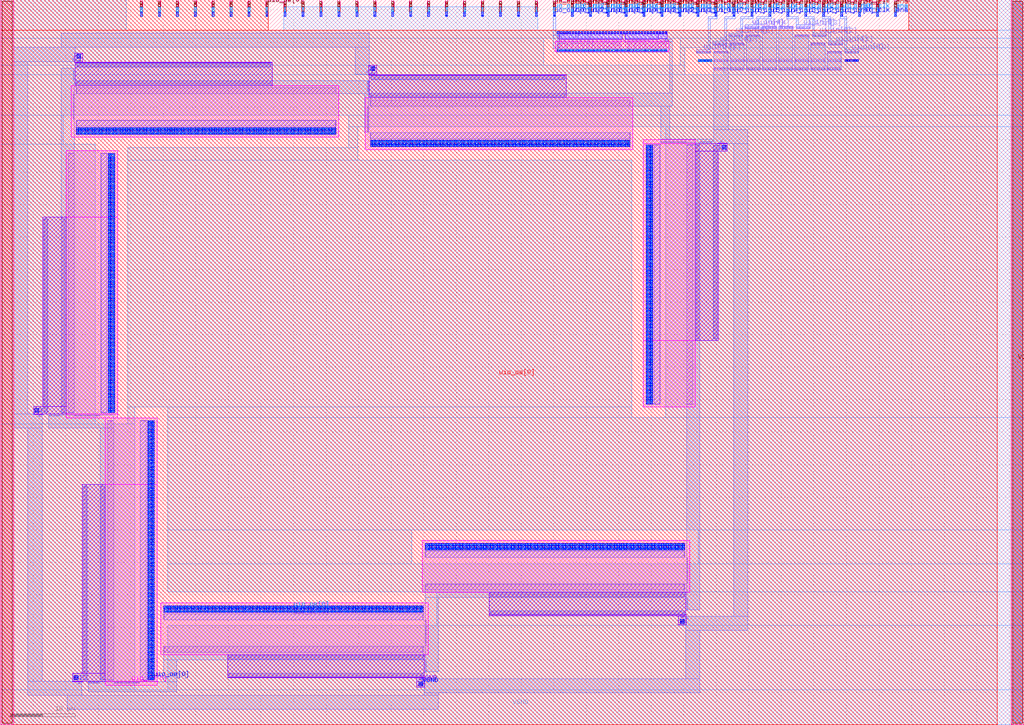
<source format=lef>
VERSION 5.7 ;
  NOWIREEXTENSIONATPIN ON ;
  DIVIDERCHAR "/" ;
  BUSBITCHARS "[]" ;
MACRO tt_um_wulf_8bit_vco
  CLASS BLOCK ;
  FOREIGN tt_um_wulf_8bit_vco ;
  ORIGIN 0.000 0.000 ;
  SIZE 157.320 BY 111.520 ;
  PIN VGND
    ANTENNADIFFAREA 8.540299 ;
    PORT
      LAYER pwell ;
        RECT 11.360 101.910 12.620 103.320 ;
        RECT 11.360 101.810 41.700 101.910 ;
        RECT 11.440 98.330 41.700 101.810 ;
        RECT 56.570 100.010 57.830 101.420 ;
        RECT 56.570 99.910 86.910 100.010 ;
        RECT 56.650 96.430 86.910 99.910 ;
        RECT 110.200 89.390 111.710 89.470 ;
        RECT 106.720 88.210 111.710 89.390 ;
        RECT 6.455 48.980 10.035 78.060 ;
        RECT 106.720 59.130 110.300 88.210 ;
        RECT 5.045 47.800 10.035 48.980 ;
        RECT 5.045 47.720 6.555 47.800 ;
        RECT 12.505 7.880 16.085 36.960 ;
        RECT 75.055 16.890 105.315 20.370 ;
        RECT 75.055 16.790 105.395 16.890 ;
        RECT 104.135 15.380 105.395 16.790 ;
        RECT 11.095 6.700 16.085 7.880 ;
        RECT 34.860 7.295 65.120 10.775 ;
        RECT 34.860 7.195 65.200 7.295 ;
        RECT 11.095 6.620 12.605 6.700 ;
        RECT 63.940 5.785 65.200 7.195 ;
      LAYER li1 ;
        RECT 85.455 106.355 102.475 106.525 ;
        RECT 85.990 105.875 86.160 106.355 ;
        RECT 86.830 105.875 87.000 106.355 ;
        RECT 87.670 105.875 87.840 106.355 ;
        RECT 88.510 105.875 88.680 106.355 ;
        RECT 89.350 105.875 89.520 106.355 ;
        RECT 90.190 105.875 90.360 106.355 ;
        RECT 91.030 105.875 91.200 106.355 ;
        RECT 91.870 105.875 92.040 106.355 ;
        RECT 92.710 105.875 92.880 106.355 ;
        RECT 93.550 105.875 93.720 106.355 ;
        RECT 94.390 105.875 94.560 106.355 ;
        RECT 95.230 105.535 95.400 106.355 ;
        RECT 96.050 105.555 96.380 106.355 ;
        RECT 96.890 105.875 97.220 106.355 ;
        RECT 97.730 105.875 98.060 106.355 ;
        RECT 98.570 105.875 98.900 106.355 ;
        RECT 99.410 105.875 99.740 106.355 ;
        RECT 100.250 105.875 100.580 106.355 ;
        RECT 101.620 105.975 101.950 106.355 ;
        RECT 11.645 102.880 12.335 103.050 ;
        RECT 11.645 102.505 12.335 102.675 ;
        RECT 129.710 101.990 131.890 102.340 ;
        RECT 56.855 100.980 57.545 101.150 ;
        RECT 56.855 100.605 57.545 100.775 ;
        RECT 110.895 88.495 111.065 89.185 ;
        RECT 111.270 88.495 111.440 89.185 ;
        RECT 5.315 48.005 5.485 48.695 ;
        RECT 5.690 48.005 5.860 48.695 ;
        RECT 104.420 16.025 105.110 16.195 ;
        RECT 104.420 15.650 105.110 15.820 ;
        RECT 11.365 6.905 11.535 7.595 ;
        RECT 11.740 6.905 11.910 7.595 ;
        RECT 64.225 6.430 64.915 6.600 ;
        RECT 64.225 6.055 64.915 6.225 ;
      LAYER mcon ;
        RECT 85.600 106.355 85.770 106.525 ;
        RECT 86.060 106.355 86.230 106.525 ;
        RECT 86.520 106.355 86.690 106.525 ;
        RECT 86.980 106.355 87.150 106.525 ;
        RECT 87.440 106.355 87.610 106.525 ;
        RECT 87.900 106.355 88.070 106.525 ;
        RECT 88.360 106.355 88.530 106.525 ;
        RECT 88.820 106.355 88.990 106.525 ;
        RECT 89.280 106.355 89.450 106.525 ;
        RECT 89.740 106.355 89.910 106.525 ;
        RECT 90.200 106.355 90.370 106.525 ;
        RECT 90.660 106.355 90.830 106.525 ;
        RECT 91.120 106.355 91.290 106.525 ;
        RECT 91.580 106.355 91.750 106.525 ;
        RECT 92.040 106.355 92.210 106.525 ;
        RECT 92.500 106.355 92.670 106.525 ;
        RECT 92.960 106.355 93.130 106.525 ;
        RECT 93.420 106.355 93.590 106.525 ;
        RECT 93.880 106.355 94.050 106.525 ;
        RECT 94.340 106.355 94.510 106.525 ;
        RECT 94.800 106.355 94.970 106.525 ;
        RECT 95.260 106.355 95.430 106.525 ;
        RECT 95.720 106.355 95.890 106.525 ;
        RECT 96.180 106.355 96.350 106.525 ;
        RECT 96.640 106.355 96.810 106.525 ;
        RECT 97.100 106.355 97.270 106.525 ;
        RECT 97.560 106.355 97.730 106.525 ;
        RECT 98.020 106.355 98.190 106.525 ;
        RECT 98.480 106.355 98.650 106.525 ;
        RECT 98.940 106.355 99.110 106.525 ;
        RECT 99.400 106.355 99.570 106.525 ;
        RECT 99.860 106.355 100.030 106.525 ;
        RECT 100.320 106.355 100.490 106.525 ;
        RECT 100.780 106.355 100.950 106.525 ;
        RECT 101.240 106.355 101.410 106.525 ;
        RECT 101.700 106.355 101.870 106.525 ;
        RECT 102.160 106.355 102.330 106.525 ;
        RECT 11.725 102.880 11.895 103.050 ;
        RECT 12.085 102.880 12.255 103.050 ;
        RECT 11.725 102.505 11.895 102.675 ;
        RECT 12.085 102.505 12.255 102.675 ;
        RECT 129.820 102.080 129.990 102.250 ;
        RECT 130.180 102.080 130.350 102.250 ;
        RECT 130.540 102.080 130.710 102.250 ;
        RECT 130.900 102.080 131.070 102.250 ;
        RECT 131.260 102.080 131.430 102.250 ;
        RECT 131.620 102.080 131.790 102.250 ;
        RECT 56.935 100.980 57.105 101.150 ;
        RECT 57.295 100.980 57.465 101.150 ;
        RECT 56.935 100.605 57.105 100.775 ;
        RECT 57.295 100.605 57.465 100.775 ;
        RECT 110.895 88.935 111.065 89.105 ;
        RECT 110.895 88.575 111.065 88.745 ;
        RECT 111.270 88.935 111.440 89.105 ;
        RECT 111.270 88.575 111.440 88.745 ;
        RECT 5.315 48.445 5.485 48.615 ;
        RECT 5.315 48.085 5.485 48.255 ;
        RECT 5.690 48.445 5.860 48.615 ;
        RECT 5.690 48.085 5.860 48.255 ;
        RECT 104.500 16.025 104.670 16.195 ;
        RECT 104.860 16.025 105.030 16.195 ;
        RECT 104.500 15.650 104.670 15.820 ;
        RECT 104.860 15.650 105.030 15.820 ;
        RECT 11.365 7.345 11.535 7.515 ;
        RECT 11.365 6.985 11.535 7.155 ;
        RECT 11.740 7.345 11.910 7.515 ;
        RECT 11.740 6.985 11.910 7.155 ;
        RECT 64.305 6.430 64.475 6.600 ;
        RECT 64.665 6.430 64.835 6.600 ;
        RECT 64.305 6.055 64.475 6.225 ;
        RECT 64.665 6.055 64.835 6.225 ;
      LAYER met1 ;
        RECT 43.515 108.930 43.885 109.650 ;
        RECT 46.275 108.930 46.645 109.650 ;
        RECT 49.035 108.930 49.405 109.650 ;
        RECT 51.795 108.930 52.165 109.650 ;
        RECT 54.555 108.930 54.925 109.650 ;
        RECT 57.315 108.930 57.685 109.650 ;
        RECT 60.075 108.930 60.445 109.650 ;
        RECT 62.835 108.930 63.205 109.650 ;
        RECT 65.595 108.930 65.965 109.650 ;
        RECT 68.355 108.930 68.725 109.650 ;
        RECT 71.115 108.930 71.485 109.650 ;
        RECT 73.875 108.930 74.245 109.650 ;
        RECT 76.635 108.930 77.005 109.650 ;
        RECT 79.395 108.930 79.765 109.650 ;
        RECT 82.155 108.930 82.525 109.650 ;
        RECT 85.455 106.200 102.475 106.680 ;
        RECT 11.645 102.475 12.335 103.165 ;
        RECT 129.745 102.005 131.865 102.325 ;
        RECT 56.855 100.575 57.545 101.265 ;
        RECT 110.865 88.495 111.555 89.185 ;
        RECT 5.200 48.005 5.890 48.695 ;
        RECT 104.420 15.535 105.110 16.225 ;
        RECT 11.250 6.905 11.940 7.595 ;
        RECT 64.225 5.940 64.915 6.630 ;
      LAYER via ;
        RECT 43.570 109.335 43.830 109.595 ;
        RECT 43.570 108.985 43.830 109.245 ;
        RECT 46.330 109.335 46.590 109.595 ;
        RECT 46.330 108.985 46.590 109.245 ;
        RECT 49.090 109.335 49.350 109.595 ;
        RECT 49.090 108.985 49.350 109.245 ;
        RECT 51.850 109.335 52.110 109.595 ;
        RECT 51.850 108.985 52.110 109.245 ;
        RECT 54.610 109.335 54.870 109.595 ;
        RECT 54.610 108.985 54.870 109.245 ;
        RECT 57.370 109.335 57.630 109.595 ;
        RECT 57.370 108.985 57.630 109.245 ;
        RECT 60.130 109.335 60.390 109.595 ;
        RECT 60.130 108.985 60.390 109.245 ;
        RECT 62.890 109.335 63.150 109.595 ;
        RECT 62.890 108.985 63.150 109.245 ;
        RECT 65.650 109.335 65.910 109.595 ;
        RECT 65.650 108.985 65.910 109.245 ;
        RECT 68.410 109.335 68.670 109.595 ;
        RECT 68.410 108.985 68.670 109.245 ;
        RECT 71.170 109.335 71.430 109.595 ;
        RECT 71.170 108.985 71.430 109.245 ;
        RECT 73.930 109.335 74.190 109.595 ;
        RECT 73.930 108.985 74.190 109.245 ;
        RECT 76.690 109.335 76.950 109.595 ;
        RECT 76.690 108.985 76.950 109.245 ;
        RECT 79.450 109.335 79.710 109.595 ;
        RECT 79.450 108.985 79.710 109.245 ;
        RECT 82.210 109.335 82.470 109.595 ;
        RECT 82.210 108.985 82.470 109.245 ;
        RECT 85.555 106.310 85.815 106.570 ;
        RECT 86.015 106.310 86.275 106.570 ;
        RECT 86.475 106.310 86.735 106.570 ;
        RECT 86.935 106.310 87.195 106.570 ;
        RECT 87.395 106.310 87.655 106.570 ;
        RECT 87.855 106.310 88.115 106.570 ;
        RECT 88.315 106.310 88.575 106.570 ;
        RECT 88.775 106.310 89.035 106.570 ;
        RECT 89.235 106.310 89.495 106.570 ;
        RECT 89.695 106.310 89.955 106.570 ;
        RECT 90.155 106.310 90.415 106.570 ;
        RECT 90.615 106.310 90.875 106.570 ;
        RECT 91.075 106.310 91.335 106.570 ;
        RECT 91.535 106.310 91.795 106.570 ;
        RECT 91.995 106.310 92.255 106.570 ;
        RECT 92.455 106.310 92.715 106.570 ;
        RECT 92.915 106.310 93.175 106.570 ;
        RECT 93.375 106.310 93.635 106.570 ;
        RECT 93.835 106.310 94.095 106.570 ;
        RECT 94.295 106.310 94.555 106.570 ;
        RECT 94.755 106.310 95.015 106.570 ;
        RECT 95.215 106.310 95.475 106.570 ;
        RECT 95.675 106.310 95.935 106.570 ;
        RECT 96.135 106.310 96.395 106.570 ;
        RECT 96.595 106.310 96.855 106.570 ;
        RECT 97.055 106.310 97.315 106.570 ;
        RECT 97.515 106.310 97.775 106.570 ;
        RECT 97.975 106.310 98.235 106.570 ;
        RECT 98.435 106.310 98.695 106.570 ;
        RECT 98.895 106.310 99.155 106.570 ;
        RECT 99.355 106.310 99.615 106.570 ;
        RECT 99.815 106.310 100.075 106.570 ;
        RECT 100.275 106.310 100.535 106.570 ;
        RECT 100.735 106.310 100.995 106.570 ;
        RECT 101.195 106.310 101.455 106.570 ;
        RECT 101.655 106.310 101.915 106.570 ;
        RECT 102.115 106.310 102.375 106.570 ;
        RECT 11.675 102.875 11.935 103.135 ;
        RECT 12.045 102.875 12.305 103.135 ;
        RECT 11.675 102.505 11.935 102.765 ;
        RECT 12.045 102.505 12.305 102.765 ;
        RECT 129.775 102.035 130.035 102.295 ;
        RECT 130.135 102.035 130.395 102.295 ;
        RECT 130.495 102.035 130.755 102.295 ;
        RECT 130.855 102.035 131.115 102.295 ;
        RECT 131.215 102.035 131.475 102.295 ;
        RECT 131.575 102.035 131.835 102.295 ;
        RECT 56.885 100.975 57.145 101.235 ;
        RECT 57.255 100.975 57.515 101.235 ;
        RECT 56.885 100.605 57.145 100.865 ;
        RECT 57.255 100.605 57.515 100.865 ;
        RECT 110.895 88.895 111.155 89.155 ;
        RECT 111.265 88.895 111.525 89.155 ;
        RECT 110.895 88.525 111.155 88.785 ;
        RECT 111.265 88.525 111.525 88.785 ;
        RECT 5.230 48.405 5.490 48.665 ;
        RECT 5.600 48.405 5.860 48.665 ;
        RECT 5.230 48.035 5.490 48.295 ;
        RECT 5.600 48.035 5.860 48.295 ;
        RECT 104.450 15.935 104.710 16.195 ;
        RECT 104.820 15.935 105.080 16.195 ;
        RECT 104.450 15.565 104.710 15.825 ;
        RECT 104.820 15.565 105.080 15.825 ;
        RECT 11.280 7.305 11.540 7.565 ;
        RECT 11.650 7.305 11.910 7.565 ;
        RECT 11.280 6.935 11.540 7.195 ;
        RECT 11.650 6.935 11.910 7.195 ;
        RECT 64.255 6.340 64.515 6.600 ;
        RECT 64.625 6.340 64.885 6.600 ;
        RECT 64.255 5.970 64.515 6.230 ;
        RECT 64.625 5.970 64.885 6.230 ;
      LAYER met2 ;
        RECT 0.000 106.850 19.320 111.520 ;
        RECT 43.510 106.850 82.530 110.425 ;
        RECT 139.580 106.850 157.320 111.520 ;
        RECT 0.000 105.580 157.320 106.850 ;
        RECT 0.000 101.450 83.460 105.580 ;
        RECT 104.485 104.140 157.320 105.580 ;
        RECT 104.485 101.450 105.130 104.140 ;
        RECT 0.000 100.025 105.130 101.450 ;
        RECT 111.125 100.025 157.320 104.140 ;
        RECT 0.000 93.770 157.320 100.025 ;
        RECT 0.000 89.270 9.595 93.770 ;
        RECT 53.485 91.965 157.320 93.770 ;
        RECT 0.000 46.260 14.520 89.270 ;
        RECT 53.485 88.775 54.850 91.965 ;
        RECT 19.545 86.835 54.850 88.775 ;
        RECT 19.545 48.850 97.000 86.835 ;
        RECT 19.545 46.260 20.610 48.850 ;
        RECT 0.000 5.395 20.610 46.260 ;
        RECT 25.660 47.305 97.000 48.850 ;
        RECT 102.245 47.305 157.320 91.965 ;
        RECT 25.660 29.940 157.320 47.305 ;
        RECT 25.660 24.775 63.180 29.940 ;
        RECT 107.245 24.775 157.320 29.940 ;
        RECT 25.660 20.430 157.320 24.775 ;
        RECT 67.000 15.280 157.320 20.430 ;
        RECT 25.660 5.395 157.320 15.280 ;
        RECT 0.000 0.000 157.320 5.395 ;
      LAYER via2 ;
        RECT 43.560 110.100 43.840 110.380 ;
        RECT 46.320 110.100 46.600 110.380 ;
        RECT 49.080 110.100 49.360 110.380 ;
        RECT 51.840 110.100 52.120 110.380 ;
        RECT 54.600 110.100 54.880 110.380 ;
        RECT 57.360 110.100 57.640 110.380 ;
        RECT 60.120 110.100 60.400 110.380 ;
        RECT 62.880 110.100 63.160 110.380 ;
        RECT 65.640 110.100 65.920 110.380 ;
        RECT 68.400 110.100 68.680 110.380 ;
        RECT 71.160 110.100 71.440 110.380 ;
        RECT 73.920 110.100 74.200 110.380 ;
        RECT 76.680 110.100 76.960 110.380 ;
        RECT 79.440 110.100 79.720 110.380 ;
        RECT 82.200 110.100 82.480 110.380 ;
        RECT 43.560 109.700 43.840 109.980 ;
        RECT 46.320 109.700 46.600 109.980 ;
        RECT 49.080 109.700 49.360 109.980 ;
        RECT 51.840 109.700 52.120 109.980 ;
        RECT 54.600 109.700 54.880 109.980 ;
        RECT 57.360 109.700 57.640 109.980 ;
        RECT 60.120 109.700 60.400 109.980 ;
        RECT 62.880 109.700 63.160 109.980 ;
        RECT 65.640 109.700 65.920 109.980 ;
        RECT 68.400 109.700 68.680 109.980 ;
        RECT 71.160 109.700 71.440 109.980 ;
        RECT 73.920 109.700 74.200 109.980 ;
        RECT 76.680 109.700 76.960 109.980 ;
        RECT 79.440 109.700 79.720 109.980 ;
        RECT 82.200 109.700 82.480 109.980 ;
        RECT 155.580 0.220 157.060 111.300 ;
      LAYER met3 ;
        RECT 43.510 109.650 43.890 111.230 ;
        RECT 46.270 109.650 46.650 111.230 ;
        RECT 49.030 109.650 49.410 111.230 ;
        RECT 51.790 109.650 52.170 111.230 ;
        RECT 54.550 109.650 54.930 111.230 ;
        RECT 57.310 109.650 57.690 111.230 ;
        RECT 60.070 109.650 60.450 111.230 ;
        RECT 62.830 109.650 63.210 111.230 ;
        RECT 65.590 109.650 65.970 111.230 ;
        RECT 68.350 109.650 68.730 111.230 ;
        RECT 71.110 109.650 71.490 111.230 ;
        RECT 73.870 109.650 74.250 111.230 ;
        RECT 76.630 109.650 77.010 111.230 ;
        RECT 79.390 109.650 79.770 111.230 ;
        RECT 82.150 109.650 82.530 111.230 ;
        RECT 155.320 0.000 157.320 111.520 ;
      LAYER via3 ;
        RECT 43.540 110.880 43.860 111.200 ;
        RECT 43.540 110.480 43.860 110.800 ;
        RECT 46.300 110.880 46.620 111.200 ;
        RECT 46.300 110.480 46.620 110.800 ;
        RECT 49.060 110.880 49.380 111.200 ;
        RECT 49.060 110.480 49.380 110.800 ;
        RECT 51.820 110.880 52.140 111.200 ;
        RECT 51.820 110.480 52.140 110.800 ;
        RECT 54.580 110.880 54.900 111.200 ;
        RECT 54.580 110.480 54.900 110.800 ;
        RECT 57.340 110.880 57.660 111.200 ;
        RECT 57.340 110.480 57.660 110.800 ;
        RECT 60.100 110.880 60.420 111.200 ;
        RECT 60.100 110.480 60.420 110.800 ;
        RECT 62.860 110.880 63.180 111.200 ;
        RECT 62.860 110.480 63.180 110.800 ;
        RECT 65.620 110.880 65.940 111.200 ;
        RECT 65.620 110.480 65.940 110.800 ;
        RECT 68.380 110.880 68.700 111.200 ;
        RECT 68.380 110.480 68.700 110.800 ;
        RECT 71.140 110.880 71.460 111.200 ;
        RECT 71.140 110.480 71.460 110.800 ;
        RECT 73.900 110.880 74.220 111.200 ;
        RECT 73.900 110.480 74.220 110.800 ;
        RECT 76.660 110.880 76.980 111.200 ;
        RECT 76.660 110.480 76.980 110.800 ;
        RECT 79.420 110.880 79.740 111.200 ;
        RECT 79.420 110.480 79.740 110.800 ;
        RECT 82.180 110.880 82.500 111.200 ;
        RECT 82.180 110.480 82.500 110.800 ;
        RECT 155.560 0.200 157.080 111.320 ;
      LAYER met4 ;
        RECT 43.550 111.230 43.850 111.520 ;
        RECT 46.310 111.230 46.610 111.520 ;
        RECT 49.070 111.230 49.370 111.520 ;
        RECT 51.830 111.230 52.130 111.520 ;
        RECT 54.590 111.230 54.890 111.520 ;
        RECT 57.350 111.230 57.650 111.520 ;
        RECT 60.110 111.230 60.410 111.520 ;
        RECT 62.870 111.230 63.170 111.520 ;
        RECT 65.630 111.230 65.930 111.520 ;
        RECT 68.390 111.230 68.690 111.520 ;
        RECT 71.150 111.230 71.450 111.520 ;
        RECT 73.910 111.230 74.210 111.520 ;
        RECT 76.670 111.230 76.970 111.520 ;
        RECT 79.430 111.230 79.730 111.520 ;
        RECT 82.190 111.230 82.490 111.520 ;
        RECT 43.510 110.450 43.890 111.230 ;
        RECT 46.270 110.450 46.650 111.230 ;
        RECT 49.030 110.450 49.410 111.230 ;
        RECT 51.790 110.450 52.170 111.230 ;
        RECT 54.550 110.450 54.930 111.230 ;
        RECT 57.310 110.450 57.690 111.230 ;
        RECT 60.070 110.450 60.450 111.230 ;
        RECT 62.830 110.450 63.210 111.230 ;
        RECT 65.590 110.450 65.970 111.230 ;
        RECT 68.350 110.450 68.730 111.230 ;
        RECT 71.110 110.450 71.490 111.230 ;
        RECT 73.870 110.450 74.250 111.230 ;
        RECT 76.630 110.450 77.010 111.230 ;
        RECT 79.390 110.450 79.770 111.230 ;
        RECT 82.150 110.450 82.530 111.230 ;
        RECT 155.320 0.000 157.320 111.520 ;
    END
  END VGND
  PIN clk
    PORT
      LAYER met1 ;
        RECT 134.595 108.930 134.965 109.650 ;
      LAYER via ;
        RECT 134.650 109.335 134.910 109.595 ;
        RECT 134.650 108.985 134.910 109.245 ;
      LAYER met2 ;
        RECT 134.590 108.930 134.970 110.425 ;
      LAYER via2 ;
        RECT 134.640 110.100 134.920 110.380 ;
        RECT 134.640 109.700 134.920 109.980 ;
      LAYER met3 ;
        RECT 134.590 109.650 134.970 111.230 ;
      LAYER via3 ;
        RECT 134.620 110.880 134.940 111.200 ;
        RECT 134.620 110.480 134.940 110.800 ;
      LAYER met4 ;
        RECT 134.630 111.230 134.930 111.520 ;
        RECT 134.590 110.450 134.970 111.230 ;
    END
  END clk
  PIN ena
    PORT
      LAYER met1 ;
        RECT 137.355 108.930 137.725 109.650 ;
      LAYER via ;
        RECT 137.410 109.335 137.670 109.595 ;
        RECT 137.410 108.985 137.670 109.245 ;
      LAYER met2 ;
        RECT 137.350 108.930 137.730 110.425 ;
      LAYER via2 ;
        RECT 137.400 110.100 137.680 110.380 ;
        RECT 137.400 109.700 137.680 109.980 ;
      LAYER met3 ;
        RECT 137.350 109.650 137.730 111.230 ;
      LAYER via3 ;
        RECT 137.380 110.880 137.700 111.200 ;
        RECT 137.380 110.480 137.700 110.800 ;
      LAYER met4 ;
        RECT 137.390 111.230 137.690 111.520 ;
        RECT 137.350 110.450 137.730 111.230 ;
    END
  END ena
  PIN rst_n
    PORT
      LAYER met1 ;
        RECT 131.835 108.930 132.205 109.650 ;
      LAYER via ;
        RECT 131.890 109.335 132.150 109.595 ;
        RECT 131.890 108.985 132.150 109.245 ;
      LAYER met2 ;
        RECT 131.830 108.930 132.210 110.425 ;
      LAYER via2 ;
        RECT 131.880 110.100 132.160 110.380 ;
        RECT 131.880 109.700 132.160 109.980 ;
      LAYER met3 ;
        RECT 131.830 109.650 132.210 111.230 ;
      LAYER via3 ;
        RECT 131.860 110.880 132.180 111.200 ;
        RECT 131.860 110.480 132.180 110.800 ;
      LAYER met4 ;
        RECT 131.870 111.230 132.170 111.520 ;
        RECT 131.830 110.450 132.210 111.230 ;
    END
  END rst_n
  PIN ui_in[0]
    PORT
      LAYER li1 ;
        RECT 129.710 103.260 131.890 103.610 ;
      LAYER mcon ;
        RECT 129.820 103.350 129.990 103.520 ;
        RECT 130.180 103.350 130.350 103.520 ;
        RECT 130.540 103.350 130.710 103.520 ;
        RECT 130.900 103.350 131.070 103.520 ;
        RECT 131.260 103.350 131.430 103.520 ;
        RECT 131.620 103.350 131.790 103.520 ;
      LAYER met1 ;
        RECT 129.075 108.930 129.445 109.650 ;
        RECT 129.075 108.630 130.055 108.930 ;
        RECT 129.755 103.860 130.055 108.630 ;
        RECT 129.755 103.310 131.860 103.860 ;
      LAYER via ;
        RECT 129.130 109.335 129.390 109.595 ;
        RECT 129.130 108.985 129.390 109.245 ;
      LAYER met2 ;
        RECT 129.070 108.930 129.450 110.425 ;
      LAYER via2 ;
        RECT 129.120 110.100 129.400 110.380 ;
        RECT 129.120 109.700 129.400 109.980 ;
      LAYER met3 ;
        RECT 129.070 109.650 129.450 111.230 ;
      LAYER via3 ;
        RECT 129.100 110.880 129.420 111.200 ;
        RECT 129.100 110.480 129.420 110.800 ;
      LAYER met4 ;
        RECT 129.110 111.230 129.410 111.520 ;
        RECT 129.070 110.450 129.450 111.230 ;
    END
  END ui_in[0]
  PIN ui_in[1]
    PORT
      LAYER li1 ;
        RECT 127.225 104.530 129.405 104.880 ;
      LAYER mcon ;
        RECT 127.335 104.620 127.505 104.790 ;
        RECT 127.695 104.620 127.865 104.790 ;
        RECT 128.055 104.620 128.225 104.790 ;
        RECT 128.415 104.620 128.585 104.790 ;
        RECT 128.775 104.620 128.945 104.790 ;
        RECT 129.135 104.620 129.305 104.790 ;
      LAYER met1 ;
        RECT 126.315 108.930 126.685 109.650 ;
        RECT 126.315 108.630 127.570 108.930 ;
        RECT 127.270 105.130 127.570 108.630 ;
        RECT 127.270 104.580 129.375 105.130 ;
      LAYER via ;
        RECT 126.370 109.335 126.630 109.595 ;
        RECT 126.370 108.985 126.630 109.245 ;
      LAYER met2 ;
        RECT 126.310 108.930 126.690 110.425 ;
      LAYER via2 ;
        RECT 126.360 110.100 126.640 110.380 ;
        RECT 126.360 109.700 126.640 109.980 ;
      LAYER met3 ;
        RECT 126.310 109.650 126.690 111.230 ;
      LAYER via3 ;
        RECT 126.340 110.880 126.660 111.200 ;
        RECT 126.340 110.480 126.660 110.800 ;
      LAYER met4 ;
        RECT 126.350 111.230 126.650 111.520 ;
        RECT 126.310 110.450 126.690 111.230 ;
    END
  END ui_in[1]
  PIN ui_in[2]
    PORT
      LAYER li1 ;
        RECT 124.740 105.800 126.920 106.150 ;
      LAYER mcon ;
        RECT 124.850 105.890 125.020 106.060 ;
        RECT 125.210 105.890 125.380 106.060 ;
        RECT 125.570 105.890 125.740 106.060 ;
        RECT 125.930 105.890 126.100 106.060 ;
        RECT 126.290 105.890 126.460 106.060 ;
        RECT 126.650 105.890 126.820 106.060 ;
      LAYER met1 ;
        RECT 123.555 108.930 123.925 109.650 ;
        RECT 123.555 108.630 125.085 108.930 ;
        RECT 124.785 106.400 125.085 108.630 ;
        RECT 124.785 105.850 126.890 106.400 ;
      LAYER via ;
        RECT 123.610 109.335 123.870 109.595 ;
        RECT 123.610 108.985 123.870 109.245 ;
      LAYER met2 ;
        RECT 123.550 108.930 123.930 110.425 ;
      LAYER via2 ;
        RECT 123.600 110.100 123.880 110.380 ;
        RECT 123.600 109.700 123.880 109.980 ;
      LAYER met3 ;
        RECT 123.550 109.650 123.930 111.230 ;
      LAYER via3 ;
        RECT 123.580 110.880 123.900 111.200 ;
        RECT 123.580 110.480 123.900 110.800 ;
      LAYER met4 ;
        RECT 123.590 111.230 123.890 111.520 ;
        RECT 123.550 110.450 123.930 111.230 ;
    END
  END ui_in[2]
  PIN ui_in[3]
    PORT
      LAYER li1 ;
        RECT 122.255 107.070 124.435 107.420 ;
      LAYER mcon ;
        RECT 122.365 107.160 122.535 107.330 ;
        RECT 122.725 107.160 122.895 107.330 ;
        RECT 123.085 107.160 123.255 107.330 ;
        RECT 123.445 107.160 123.615 107.330 ;
        RECT 123.805 107.160 123.975 107.330 ;
        RECT 124.165 107.160 124.335 107.330 ;
      LAYER met1 ;
        RECT 120.795 108.930 121.165 109.650 ;
        RECT 120.795 108.630 122.600 108.930 ;
        RECT 122.300 107.670 122.600 108.630 ;
        RECT 122.300 107.120 124.405 107.670 ;
      LAYER via ;
        RECT 120.850 109.335 121.110 109.595 ;
        RECT 120.850 108.985 121.110 109.245 ;
      LAYER met2 ;
        RECT 120.790 108.930 121.170 110.425 ;
      LAYER via2 ;
        RECT 120.840 110.100 121.120 110.380 ;
        RECT 120.840 109.700 121.120 109.980 ;
      LAYER met3 ;
        RECT 120.790 109.650 121.170 111.230 ;
      LAYER via3 ;
        RECT 120.820 110.880 121.140 111.200 ;
        RECT 120.820 110.480 121.140 110.800 ;
      LAYER met4 ;
        RECT 120.830 111.230 121.130 111.520 ;
        RECT 120.790 110.450 121.170 111.230 ;
    END
  END ui_in[3]
  PIN ui_in[4]
    PORT
      LAYER li1 ;
        RECT 114.395 107.070 116.575 107.420 ;
      LAYER mcon ;
        RECT 114.490 107.160 114.660 107.330 ;
        RECT 114.850 107.160 115.020 107.330 ;
        RECT 115.210 107.160 115.380 107.330 ;
        RECT 115.570 107.160 115.740 107.330 ;
        RECT 115.930 107.160 116.100 107.330 ;
        RECT 116.290 107.160 116.460 107.330 ;
      LAYER met1 ;
        RECT 118.035 108.930 118.405 109.650 ;
        RECT 116.230 108.630 118.405 108.930 ;
        RECT 116.230 107.670 116.530 108.630 ;
        RECT 114.425 107.120 116.530 107.670 ;
      LAYER via ;
        RECT 118.090 109.335 118.350 109.595 ;
        RECT 118.090 108.985 118.350 109.245 ;
      LAYER met2 ;
        RECT 118.030 108.930 118.410 110.425 ;
      LAYER via2 ;
        RECT 118.080 110.100 118.360 110.380 ;
        RECT 118.080 109.700 118.360 109.980 ;
      LAYER met3 ;
        RECT 118.030 109.650 118.410 111.230 ;
      LAYER via3 ;
        RECT 118.060 110.880 118.380 111.200 ;
        RECT 118.060 110.480 118.380 110.800 ;
      LAYER met4 ;
        RECT 118.070 111.230 118.370 111.520 ;
        RECT 118.030 110.450 118.410 111.230 ;
    END
  END ui_in[4]
  PIN ui_in[5]
    PORT
      LAYER li1 ;
        RECT 111.910 105.800 114.090 106.150 ;
      LAYER mcon ;
        RECT 112.005 105.890 112.175 106.060 ;
        RECT 112.365 105.890 112.535 106.060 ;
        RECT 112.725 105.890 112.895 106.060 ;
        RECT 113.085 105.890 113.255 106.060 ;
        RECT 113.445 105.890 113.615 106.060 ;
        RECT 113.805 105.890 113.975 106.060 ;
      LAYER met1 ;
        RECT 115.275 108.930 115.645 109.650 ;
        RECT 113.745 108.630 115.645 108.930 ;
        RECT 113.745 106.400 114.045 108.630 ;
        RECT 111.940 105.850 114.045 106.400 ;
      LAYER via ;
        RECT 115.330 109.335 115.590 109.595 ;
        RECT 115.330 108.985 115.590 109.245 ;
      LAYER met2 ;
        RECT 115.270 108.930 115.650 110.425 ;
      LAYER via2 ;
        RECT 115.320 110.100 115.600 110.380 ;
        RECT 115.320 109.700 115.600 109.980 ;
      LAYER met3 ;
        RECT 115.270 109.650 115.650 111.230 ;
      LAYER via3 ;
        RECT 115.300 110.880 115.620 111.200 ;
        RECT 115.300 110.480 115.620 110.800 ;
      LAYER met4 ;
        RECT 115.310 111.230 115.610 111.520 ;
        RECT 115.270 110.450 115.650 111.230 ;
    END
  END ui_in[5]
  PIN ui_in[6]
    PORT
      LAYER li1 ;
        RECT 109.425 104.530 111.605 104.880 ;
      LAYER mcon ;
        RECT 109.520 104.620 109.690 104.790 ;
        RECT 109.880 104.620 110.050 104.790 ;
        RECT 110.240 104.620 110.410 104.790 ;
        RECT 110.600 104.620 110.770 104.790 ;
        RECT 110.960 104.620 111.130 104.790 ;
        RECT 111.320 104.620 111.490 104.790 ;
      LAYER met1 ;
        RECT 112.515 108.930 112.885 109.650 ;
        RECT 111.260 108.630 112.885 108.930 ;
        RECT 111.260 105.130 111.560 108.630 ;
        RECT 109.455 104.580 111.560 105.130 ;
      LAYER via ;
        RECT 112.570 109.335 112.830 109.595 ;
        RECT 112.570 108.985 112.830 109.245 ;
      LAYER met2 ;
        RECT 112.510 108.930 112.890 110.425 ;
      LAYER via2 ;
        RECT 112.560 110.100 112.840 110.380 ;
        RECT 112.560 109.700 112.840 109.980 ;
      LAYER met3 ;
        RECT 112.510 109.650 112.890 111.230 ;
      LAYER via3 ;
        RECT 112.540 110.880 112.860 111.200 ;
        RECT 112.540 110.480 112.860 110.800 ;
      LAYER met4 ;
        RECT 112.550 111.230 112.850 111.520 ;
        RECT 112.510 110.450 112.890 111.230 ;
    END
  END ui_in[6]
  PIN ui_in[7]
    PORT
      LAYER li1 ;
        RECT 106.940 103.260 109.120 103.610 ;
      LAYER mcon ;
        RECT 107.035 103.350 107.205 103.520 ;
        RECT 107.395 103.350 107.565 103.520 ;
        RECT 107.755 103.350 107.925 103.520 ;
        RECT 108.115 103.350 108.285 103.520 ;
        RECT 108.475 103.350 108.645 103.520 ;
        RECT 108.835 103.350 109.005 103.520 ;
      LAYER met1 ;
        RECT 109.755 108.930 110.125 109.650 ;
        RECT 108.775 108.630 110.125 108.930 ;
        RECT 108.775 103.860 109.075 108.630 ;
        RECT 106.970 103.310 109.075 103.860 ;
      LAYER via ;
        RECT 109.810 109.335 110.070 109.595 ;
        RECT 109.810 108.985 110.070 109.245 ;
      LAYER met2 ;
        RECT 109.750 108.930 110.130 110.425 ;
      LAYER via2 ;
        RECT 109.800 110.100 110.080 110.380 ;
        RECT 109.800 109.700 110.080 109.980 ;
      LAYER met3 ;
        RECT 109.750 109.650 110.130 111.230 ;
      LAYER via3 ;
        RECT 109.780 110.880 110.100 111.200 ;
        RECT 109.780 110.480 110.100 110.800 ;
      LAYER met4 ;
        RECT 109.790 111.230 110.090 111.520 ;
        RECT 109.750 110.450 110.130 111.230 ;
    END
  END ui_in[7]
  PIN uio_in[0]
    PORT
      LAYER met1 ;
        RECT 106.995 108.930 107.365 109.650 ;
      LAYER via ;
        RECT 107.050 109.335 107.310 109.595 ;
        RECT 107.050 108.985 107.310 109.245 ;
      LAYER met2 ;
        RECT 106.990 108.930 107.370 110.425 ;
      LAYER via2 ;
        RECT 107.040 110.100 107.320 110.380 ;
        RECT 107.040 109.700 107.320 109.980 ;
      LAYER met3 ;
        RECT 106.990 109.650 107.370 111.230 ;
      LAYER via3 ;
        RECT 107.020 110.880 107.340 111.200 ;
        RECT 107.020 110.480 107.340 110.800 ;
      LAYER met4 ;
        RECT 107.030 111.230 107.330 111.520 ;
        RECT 106.990 110.450 107.370 111.230 ;
    END
  END uio_in[0]
  PIN uio_in[1]
    PORT
      LAYER met1 ;
        RECT 104.235 108.930 104.605 109.650 ;
      LAYER via ;
        RECT 104.290 109.335 104.550 109.595 ;
        RECT 104.290 108.985 104.550 109.245 ;
      LAYER met2 ;
        RECT 104.230 108.930 104.610 110.425 ;
      LAYER via2 ;
        RECT 104.280 110.100 104.560 110.380 ;
        RECT 104.280 109.700 104.560 109.980 ;
      LAYER met3 ;
        RECT 104.230 109.650 104.610 111.230 ;
      LAYER via3 ;
        RECT 104.260 110.880 104.580 111.200 ;
        RECT 104.260 110.480 104.580 110.800 ;
      LAYER met4 ;
        RECT 104.270 111.230 104.570 111.520 ;
        RECT 104.230 110.450 104.610 111.230 ;
    END
  END uio_in[1]
  PIN uio_in[2]
    PORT
      LAYER met1 ;
        RECT 101.475 108.930 101.845 109.650 ;
      LAYER via ;
        RECT 101.530 109.335 101.790 109.595 ;
        RECT 101.530 108.985 101.790 109.245 ;
      LAYER met2 ;
        RECT 101.470 108.930 101.850 110.425 ;
      LAYER via2 ;
        RECT 101.520 110.100 101.800 110.380 ;
        RECT 101.520 109.700 101.800 109.980 ;
      LAYER met3 ;
        RECT 101.470 109.650 101.850 111.230 ;
      LAYER via3 ;
        RECT 101.500 110.880 101.820 111.200 ;
        RECT 101.500 110.480 101.820 110.800 ;
      LAYER met4 ;
        RECT 101.510 111.230 101.810 111.520 ;
        RECT 101.470 110.450 101.850 111.230 ;
    END
  END uio_in[2]
  PIN uio_in[3]
    PORT
      LAYER met1 ;
        RECT 98.715 108.930 99.085 109.650 ;
      LAYER via ;
        RECT 98.770 109.335 99.030 109.595 ;
        RECT 98.770 108.985 99.030 109.245 ;
      LAYER met2 ;
        RECT 98.710 108.930 99.090 110.425 ;
      LAYER via2 ;
        RECT 98.760 110.100 99.040 110.380 ;
        RECT 98.760 109.700 99.040 109.980 ;
      LAYER met3 ;
        RECT 98.710 109.650 99.090 111.230 ;
      LAYER via3 ;
        RECT 98.740 110.880 99.060 111.200 ;
        RECT 98.740 110.480 99.060 110.800 ;
      LAYER met4 ;
        RECT 98.750 111.230 99.050 111.520 ;
        RECT 98.710 110.450 99.090 111.230 ;
    END
  END uio_in[3]
  PIN uio_in[4]
    PORT
      LAYER met1 ;
        RECT 95.955 108.930 96.325 109.650 ;
      LAYER via ;
        RECT 96.010 109.335 96.270 109.595 ;
        RECT 96.010 108.985 96.270 109.245 ;
      LAYER met2 ;
        RECT 95.950 108.930 96.330 110.425 ;
      LAYER via2 ;
        RECT 96.000 110.100 96.280 110.380 ;
        RECT 96.000 109.700 96.280 109.980 ;
      LAYER met3 ;
        RECT 95.950 109.650 96.330 111.230 ;
      LAYER via3 ;
        RECT 95.980 110.880 96.300 111.200 ;
        RECT 95.980 110.480 96.300 110.800 ;
      LAYER met4 ;
        RECT 95.990 111.230 96.290 111.520 ;
        RECT 95.950 110.450 96.330 111.230 ;
    END
  END uio_in[4]
  PIN uio_in[5]
    PORT
      LAYER met1 ;
        RECT 93.195 108.930 93.565 109.650 ;
      LAYER via ;
        RECT 93.250 109.335 93.510 109.595 ;
        RECT 93.250 108.985 93.510 109.245 ;
      LAYER met2 ;
        RECT 93.190 108.930 93.570 110.425 ;
      LAYER via2 ;
        RECT 93.240 110.100 93.520 110.380 ;
        RECT 93.240 109.700 93.520 109.980 ;
      LAYER met3 ;
        RECT 93.190 109.650 93.570 111.230 ;
      LAYER via3 ;
        RECT 93.220 110.880 93.540 111.200 ;
        RECT 93.220 110.480 93.540 110.800 ;
      LAYER met4 ;
        RECT 93.230 111.230 93.530 111.520 ;
        RECT 93.190 110.450 93.570 111.230 ;
    END
  END uio_in[5]
  PIN uio_in[6]
    PORT
      LAYER met1 ;
        RECT 90.435 108.930 90.805 109.650 ;
      LAYER via ;
        RECT 90.490 109.335 90.750 109.595 ;
        RECT 90.490 108.985 90.750 109.245 ;
      LAYER met2 ;
        RECT 90.430 108.930 90.810 110.425 ;
      LAYER via2 ;
        RECT 90.480 110.100 90.760 110.380 ;
        RECT 90.480 109.700 90.760 109.980 ;
      LAYER met3 ;
        RECT 90.430 109.650 90.810 111.230 ;
      LAYER via3 ;
        RECT 90.460 110.880 90.780 111.200 ;
        RECT 90.460 110.480 90.780 110.800 ;
      LAYER met4 ;
        RECT 90.470 111.230 90.770 111.520 ;
        RECT 90.430 110.450 90.810 111.230 ;
    END
  END uio_in[6]
  PIN uio_in[7]
    PORT
      LAYER met1 ;
        RECT 87.675 108.930 88.045 109.650 ;
      LAYER via ;
        RECT 87.730 109.335 87.990 109.595 ;
        RECT 87.730 108.985 87.990 109.245 ;
      LAYER met2 ;
        RECT 87.670 108.930 88.050 110.425 ;
      LAYER via2 ;
        RECT 87.720 110.100 88.000 110.380 ;
        RECT 87.720 109.700 88.000 109.980 ;
      LAYER met3 ;
        RECT 87.670 109.650 88.050 111.230 ;
      LAYER via3 ;
        RECT 87.700 110.880 88.020 111.200 ;
        RECT 87.700 110.480 88.020 110.800 ;
      LAYER met4 ;
        RECT 87.710 111.230 88.010 111.520 ;
        RECT 87.670 110.450 88.050 111.230 ;
    END
  END uio_in[7]
  PIN uio_oe[0]
    ANTENNADIFFAREA 661.659058 ;
    PORT
      LAYER nwell ;
        RECT 10.850 98.330 11.440 98.335 ;
        RECT 41.700 98.330 51.950 98.335 ;
        RECT 10.850 90.360 51.950 98.330 ;
        RECT 56.060 96.430 56.650 96.435 ;
        RECT 86.910 96.430 97.160 96.435 ;
        RECT 56.060 88.460 97.160 96.430 ;
        RECT 98.750 89.390 106.725 89.980 ;
        RECT 10.030 78.060 18.005 88.310 ;
        RECT 10.035 47.800 18.005 78.060 ;
        RECT 98.750 59.130 106.720 89.390 ;
        RECT 98.750 48.880 106.725 59.130 ;
        RECT 10.030 47.210 18.005 47.800 ;
        RECT 16.080 36.960 24.055 47.210 ;
        RECT 16.085 6.700 24.055 36.960 ;
        RECT 64.805 20.370 105.905 28.340 ;
        RECT 64.805 20.365 75.055 20.370 ;
        RECT 105.315 20.365 105.905 20.370 ;
        RECT 24.610 10.775 65.710 18.745 ;
        RECT 24.610 10.770 34.860 10.775 ;
        RECT 65.120 10.770 65.710 10.775 ;
        RECT 16.080 6.110 24.055 6.700 ;
      LAYER li1 ;
        RECT 85.990 103.805 86.160 104.605 ;
        RECT 86.830 103.805 87.000 104.605 ;
        RECT 87.670 103.805 87.840 104.605 ;
        RECT 88.510 103.805 88.680 104.605 ;
        RECT 89.350 103.805 89.520 104.605 ;
        RECT 90.190 103.805 90.360 104.605 ;
        RECT 91.030 103.805 91.200 104.605 ;
        RECT 91.870 103.805 92.040 104.605 ;
        RECT 92.710 103.805 92.880 104.605 ;
        RECT 93.550 103.805 93.720 104.605 ;
        RECT 94.390 103.805 94.560 104.605 ;
        RECT 95.230 103.805 95.400 104.995 ;
        RECT 96.050 103.805 96.380 104.955 ;
        RECT 96.890 103.805 97.220 104.605 ;
        RECT 97.730 103.805 98.060 104.605 ;
        RECT 98.570 103.805 98.900 104.605 ;
        RECT 99.490 103.805 99.660 104.605 ;
        RECT 100.330 103.805 100.500 104.605 ;
        RECT 101.620 103.805 101.950 104.565 ;
        RECT 85.455 103.635 102.475 103.805 ;
        RECT 107.185 101.985 109.375 102.345 ;
        RECT 11.605 92.055 51.535 92.945 ;
        RECT 11.605 90.880 51.535 91.770 ;
        RECT 56.815 90.155 96.745 91.045 ;
        RECT 56.815 88.980 96.745 89.870 ;
        RECT 15.420 47.965 16.310 87.895 ;
        RECT 16.595 47.965 17.485 87.895 ;
        RECT 99.270 49.295 100.160 89.225 ;
        RECT 100.445 49.295 101.335 89.225 ;
        RECT 21.470 6.865 22.360 46.795 ;
        RECT 22.645 6.865 23.535 46.795 ;
        RECT 65.220 26.930 105.150 27.820 ;
        RECT 65.220 25.755 105.150 26.645 ;
        RECT 25.025 17.335 64.955 18.225 ;
        RECT 25.025 16.160 64.955 17.050 ;
      LAYER mcon ;
        RECT 85.600 103.635 85.770 103.805 ;
        RECT 86.060 103.635 86.230 103.805 ;
        RECT 86.520 103.635 86.690 103.805 ;
        RECT 86.980 103.635 87.150 103.805 ;
        RECT 87.440 103.635 87.610 103.805 ;
        RECT 87.900 103.635 88.070 103.805 ;
        RECT 88.360 103.635 88.530 103.805 ;
        RECT 88.820 103.635 88.990 103.805 ;
        RECT 89.280 103.635 89.450 103.805 ;
        RECT 89.740 103.635 89.910 103.805 ;
        RECT 90.200 103.635 90.370 103.805 ;
        RECT 90.660 103.635 90.830 103.805 ;
        RECT 91.120 103.635 91.290 103.805 ;
        RECT 91.580 103.635 91.750 103.805 ;
        RECT 92.040 103.635 92.210 103.805 ;
        RECT 92.500 103.635 92.670 103.805 ;
        RECT 92.960 103.635 93.130 103.805 ;
        RECT 93.420 103.635 93.590 103.805 ;
        RECT 93.880 103.635 94.050 103.805 ;
        RECT 94.340 103.635 94.510 103.805 ;
        RECT 94.800 103.635 94.970 103.805 ;
        RECT 95.260 103.635 95.430 103.805 ;
        RECT 95.720 103.635 95.890 103.805 ;
        RECT 96.180 103.635 96.350 103.805 ;
        RECT 96.640 103.635 96.810 103.805 ;
        RECT 97.100 103.635 97.270 103.805 ;
        RECT 97.560 103.635 97.730 103.805 ;
        RECT 98.020 103.635 98.190 103.805 ;
        RECT 98.480 103.635 98.650 103.805 ;
        RECT 98.940 103.635 99.110 103.805 ;
        RECT 99.400 103.635 99.570 103.805 ;
        RECT 99.860 103.635 100.030 103.805 ;
        RECT 100.320 103.635 100.490 103.805 ;
        RECT 100.780 103.635 100.950 103.805 ;
        RECT 101.240 103.635 101.410 103.805 ;
        RECT 101.700 103.635 101.870 103.805 ;
        RECT 102.160 103.635 102.330 103.805 ;
        RECT 107.285 102.080 107.455 102.250 ;
        RECT 107.645 102.080 107.815 102.250 ;
        RECT 108.005 102.080 108.175 102.250 ;
        RECT 108.365 102.080 108.535 102.250 ;
        RECT 108.725 102.080 108.895 102.250 ;
        RECT 109.085 102.080 109.255 102.250 ;
        RECT 11.685 92.055 51.455 92.945 ;
        RECT 11.685 90.880 51.455 91.770 ;
        RECT 56.895 90.155 96.665 91.045 ;
        RECT 56.895 88.980 96.665 89.870 ;
        RECT 15.420 48.045 16.310 87.815 ;
        RECT 16.595 48.045 17.485 87.815 ;
        RECT 99.270 49.375 100.160 89.145 ;
        RECT 100.445 49.375 101.335 89.145 ;
        RECT 21.470 6.945 22.360 46.715 ;
        RECT 22.645 6.945 23.535 46.715 ;
        RECT 65.300 26.930 105.070 27.820 ;
        RECT 65.300 25.755 105.070 26.645 ;
        RECT 25.105 17.335 64.875 18.225 ;
        RECT 25.105 16.160 64.875 17.050 ;
      LAYER met1 ;
        RECT 21.435 108.930 21.805 109.650 ;
        RECT 24.195 108.930 24.565 109.650 ;
        RECT 26.955 108.930 27.325 109.650 ;
        RECT 29.715 108.930 30.085 109.650 ;
        RECT 32.475 108.930 32.845 109.650 ;
        RECT 35.235 108.930 35.605 109.650 ;
        RECT 37.995 108.930 38.365 109.650 ;
        RECT 40.755 108.930 41.125 109.650 ;
        RECT 85.455 103.480 102.475 103.960 ;
        RECT 107.210 102.005 109.330 102.325 ;
        RECT 11.625 91.770 51.515 92.975 ;
        RECT 11.605 90.835 51.535 91.770 ;
        RECT 56.835 89.870 96.725 91.075 ;
        RECT 56.815 88.935 96.745 89.870 ;
        RECT 99.225 89.205 100.160 89.225 ;
        RECT 16.595 87.875 17.530 87.895 ;
        RECT 15.390 47.985 17.530 87.875 ;
        RECT 99.225 49.315 101.365 89.205 ;
        RECT 99.225 49.295 100.160 49.315 ;
        RECT 16.595 47.965 17.530 47.985 ;
        RECT 22.645 46.775 23.580 46.795 ;
        RECT 21.440 6.885 23.580 46.775 ;
        RECT 65.220 26.930 105.150 27.865 ;
        RECT 65.240 25.725 105.130 26.930 ;
        RECT 25.025 17.335 64.955 18.270 ;
        RECT 25.045 16.130 64.935 17.335 ;
        RECT 22.645 6.865 23.580 6.885 ;
      LAYER via ;
        RECT 21.490 109.335 21.750 109.595 ;
        RECT 21.490 108.985 21.750 109.245 ;
        RECT 24.250 109.335 24.510 109.595 ;
        RECT 24.250 108.985 24.510 109.245 ;
        RECT 27.010 109.335 27.270 109.595 ;
        RECT 27.010 108.985 27.270 109.245 ;
        RECT 29.770 109.335 30.030 109.595 ;
        RECT 29.770 108.985 30.030 109.245 ;
        RECT 32.530 109.335 32.790 109.595 ;
        RECT 32.530 108.985 32.790 109.245 ;
        RECT 35.290 109.335 35.550 109.595 ;
        RECT 35.290 108.985 35.550 109.245 ;
        RECT 38.050 109.335 38.310 109.595 ;
        RECT 38.050 108.985 38.310 109.245 ;
        RECT 40.810 109.335 41.070 109.595 ;
        RECT 40.810 108.985 41.070 109.245 ;
        RECT 85.555 103.590 85.815 103.850 ;
        RECT 86.015 103.590 86.275 103.850 ;
        RECT 86.475 103.590 86.735 103.850 ;
        RECT 86.935 103.590 87.195 103.850 ;
        RECT 87.395 103.590 87.655 103.850 ;
        RECT 87.855 103.590 88.115 103.850 ;
        RECT 88.315 103.590 88.575 103.850 ;
        RECT 88.775 103.590 89.035 103.850 ;
        RECT 89.235 103.590 89.495 103.850 ;
        RECT 89.695 103.590 89.955 103.850 ;
        RECT 90.155 103.590 90.415 103.850 ;
        RECT 90.615 103.590 90.875 103.850 ;
        RECT 91.075 103.590 91.335 103.850 ;
        RECT 91.535 103.590 91.795 103.850 ;
        RECT 91.995 103.590 92.255 103.850 ;
        RECT 92.455 103.590 92.715 103.850 ;
        RECT 92.915 103.590 93.175 103.850 ;
        RECT 93.375 103.590 93.635 103.850 ;
        RECT 93.835 103.590 94.095 103.850 ;
        RECT 94.295 103.590 94.555 103.850 ;
        RECT 94.755 103.590 95.015 103.850 ;
        RECT 95.215 103.590 95.475 103.850 ;
        RECT 95.675 103.590 95.935 103.850 ;
        RECT 96.135 103.590 96.395 103.850 ;
        RECT 96.595 103.590 96.855 103.850 ;
        RECT 97.055 103.590 97.315 103.850 ;
        RECT 97.515 103.590 97.775 103.850 ;
        RECT 97.975 103.590 98.235 103.850 ;
        RECT 98.435 103.590 98.695 103.850 ;
        RECT 98.895 103.590 99.155 103.850 ;
        RECT 99.355 103.590 99.615 103.850 ;
        RECT 99.815 103.590 100.075 103.850 ;
        RECT 100.275 103.590 100.535 103.850 ;
        RECT 100.735 103.590 100.995 103.850 ;
        RECT 101.195 103.590 101.455 103.850 ;
        RECT 101.655 103.590 101.915 103.850 ;
        RECT 102.115 103.590 102.375 103.850 ;
        RECT 107.240 102.035 107.500 102.295 ;
        RECT 107.600 102.035 107.860 102.295 ;
        RECT 107.960 102.035 108.220 102.295 ;
        RECT 108.320 102.035 108.580 102.295 ;
        RECT 108.680 102.035 108.940 102.295 ;
        RECT 109.040 102.035 109.300 102.295 ;
        RECT 11.640 91.555 11.900 91.815 ;
        RECT 12.000 91.555 12.260 91.815 ;
        RECT 12.360 91.555 12.620 91.815 ;
        RECT 12.720 91.555 12.980 91.815 ;
        RECT 13.080 91.555 13.340 91.815 ;
        RECT 13.440 91.555 13.700 91.815 ;
        RECT 13.800 91.555 14.060 91.815 ;
        RECT 14.160 91.555 14.420 91.815 ;
        RECT 14.520 91.555 14.780 91.815 ;
        RECT 14.880 91.555 15.140 91.815 ;
        RECT 15.240 91.555 15.500 91.815 ;
        RECT 15.600 91.555 15.860 91.815 ;
        RECT 15.960 91.555 16.220 91.815 ;
        RECT 16.320 91.555 16.580 91.815 ;
        RECT 16.680 91.555 16.940 91.815 ;
        RECT 17.040 91.555 17.300 91.815 ;
        RECT 17.400 91.555 17.660 91.815 ;
        RECT 17.760 91.555 18.020 91.815 ;
        RECT 18.120 91.555 18.380 91.815 ;
        RECT 18.480 91.555 18.740 91.815 ;
        RECT 18.840 91.555 19.100 91.815 ;
        RECT 19.200 91.555 19.460 91.815 ;
        RECT 19.560 91.555 19.820 91.815 ;
        RECT 19.920 91.555 20.180 91.815 ;
        RECT 20.280 91.555 20.540 91.815 ;
        RECT 20.640 91.555 20.900 91.815 ;
        RECT 21.000 91.555 21.260 91.815 ;
        RECT 21.360 91.555 21.620 91.815 ;
        RECT 21.720 91.555 21.980 91.815 ;
        RECT 22.080 91.555 22.340 91.815 ;
        RECT 22.440 91.555 22.700 91.815 ;
        RECT 22.800 91.555 23.060 91.815 ;
        RECT 23.160 91.555 23.420 91.815 ;
        RECT 23.520 91.555 23.780 91.815 ;
        RECT 23.880 91.555 24.140 91.815 ;
        RECT 24.240 91.555 24.500 91.815 ;
        RECT 24.600 91.555 24.860 91.815 ;
        RECT 24.960 91.555 25.220 91.815 ;
        RECT 25.320 91.555 25.580 91.815 ;
        RECT 25.680 91.555 25.940 91.815 ;
        RECT 26.040 91.555 26.300 91.815 ;
        RECT 26.400 91.555 26.660 91.815 ;
        RECT 26.760 91.555 27.020 91.815 ;
        RECT 27.120 91.555 27.380 91.815 ;
        RECT 27.480 91.555 27.740 91.815 ;
        RECT 27.840 91.555 28.100 91.815 ;
        RECT 28.200 91.555 28.460 91.815 ;
        RECT 28.560 91.555 28.820 91.815 ;
        RECT 28.920 91.555 29.180 91.815 ;
        RECT 29.280 91.555 29.540 91.815 ;
        RECT 29.640 91.555 29.900 91.815 ;
        RECT 30.000 91.555 30.260 91.815 ;
        RECT 30.360 91.555 30.620 91.815 ;
        RECT 30.720 91.555 30.980 91.815 ;
        RECT 31.080 91.555 31.340 91.815 ;
        RECT 31.440 91.555 31.700 91.815 ;
        RECT 31.800 91.555 32.060 91.815 ;
        RECT 32.160 91.555 32.420 91.815 ;
        RECT 32.520 91.555 32.780 91.815 ;
        RECT 32.880 91.555 33.140 91.815 ;
        RECT 33.240 91.555 33.500 91.815 ;
        RECT 33.600 91.555 33.860 91.815 ;
        RECT 33.960 91.555 34.220 91.815 ;
        RECT 34.320 91.555 34.580 91.815 ;
        RECT 34.680 91.555 34.940 91.815 ;
        RECT 35.040 91.555 35.300 91.815 ;
        RECT 35.400 91.555 35.660 91.815 ;
        RECT 35.760 91.555 36.020 91.815 ;
        RECT 36.120 91.555 36.380 91.815 ;
        RECT 36.480 91.555 36.740 91.815 ;
        RECT 36.840 91.555 37.100 91.815 ;
        RECT 37.200 91.555 37.460 91.815 ;
        RECT 37.560 91.555 37.820 91.815 ;
        RECT 37.920 91.555 38.180 91.815 ;
        RECT 38.280 91.555 38.540 91.815 ;
        RECT 38.640 91.555 38.900 91.815 ;
        RECT 39.000 91.555 39.260 91.815 ;
        RECT 39.360 91.555 39.620 91.815 ;
        RECT 39.720 91.555 39.980 91.815 ;
        RECT 40.080 91.555 40.340 91.815 ;
        RECT 40.440 91.555 40.700 91.815 ;
        RECT 40.800 91.555 41.060 91.815 ;
        RECT 41.160 91.555 41.420 91.815 ;
        RECT 41.520 91.555 41.780 91.815 ;
        RECT 41.880 91.555 42.140 91.815 ;
        RECT 42.240 91.555 42.500 91.815 ;
        RECT 42.600 91.555 42.860 91.815 ;
        RECT 42.960 91.555 43.220 91.815 ;
        RECT 43.320 91.555 43.580 91.815 ;
        RECT 43.680 91.555 43.940 91.815 ;
        RECT 44.040 91.555 44.300 91.815 ;
        RECT 44.400 91.555 44.660 91.815 ;
        RECT 44.760 91.555 45.020 91.815 ;
        RECT 45.120 91.555 45.380 91.815 ;
        RECT 45.480 91.555 45.740 91.815 ;
        RECT 45.840 91.555 46.100 91.815 ;
        RECT 46.200 91.555 46.460 91.815 ;
        RECT 46.560 91.555 46.820 91.815 ;
        RECT 46.920 91.555 47.180 91.815 ;
        RECT 47.280 91.555 47.540 91.815 ;
        RECT 47.640 91.555 47.900 91.815 ;
        RECT 48.000 91.555 48.260 91.815 ;
        RECT 48.360 91.555 48.620 91.815 ;
        RECT 48.720 91.555 48.980 91.815 ;
        RECT 49.080 91.555 49.340 91.815 ;
        RECT 49.440 91.555 49.700 91.815 ;
        RECT 49.800 91.555 50.060 91.815 ;
        RECT 50.160 91.555 50.420 91.815 ;
        RECT 50.520 91.555 50.780 91.815 ;
        RECT 50.880 91.555 51.140 91.815 ;
        RECT 51.240 91.555 51.500 91.815 ;
        RECT 11.640 91.195 11.900 91.455 ;
        RECT 12.000 91.195 12.260 91.455 ;
        RECT 12.360 91.195 12.620 91.455 ;
        RECT 12.720 91.195 12.980 91.455 ;
        RECT 13.080 91.195 13.340 91.455 ;
        RECT 13.440 91.195 13.700 91.455 ;
        RECT 13.800 91.195 14.060 91.455 ;
        RECT 14.160 91.195 14.420 91.455 ;
        RECT 14.520 91.195 14.780 91.455 ;
        RECT 14.880 91.195 15.140 91.455 ;
        RECT 15.240 91.195 15.500 91.455 ;
        RECT 15.600 91.195 15.860 91.455 ;
        RECT 15.960 91.195 16.220 91.455 ;
        RECT 16.320 91.195 16.580 91.455 ;
        RECT 16.680 91.195 16.940 91.455 ;
        RECT 17.040 91.195 17.300 91.455 ;
        RECT 17.400 91.195 17.660 91.455 ;
        RECT 17.760 91.195 18.020 91.455 ;
        RECT 18.120 91.195 18.380 91.455 ;
        RECT 18.480 91.195 18.740 91.455 ;
        RECT 18.840 91.195 19.100 91.455 ;
        RECT 19.200 91.195 19.460 91.455 ;
        RECT 19.560 91.195 19.820 91.455 ;
        RECT 19.920 91.195 20.180 91.455 ;
        RECT 20.280 91.195 20.540 91.455 ;
        RECT 20.640 91.195 20.900 91.455 ;
        RECT 21.000 91.195 21.260 91.455 ;
        RECT 21.360 91.195 21.620 91.455 ;
        RECT 21.720 91.195 21.980 91.455 ;
        RECT 22.080 91.195 22.340 91.455 ;
        RECT 22.440 91.195 22.700 91.455 ;
        RECT 22.800 91.195 23.060 91.455 ;
        RECT 23.160 91.195 23.420 91.455 ;
        RECT 23.520 91.195 23.780 91.455 ;
        RECT 23.880 91.195 24.140 91.455 ;
        RECT 24.240 91.195 24.500 91.455 ;
        RECT 24.600 91.195 24.860 91.455 ;
        RECT 24.960 91.195 25.220 91.455 ;
        RECT 25.320 91.195 25.580 91.455 ;
        RECT 25.680 91.195 25.940 91.455 ;
        RECT 26.040 91.195 26.300 91.455 ;
        RECT 26.400 91.195 26.660 91.455 ;
        RECT 26.760 91.195 27.020 91.455 ;
        RECT 27.120 91.195 27.380 91.455 ;
        RECT 27.480 91.195 27.740 91.455 ;
        RECT 27.840 91.195 28.100 91.455 ;
        RECT 28.200 91.195 28.460 91.455 ;
        RECT 28.560 91.195 28.820 91.455 ;
        RECT 28.920 91.195 29.180 91.455 ;
        RECT 29.280 91.195 29.540 91.455 ;
        RECT 29.640 91.195 29.900 91.455 ;
        RECT 30.000 91.195 30.260 91.455 ;
        RECT 30.360 91.195 30.620 91.455 ;
        RECT 30.720 91.195 30.980 91.455 ;
        RECT 31.080 91.195 31.340 91.455 ;
        RECT 31.440 91.195 31.700 91.455 ;
        RECT 31.800 91.195 32.060 91.455 ;
        RECT 32.160 91.195 32.420 91.455 ;
        RECT 32.520 91.195 32.780 91.455 ;
        RECT 32.880 91.195 33.140 91.455 ;
        RECT 33.240 91.195 33.500 91.455 ;
        RECT 33.600 91.195 33.860 91.455 ;
        RECT 33.960 91.195 34.220 91.455 ;
        RECT 34.320 91.195 34.580 91.455 ;
        RECT 34.680 91.195 34.940 91.455 ;
        RECT 35.040 91.195 35.300 91.455 ;
        RECT 35.400 91.195 35.660 91.455 ;
        RECT 35.760 91.195 36.020 91.455 ;
        RECT 36.120 91.195 36.380 91.455 ;
        RECT 36.480 91.195 36.740 91.455 ;
        RECT 36.840 91.195 37.100 91.455 ;
        RECT 37.200 91.195 37.460 91.455 ;
        RECT 37.560 91.195 37.820 91.455 ;
        RECT 37.920 91.195 38.180 91.455 ;
        RECT 38.280 91.195 38.540 91.455 ;
        RECT 38.640 91.195 38.900 91.455 ;
        RECT 39.000 91.195 39.260 91.455 ;
        RECT 39.360 91.195 39.620 91.455 ;
        RECT 39.720 91.195 39.980 91.455 ;
        RECT 40.080 91.195 40.340 91.455 ;
        RECT 40.440 91.195 40.700 91.455 ;
        RECT 40.800 91.195 41.060 91.455 ;
        RECT 41.160 91.195 41.420 91.455 ;
        RECT 41.520 91.195 41.780 91.455 ;
        RECT 41.880 91.195 42.140 91.455 ;
        RECT 42.240 91.195 42.500 91.455 ;
        RECT 42.600 91.195 42.860 91.455 ;
        RECT 42.960 91.195 43.220 91.455 ;
        RECT 43.320 91.195 43.580 91.455 ;
        RECT 43.680 91.195 43.940 91.455 ;
        RECT 44.040 91.195 44.300 91.455 ;
        RECT 44.400 91.195 44.660 91.455 ;
        RECT 44.760 91.195 45.020 91.455 ;
        RECT 45.120 91.195 45.380 91.455 ;
        RECT 45.480 91.195 45.740 91.455 ;
        RECT 45.840 91.195 46.100 91.455 ;
        RECT 46.200 91.195 46.460 91.455 ;
        RECT 46.560 91.195 46.820 91.455 ;
        RECT 46.920 91.195 47.180 91.455 ;
        RECT 47.280 91.195 47.540 91.455 ;
        RECT 47.640 91.195 47.900 91.455 ;
        RECT 48.000 91.195 48.260 91.455 ;
        RECT 48.360 91.195 48.620 91.455 ;
        RECT 48.720 91.195 48.980 91.455 ;
        RECT 49.080 91.195 49.340 91.455 ;
        RECT 49.440 91.195 49.700 91.455 ;
        RECT 49.800 91.195 50.060 91.455 ;
        RECT 50.160 91.195 50.420 91.455 ;
        RECT 50.520 91.195 50.780 91.455 ;
        RECT 50.880 91.195 51.140 91.455 ;
        RECT 51.240 91.195 51.500 91.455 ;
        RECT 11.640 90.835 11.900 91.095 ;
        RECT 12.000 90.835 12.260 91.095 ;
        RECT 12.360 90.835 12.620 91.095 ;
        RECT 12.720 90.835 12.980 91.095 ;
        RECT 13.080 90.835 13.340 91.095 ;
        RECT 13.440 90.835 13.700 91.095 ;
        RECT 13.800 90.835 14.060 91.095 ;
        RECT 14.160 90.835 14.420 91.095 ;
        RECT 14.520 90.835 14.780 91.095 ;
        RECT 14.880 90.835 15.140 91.095 ;
        RECT 15.240 90.835 15.500 91.095 ;
        RECT 15.600 90.835 15.860 91.095 ;
        RECT 15.960 90.835 16.220 91.095 ;
        RECT 16.320 90.835 16.580 91.095 ;
        RECT 16.680 90.835 16.940 91.095 ;
        RECT 17.040 90.835 17.300 91.095 ;
        RECT 17.400 90.835 17.660 91.095 ;
        RECT 17.760 90.835 18.020 91.095 ;
        RECT 18.120 90.835 18.380 91.095 ;
        RECT 18.480 90.835 18.740 91.095 ;
        RECT 18.840 90.835 19.100 91.095 ;
        RECT 19.200 90.835 19.460 91.095 ;
        RECT 19.560 90.835 19.820 91.095 ;
        RECT 19.920 90.835 20.180 91.095 ;
        RECT 20.280 90.835 20.540 91.095 ;
        RECT 20.640 90.835 20.900 91.095 ;
        RECT 21.000 90.835 21.260 91.095 ;
        RECT 21.360 90.835 21.620 91.095 ;
        RECT 21.720 90.835 21.980 91.095 ;
        RECT 22.080 90.835 22.340 91.095 ;
        RECT 22.440 90.835 22.700 91.095 ;
        RECT 22.800 90.835 23.060 91.095 ;
        RECT 23.160 90.835 23.420 91.095 ;
        RECT 23.520 90.835 23.780 91.095 ;
        RECT 23.880 90.835 24.140 91.095 ;
        RECT 24.240 90.835 24.500 91.095 ;
        RECT 24.600 90.835 24.860 91.095 ;
        RECT 24.960 90.835 25.220 91.095 ;
        RECT 25.320 90.835 25.580 91.095 ;
        RECT 25.680 90.835 25.940 91.095 ;
        RECT 26.040 90.835 26.300 91.095 ;
        RECT 26.400 90.835 26.660 91.095 ;
        RECT 26.760 90.835 27.020 91.095 ;
        RECT 27.120 90.835 27.380 91.095 ;
        RECT 27.480 90.835 27.740 91.095 ;
        RECT 27.840 90.835 28.100 91.095 ;
        RECT 28.200 90.835 28.460 91.095 ;
        RECT 28.560 90.835 28.820 91.095 ;
        RECT 28.920 90.835 29.180 91.095 ;
        RECT 29.280 90.835 29.540 91.095 ;
        RECT 29.640 90.835 29.900 91.095 ;
        RECT 30.000 90.835 30.260 91.095 ;
        RECT 30.360 90.835 30.620 91.095 ;
        RECT 30.720 90.835 30.980 91.095 ;
        RECT 31.080 90.835 31.340 91.095 ;
        RECT 31.440 90.835 31.700 91.095 ;
        RECT 31.800 90.835 32.060 91.095 ;
        RECT 32.160 90.835 32.420 91.095 ;
        RECT 32.520 90.835 32.780 91.095 ;
        RECT 32.880 90.835 33.140 91.095 ;
        RECT 33.240 90.835 33.500 91.095 ;
        RECT 33.600 90.835 33.860 91.095 ;
        RECT 33.960 90.835 34.220 91.095 ;
        RECT 34.320 90.835 34.580 91.095 ;
        RECT 34.680 90.835 34.940 91.095 ;
        RECT 35.040 90.835 35.300 91.095 ;
        RECT 35.400 90.835 35.660 91.095 ;
        RECT 35.760 90.835 36.020 91.095 ;
        RECT 36.120 90.835 36.380 91.095 ;
        RECT 36.480 90.835 36.740 91.095 ;
        RECT 36.840 90.835 37.100 91.095 ;
        RECT 37.200 90.835 37.460 91.095 ;
        RECT 37.560 90.835 37.820 91.095 ;
        RECT 37.920 90.835 38.180 91.095 ;
        RECT 38.280 90.835 38.540 91.095 ;
        RECT 38.640 90.835 38.900 91.095 ;
        RECT 39.000 90.835 39.260 91.095 ;
        RECT 39.360 90.835 39.620 91.095 ;
        RECT 39.720 90.835 39.980 91.095 ;
        RECT 40.080 90.835 40.340 91.095 ;
        RECT 40.440 90.835 40.700 91.095 ;
        RECT 40.800 90.835 41.060 91.095 ;
        RECT 41.160 90.835 41.420 91.095 ;
        RECT 41.520 90.835 41.780 91.095 ;
        RECT 41.880 90.835 42.140 91.095 ;
        RECT 42.240 90.835 42.500 91.095 ;
        RECT 42.600 90.835 42.860 91.095 ;
        RECT 42.960 90.835 43.220 91.095 ;
        RECT 43.320 90.835 43.580 91.095 ;
        RECT 43.680 90.835 43.940 91.095 ;
        RECT 44.040 90.835 44.300 91.095 ;
        RECT 44.400 90.835 44.660 91.095 ;
        RECT 44.760 90.835 45.020 91.095 ;
        RECT 45.120 90.835 45.380 91.095 ;
        RECT 45.480 90.835 45.740 91.095 ;
        RECT 45.840 90.835 46.100 91.095 ;
        RECT 46.200 90.835 46.460 91.095 ;
        RECT 46.560 90.835 46.820 91.095 ;
        RECT 46.920 90.835 47.180 91.095 ;
        RECT 47.280 90.835 47.540 91.095 ;
        RECT 47.640 90.835 47.900 91.095 ;
        RECT 48.000 90.835 48.260 91.095 ;
        RECT 48.360 90.835 48.620 91.095 ;
        RECT 48.720 90.835 48.980 91.095 ;
        RECT 49.080 90.835 49.340 91.095 ;
        RECT 49.440 90.835 49.700 91.095 ;
        RECT 49.800 90.835 50.060 91.095 ;
        RECT 50.160 90.835 50.420 91.095 ;
        RECT 50.520 90.835 50.780 91.095 ;
        RECT 50.880 90.835 51.140 91.095 ;
        RECT 51.240 90.835 51.500 91.095 ;
        RECT 56.850 89.655 57.110 89.915 ;
        RECT 57.210 89.655 57.470 89.915 ;
        RECT 57.570 89.655 57.830 89.915 ;
        RECT 57.930 89.655 58.190 89.915 ;
        RECT 58.290 89.655 58.550 89.915 ;
        RECT 58.650 89.655 58.910 89.915 ;
        RECT 59.010 89.655 59.270 89.915 ;
        RECT 59.370 89.655 59.630 89.915 ;
        RECT 59.730 89.655 59.990 89.915 ;
        RECT 60.090 89.655 60.350 89.915 ;
        RECT 60.450 89.655 60.710 89.915 ;
        RECT 60.810 89.655 61.070 89.915 ;
        RECT 61.170 89.655 61.430 89.915 ;
        RECT 61.530 89.655 61.790 89.915 ;
        RECT 61.890 89.655 62.150 89.915 ;
        RECT 62.250 89.655 62.510 89.915 ;
        RECT 62.610 89.655 62.870 89.915 ;
        RECT 62.970 89.655 63.230 89.915 ;
        RECT 63.330 89.655 63.590 89.915 ;
        RECT 63.690 89.655 63.950 89.915 ;
        RECT 64.050 89.655 64.310 89.915 ;
        RECT 64.410 89.655 64.670 89.915 ;
        RECT 64.770 89.655 65.030 89.915 ;
        RECT 65.130 89.655 65.390 89.915 ;
        RECT 65.490 89.655 65.750 89.915 ;
        RECT 65.850 89.655 66.110 89.915 ;
        RECT 66.210 89.655 66.470 89.915 ;
        RECT 66.570 89.655 66.830 89.915 ;
        RECT 66.930 89.655 67.190 89.915 ;
        RECT 67.290 89.655 67.550 89.915 ;
        RECT 67.650 89.655 67.910 89.915 ;
        RECT 68.010 89.655 68.270 89.915 ;
        RECT 68.370 89.655 68.630 89.915 ;
        RECT 68.730 89.655 68.990 89.915 ;
        RECT 69.090 89.655 69.350 89.915 ;
        RECT 69.450 89.655 69.710 89.915 ;
        RECT 69.810 89.655 70.070 89.915 ;
        RECT 70.170 89.655 70.430 89.915 ;
        RECT 70.530 89.655 70.790 89.915 ;
        RECT 70.890 89.655 71.150 89.915 ;
        RECT 71.250 89.655 71.510 89.915 ;
        RECT 71.610 89.655 71.870 89.915 ;
        RECT 71.970 89.655 72.230 89.915 ;
        RECT 72.330 89.655 72.590 89.915 ;
        RECT 72.690 89.655 72.950 89.915 ;
        RECT 73.050 89.655 73.310 89.915 ;
        RECT 73.410 89.655 73.670 89.915 ;
        RECT 73.770 89.655 74.030 89.915 ;
        RECT 74.130 89.655 74.390 89.915 ;
        RECT 74.490 89.655 74.750 89.915 ;
        RECT 74.850 89.655 75.110 89.915 ;
        RECT 75.210 89.655 75.470 89.915 ;
        RECT 75.570 89.655 75.830 89.915 ;
        RECT 75.930 89.655 76.190 89.915 ;
        RECT 76.290 89.655 76.550 89.915 ;
        RECT 76.650 89.655 76.910 89.915 ;
        RECT 77.010 89.655 77.270 89.915 ;
        RECT 77.370 89.655 77.630 89.915 ;
        RECT 77.730 89.655 77.990 89.915 ;
        RECT 78.090 89.655 78.350 89.915 ;
        RECT 78.450 89.655 78.710 89.915 ;
        RECT 78.810 89.655 79.070 89.915 ;
        RECT 79.170 89.655 79.430 89.915 ;
        RECT 79.530 89.655 79.790 89.915 ;
        RECT 79.890 89.655 80.150 89.915 ;
        RECT 80.250 89.655 80.510 89.915 ;
        RECT 80.610 89.655 80.870 89.915 ;
        RECT 80.970 89.655 81.230 89.915 ;
        RECT 81.330 89.655 81.590 89.915 ;
        RECT 81.690 89.655 81.950 89.915 ;
        RECT 82.050 89.655 82.310 89.915 ;
        RECT 82.410 89.655 82.670 89.915 ;
        RECT 82.770 89.655 83.030 89.915 ;
        RECT 83.130 89.655 83.390 89.915 ;
        RECT 83.490 89.655 83.750 89.915 ;
        RECT 83.850 89.655 84.110 89.915 ;
        RECT 84.210 89.655 84.470 89.915 ;
        RECT 84.570 89.655 84.830 89.915 ;
        RECT 84.930 89.655 85.190 89.915 ;
        RECT 85.290 89.655 85.550 89.915 ;
        RECT 85.650 89.655 85.910 89.915 ;
        RECT 86.010 89.655 86.270 89.915 ;
        RECT 86.370 89.655 86.630 89.915 ;
        RECT 86.730 89.655 86.990 89.915 ;
        RECT 87.090 89.655 87.350 89.915 ;
        RECT 87.450 89.655 87.710 89.915 ;
        RECT 87.810 89.655 88.070 89.915 ;
        RECT 88.170 89.655 88.430 89.915 ;
        RECT 88.530 89.655 88.790 89.915 ;
        RECT 88.890 89.655 89.150 89.915 ;
        RECT 89.250 89.655 89.510 89.915 ;
        RECT 89.610 89.655 89.870 89.915 ;
        RECT 89.970 89.655 90.230 89.915 ;
        RECT 90.330 89.655 90.590 89.915 ;
        RECT 90.690 89.655 90.950 89.915 ;
        RECT 91.050 89.655 91.310 89.915 ;
        RECT 91.410 89.655 91.670 89.915 ;
        RECT 91.770 89.655 92.030 89.915 ;
        RECT 92.130 89.655 92.390 89.915 ;
        RECT 92.490 89.655 92.750 89.915 ;
        RECT 92.850 89.655 93.110 89.915 ;
        RECT 93.210 89.655 93.470 89.915 ;
        RECT 93.570 89.655 93.830 89.915 ;
        RECT 93.930 89.655 94.190 89.915 ;
        RECT 94.290 89.655 94.550 89.915 ;
        RECT 94.650 89.655 94.910 89.915 ;
        RECT 95.010 89.655 95.270 89.915 ;
        RECT 95.370 89.655 95.630 89.915 ;
        RECT 95.730 89.655 95.990 89.915 ;
        RECT 96.090 89.655 96.350 89.915 ;
        RECT 96.450 89.655 96.710 89.915 ;
        RECT 56.850 89.295 57.110 89.555 ;
        RECT 57.210 89.295 57.470 89.555 ;
        RECT 57.570 89.295 57.830 89.555 ;
        RECT 57.930 89.295 58.190 89.555 ;
        RECT 58.290 89.295 58.550 89.555 ;
        RECT 58.650 89.295 58.910 89.555 ;
        RECT 59.010 89.295 59.270 89.555 ;
        RECT 59.370 89.295 59.630 89.555 ;
        RECT 59.730 89.295 59.990 89.555 ;
        RECT 60.090 89.295 60.350 89.555 ;
        RECT 60.450 89.295 60.710 89.555 ;
        RECT 60.810 89.295 61.070 89.555 ;
        RECT 61.170 89.295 61.430 89.555 ;
        RECT 61.530 89.295 61.790 89.555 ;
        RECT 61.890 89.295 62.150 89.555 ;
        RECT 62.250 89.295 62.510 89.555 ;
        RECT 62.610 89.295 62.870 89.555 ;
        RECT 62.970 89.295 63.230 89.555 ;
        RECT 63.330 89.295 63.590 89.555 ;
        RECT 63.690 89.295 63.950 89.555 ;
        RECT 64.050 89.295 64.310 89.555 ;
        RECT 64.410 89.295 64.670 89.555 ;
        RECT 64.770 89.295 65.030 89.555 ;
        RECT 65.130 89.295 65.390 89.555 ;
        RECT 65.490 89.295 65.750 89.555 ;
        RECT 65.850 89.295 66.110 89.555 ;
        RECT 66.210 89.295 66.470 89.555 ;
        RECT 66.570 89.295 66.830 89.555 ;
        RECT 66.930 89.295 67.190 89.555 ;
        RECT 67.290 89.295 67.550 89.555 ;
        RECT 67.650 89.295 67.910 89.555 ;
        RECT 68.010 89.295 68.270 89.555 ;
        RECT 68.370 89.295 68.630 89.555 ;
        RECT 68.730 89.295 68.990 89.555 ;
        RECT 69.090 89.295 69.350 89.555 ;
        RECT 69.450 89.295 69.710 89.555 ;
        RECT 69.810 89.295 70.070 89.555 ;
        RECT 70.170 89.295 70.430 89.555 ;
        RECT 70.530 89.295 70.790 89.555 ;
        RECT 70.890 89.295 71.150 89.555 ;
        RECT 71.250 89.295 71.510 89.555 ;
        RECT 71.610 89.295 71.870 89.555 ;
        RECT 71.970 89.295 72.230 89.555 ;
        RECT 72.330 89.295 72.590 89.555 ;
        RECT 72.690 89.295 72.950 89.555 ;
        RECT 73.050 89.295 73.310 89.555 ;
        RECT 73.410 89.295 73.670 89.555 ;
        RECT 73.770 89.295 74.030 89.555 ;
        RECT 74.130 89.295 74.390 89.555 ;
        RECT 74.490 89.295 74.750 89.555 ;
        RECT 74.850 89.295 75.110 89.555 ;
        RECT 75.210 89.295 75.470 89.555 ;
        RECT 75.570 89.295 75.830 89.555 ;
        RECT 75.930 89.295 76.190 89.555 ;
        RECT 76.290 89.295 76.550 89.555 ;
        RECT 76.650 89.295 76.910 89.555 ;
        RECT 77.010 89.295 77.270 89.555 ;
        RECT 77.370 89.295 77.630 89.555 ;
        RECT 77.730 89.295 77.990 89.555 ;
        RECT 78.090 89.295 78.350 89.555 ;
        RECT 78.450 89.295 78.710 89.555 ;
        RECT 78.810 89.295 79.070 89.555 ;
        RECT 79.170 89.295 79.430 89.555 ;
        RECT 79.530 89.295 79.790 89.555 ;
        RECT 79.890 89.295 80.150 89.555 ;
        RECT 80.250 89.295 80.510 89.555 ;
        RECT 80.610 89.295 80.870 89.555 ;
        RECT 80.970 89.295 81.230 89.555 ;
        RECT 81.330 89.295 81.590 89.555 ;
        RECT 81.690 89.295 81.950 89.555 ;
        RECT 82.050 89.295 82.310 89.555 ;
        RECT 82.410 89.295 82.670 89.555 ;
        RECT 82.770 89.295 83.030 89.555 ;
        RECT 83.130 89.295 83.390 89.555 ;
        RECT 83.490 89.295 83.750 89.555 ;
        RECT 83.850 89.295 84.110 89.555 ;
        RECT 84.210 89.295 84.470 89.555 ;
        RECT 84.570 89.295 84.830 89.555 ;
        RECT 84.930 89.295 85.190 89.555 ;
        RECT 85.290 89.295 85.550 89.555 ;
        RECT 85.650 89.295 85.910 89.555 ;
        RECT 86.010 89.295 86.270 89.555 ;
        RECT 86.370 89.295 86.630 89.555 ;
        RECT 86.730 89.295 86.990 89.555 ;
        RECT 87.090 89.295 87.350 89.555 ;
        RECT 87.450 89.295 87.710 89.555 ;
        RECT 87.810 89.295 88.070 89.555 ;
        RECT 88.170 89.295 88.430 89.555 ;
        RECT 88.530 89.295 88.790 89.555 ;
        RECT 88.890 89.295 89.150 89.555 ;
        RECT 89.250 89.295 89.510 89.555 ;
        RECT 89.610 89.295 89.870 89.555 ;
        RECT 89.970 89.295 90.230 89.555 ;
        RECT 90.330 89.295 90.590 89.555 ;
        RECT 90.690 89.295 90.950 89.555 ;
        RECT 91.050 89.295 91.310 89.555 ;
        RECT 91.410 89.295 91.670 89.555 ;
        RECT 91.770 89.295 92.030 89.555 ;
        RECT 92.130 89.295 92.390 89.555 ;
        RECT 92.490 89.295 92.750 89.555 ;
        RECT 92.850 89.295 93.110 89.555 ;
        RECT 93.210 89.295 93.470 89.555 ;
        RECT 93.570 89.295 93.830 89.555 ;
        RECT 93.930 89.295 94.190 89.555 ;
        RECT 94.290 89.295 94.550 89.555 ;
        RECT 94.650 89.295 94.910 89.555 ;
        RECT 95.010 89.295 95.270 89.555 ;
        RECT 95.370 89.295 95.630 89.555 ;
        RECT 95.730 89.295 95.990 89.555 ;
        RECT 96.090 89.295 96.350 89.555 ;
        RECT 96.450 89.295 96.710 89.555 ;
        RECT 56.850 88.935 57.110 89.195 ;
        RECT 57.210 88.935 57.470 89.195 ;
        RECT 57.570 88.935 57.830 89.195 ;
        RECT 57.930 88.935 58.190 89.195 ;
        RECT 58.290 88.935 58.550 89.195 ;
        RECT 58.650 88.935 58.910 89.195 ;
        RECT 59.010 88.935 59.270 89.195 ;
        RECT 59.370 88.935 59.630 89.195 ;
        RECT 59.730 88.935 59.990 89.195 ;
        RECT 60.090 88.935 60.350 89.195 ;
        RECT 60.450 88.935 60.710 89.195 ;
        RECT 60.810 88.935 61.070 89.195 ;
        RECT 61.170 88.935 61.430 89.195 ;
        RECT 61.530 88.935 61.790 89.195 ;
        RECT 61.890 88.935 62.150 89.195 ;
        RECT 62.250 88.935 62.510 89.195 ;
        RECT 62.610 88.935 62.870 89.195 ;
        RECT 62.970 88.935 63.230 89.195 ;
        RECT 63.330 88.935 63.590 89.195 ;
        RECT 63.690 88.935 63.950 89.195 ;
        RECT 64.050 88.935 64.310 89.195 ;
        RECT 64.410 88.935 64.670 89.195 ;
        RECT 64.770 88.935 65.030 89.195 ;
        RECT 65.130 88.935 65.390 89.195 ;
        RECT 65.490 88.935 65.750 89.195 ;
        RECT 65.850 88.935 66.110 89.195 ;
        RECT 66.210 88.935 66.470 89.195 ;
        RECT 66.570 88.935 66.830 89.195 ;
        RECT 66.930 88.935 67.190 89.195 ;
        RECT 67.290 88.935 67.550 89.195 ;
        RECT 67.650 88.935 67.910 89.195 ;
        RECT 68.010 88.935 68.270 89.195 ;
        RECT 68.370 88.935 68.630 89.195 ;
        RECT 68.730 88.935 68.990 89.195 ;
        RECT 69.090 88.935 69.350 89.195 ;
        RECT 69.450 88.935 69.710 89.195 ;
        RECT 69.810 88.935 70.070 89.195 ;
        RECT 70.170 88.935 70.430 89.195 ;
        RECT 70.530 88.935 70.790 89.195 ;
        RECT 70.890 88.935 71.150 89.195 ;
        RECT 71.250 88.935 71.510 89.195 ;
        RECT 71.610 88.935 71.870 89.195 ;
        RECT 71.970 88.935 72.230 89.195 ;
        RECT 72.330 88.935 72.590 89.195 ;
        RECT 72.690 88.935 72.950 89.195 ;
        RECT 73.050 88.935 73.310 89.195 ;
        RECT 73.410 88.935 73.670 89.195 ;
        RECT 73.770 88.935 74.030 89.195 ;
        RECT 74.130 88.935 74.390 89.195 ;
        RECT 74.490 88.935 74.750 89.195 ;
        RECT 74.850 88.935 75.110 89.195 ;
        RECT 75.210 88.935 75.470 89.195 ;
        RECT 75.570 88.935 75.830 89.195 ;
        RECT 75.930 88.935 76.190 89.195 ;
        RECT 76.290 88.935 76.550 89.195 ;
        RECT 76.650 88.935 76.910 89.195 ;
        RECT 77.010 88.935 77.270 89.195 ;
        RECT 77.370 88.935 77.630 89.195 ;
        RECT 77.730 88.935 77.990 89.195 ;
        RECT 78.090 88.935 78.350 89.195 ;
        RECT 78.450 88.935 78.710 89.195 ;
        RECT 78.810 88.935 79.070 89.195 ;
        RECT 79.170 88.935 79.430 89.195 ;
        RECT 79.530 88.935 79.790 89.195 ;
        RECT 79.890 88.935 80.150 89.195 ;
        RECT 80.250 88.935 80.510 89.195 ;
        RECT 80.610 88.935 80.870 89.195 ;
        RECT 80.970 88.935 81.230 89.195 ;
        RECT 81.330 88.935 81.590 89.195 ;
        RECT 81.690 88.935 81.950 89.195 ;
        RECT 82.050 88.935 82.310 89.195 ;
        RECT 82.410 88.935 82.670 89.195 ;
        RECT 82.770 88.935 83.030 89.195 ;
        RECT 83.130 88.935 83.390 89.195 ;
        RECT 83.490 88.935 83.750 89.195 ;
        RECT 83.850 88.935 84.110 89.195 ;
        RECT 84.210 88.935 84.470 89.195 ;
        RECT 84.570 88.935 84.830 89.195 ;
        RECT 84.930 88.935 85.190 89.195 ;
        RECT 85.290 88.935 85.550 89.195 ;
        RECT 85.650 88.935 85.910 89.195 ;
        RECT 86.010 88.935 86.270 89.195 ;
        RECT 86.370 88.935 86.630 89.195 ;
        RECT 86.730 88.935 86.990 89.195 ;
        RECT 87.090 88.935 87.350 89.195 ;
        RECT 87.450 88.935 87.710 89.195 ;
        RECT 87.810 88.935 88.070 89.195 ;
        RECT 88.170 88.935 88.430 89.195 ;
        RECT 88.530 88.935 88.790 89.195 ;
        RECT 88.890 88.935 89.150 89.195 ;
        RECT 89.250 88.935 89.510 89.195 ;
        RECT 89.610 88.935 89.870 89.195 ;
        RECT 89.970 88.935 90.230 89.195 ;
        RECT 90.330 88.935 90.590 89.195 ;
        RECT 90.690 88.935 90.950 89.195 ;
        RECT 91.050 88.935 91.310 89.195 ;
        RECT 91.410 88.935 91.670 89.195 ;
        RECT 91.770 88.935 92.030 89.195 ;
        RECT 92.130 88.935 92.390 89.195 ;
        RECT 92.490 88.935 92.750 89.195 ;
        RECT 92.850 88.935 93.110 89.195 ;
        RECT 93.210 88.935 93.470 89.195 ;
        RECT 93.570 88.935 93.830 89.195 ;
        RECT 93.930 88.935 94.190 89.195 ;
        RECT 94.290 88.935 94.550 89.195 ;
        RECT 94.650 88.935 94.910 89.195 ;
        RECT 95.010 88.935 95.270 89.195 ;
        RECT 95.370 88.935 95.630 89.195 ;
        RECT 95.730 88.935 95.990 89.195 ;
        RECT 96.090 88.935 96.350 89.195 ;
        RECT 96.450 88.935 96.710 89.195 ;
        RECT 99.225 88.930 99.485 89.190 ;
        RECT 99.585 88.930 99.845 89.190 ;
        RECT 99.945 88.930 100.205 89.190 ;
        RECT 99.225 88.570 99.485 88.830 ;
        RECT 99.585 88.570 99.845 88.830 ;
        RECT 99.945 88.570 100.205 88.830 ;
        RECT 99.225 88.210 99.485 88.470 ;
        RECT 99.585 88.210 99.845 88.470 ;
        RECT 99.945 88.210 100.205 88.470 ;
        RECT 16.550 87.600 16.810 87.860 ;
        RECT 16.910 87.600 17.170 87.860 ;
        RECT 17.270 87.600 17.530 87.860 ;
        RECT 16.550 87.240 16.810 87.500 ;
        RECT 16.910 87.240 17.170 87.500 ;
        RECT 17.270 87.240 17.530 87.500 ;
        RECT 16.550 86.880 16.810 87.140 ;
        RECT 16.910 86.880 17.170 87.140 ;
        RECT 17.270 86.880 17.530 87.140 ;
        RECT 16.550 86.520 16.810 86.780 ;
        RECT 16.910 86.520 17.170 86.780 ;
        RECT 17.270 86.520 17.530 86.780 ;
        RECT 16.550 86.160 16.810 86.420 ;
        RECT 16.910 86.160 17.170 86.420 ;
        RECT 17.270 86.160 17.530 86.420 ;
        RECT 16.550 85.800 16.810 86.060 ;
        RECT 16.910 85.800 17.170 86.060 ;
        RECT 17.270 85.800 17.530 86.060 ;
        RECT 16.550 85.440 16.810 85.700 ;
        RECT 16.910 85.440 17.170 85.700 ;
        RECT 17.270 85.440 17.530 85.700 ;
        RECT 16.550 85.080 16.810 85.340 ;
        RECT 16.910 85.080 17.170 85.340 ;
        RECT 17.270 85.080 17.530 85.340 ;
        RECT 16.550 84.720 16.810 84.980 ;
        RECT 16.910 84.720 17.170 84.980 ;
        RECT 17.270 84.720 17.530 84.980 ;
        RECT 16.550 84.360 16.810 84.620 ;
        RECT 16.910 84.360 17.170 84.620 ;
        RECT 17.270 84.360 17.530 84.620 ;
        RECT 16.550 84.000 16.810 84.260 ;
        RECT 16.910 84.000 17.170 84.260 ;
        RECT 17.270 84.000 17.530 84.260 ;
        RECT 16.550 83.640 16.810 83.900 ;
        RECT 16.910 83.640 17.170 83.900 ;
        RECT 17.270 83.640 17.530 83.900 ;
        RECT 16.550 83.280 16.810 83.540 ;
        RECT 16.910 83.280 17.170 83.540 ;
        RECT 17.270 83.280 17.530 83.540 ;
        RECT 16.550 82.920 16.810 83.180 ;
        RECT 16.910 82.920 17.170 83.180 ;
        RECT 17.270 82.920 17.530 83.180 ;
        RECT 16.550 82.560 16.810 82.820 ;
        RECT 16.910 82.560 17.170 82.820 ;
        RECT 17.270 82.560 17.530 82.820 ;
        RECT 16.550 82.200 16.810 82.460 ;
        RECT 16.910 82.200 17.170 82.460 ;
        RECT 17.270 82.200 17.530 82.460 ;
        RECT 16.550 81.840 16.810 82.100 ;
        RECT 16.910 81.840 17.170 82.100 ;
        RECT 17.270 81.840 17.530 82.100 ;
        RECT 16.550 81.480 16.810 81.740 ;
        RECT 16.910 81.480 17.170 81.740 ;
        RECT 17.270 81.480 17.530 81.740 ;
        RECT 16.550 81.120 16.810 81.380 ;
        RECT 16.910 81.120 17.170 81.380 ;
        RECT 17.270 81.120 17.530 81.380 ;
        RECT 16.550 80.760 16.810 81.020 ;
        RECT 16.910 80.760 17.170 81.020 ;
        RECT 17.270 80.760 17.530 81.020 ;
        RECT 16.550 80.400 16.810 80.660 ;
        RECT 16.910 80.400 17.170 80.660 ;
        RECT 17.270 80.400 17.530 80.660 ;
        RECT 16.550 80.040 16.810 80.300 ;
        RECT 16.910 80.040 17.170 80.300 ;
        RECT 17.270 80.040 17.530 80.300 ;
        RECT 16.550 79.680 16.810 79.940 ;
        RECT 16.910 79.680 17.170 79.940 ;
        RECT 17.270 79.680 17.530 79.940 ;
        RECT 16.550 79.320 16.810 79.580 ;
        RECT 16.910 79.320 17.170 79.580 ;
        RECT 17.270 79.320 17.530 79.580 ;
        RECT 16.550 78.960 16.810 79.220 ;
        RECT 16.910 78.960 17.170 79.220 ;
        RECT 17.270 78.960 17.530 79.220 ;
        RECT 16.550 78.600 16.810 78.860 ;
        RECT 16.910 78.600 17.170 78.860 ;
        RECT 17.270 78.600 17.530 78.860 ;
        RECT 16.550 78.240 16.810 78.500 ;
        RECT 16.910 78.240 17.170 78.500 ;
        RECT 17.270 78.240 17.530 78.500 ;
        RECT 16.550 77.880 16.810 78.140 ;
        RECT 16.910 77.880 17.170 78.140 ;
        RECT 17.270 77.880 17.530 78.140 ;
        RECT 16.550 77.520 16.810 77.780 ;
        RECT 16.910 77.520 17.170 77.780 ;
        RECT 17.270 77.520 17.530 77.780 ;
        RECT 16.550 77.160 16.810 77.420 ;
        RECT 16.910 77.160 17.170 77.420 ;
        RECT 17.270 77.160 17.530 77.420 ;
        RECT 16.550 76.800 16.810 77.060 ;
        RECT 16.910 76.800 17.170 77.060 ;
        RECT 17.270 76.800 17.530 77.060 ;
        RECT 16.550 76.440 16.810 76.700 ;
        RECT 16.910 76.440 17.170 76.700 ;
        RECT 17.270 76.440 17.530 76.700 ;
        RECT 16.550 76.080 16.810 76.340 ;
        RECT 16.910 76.080 17.170 76.340 ;
        RECT 17.270 76.080 17.530 76.340 ;
        RECT 16.550 75.720 16.810 75.980 ;
        RECT 16.910 75.720 17.170 75.980 ;
        RECT 17.270 75.720 17.530 75.980 ;
        RECT 16.550 75.360 16.810 75.620 ;
        RECT 16.910 75.360 17.170 75.620 ;
        RECT 17.270 75.360 17.530 75.620 ;
        RECT 16.550 75.000 16.810 75.260 ;
        RECT 16.910 75.000 17.170 75.260 ;
        RECT 17.270 75.000 17.530 75.260 ;
        RECT 16.550 74.640 16.810 74.900 ;
        RECT 16.910 74.640 17.170 74.900 ;
        RECT 17.270 74.640 17.530 74.900 ;
        RECT 16.550 74.280 16.810 74.540 ;
        RECT 16.910 74.280 17.170 74.540 ;
        RECT 17.270 74.280 17.530 74.540 ;
        RECT 16.550 73.920 16.810 74.180 ;
        RECT 16.910 73.920 17.170 74.180 ;
        RECT 17.270 73.920 17.530 74.180 ;
        RECT 16.550 73.560 16.810 73.820 ;
        RECT 16.910 73.560 17.170 73.820 ;
        RECT 17.270 73.560 17.530 73.820 ;
        RECT 16.550 73.200 16.810 73.460 ;
        RECT 16.910 73.200 17.170 73.460 ;
        RECT 17.270 73.200 17.530 73.460 ;
        RECT 16.550 72.840 16.810 73.100 ;
        RECT 16.910 72.840 17.170 73.100 ;
        RECT 17.270 72.840 17.530 73.100 ;
        RECT 16.550 72.480 16.810 72.740 ;
        RECT 16.910 72.480 17.170 72.740 ;
        RECT 17.270 72.480 17.530 72.740 ;
        RECT 16.550 72.120 16.810 72.380 ;
        RECT 16.910 72.120 17.170 72.380 ;
        RECT 17.270 72.120 17.530 72.380 ;
        RECT 16.550 71.760 16.810 72.020 ;
        RECT 16.910 71.760 17.170 72.020 ;
        RECT 17.270 71.760 17.530 72.020 ;
        RECT 16.550 71.400 16.810 71.660 ;
        RECT 16.910 71.400 17.170 71.660 ;
        RECT 17.270 71.400 17.530 71.660 ;
        RECT 16.550 71.040 16.810 71.300 ;
        RECT 16.910 71.040 17.170 71.300 ;
        RECT 17.270 71.040 17.530 71.300 ;
        RECT 16.550 70.680 16.810 70.940 ;
        RECT 16.910 70.680 17.170 70.940 ;
        RECT 17.270 70.680 17.530 70.940 ;
        RECT 16.550 70.320 16.810 70.580 ;
        RECT 16.910 70.320 17.170 70.580 ;
        RECT 17.270 70.320 17.530 70.580 ;
        RECT 16.550 69.960 16.810 70.220 ;
        RECT 16.910 69.960 17.170 70.220 ;
        RECT 17.270 69.960 17.530 70.220 ;
        RECT 16.550 69.600 16.810 69.860 ;
        RECT 16.910 69.600 17.170 69.860 ;
        RECT 17.270 69.600 17.530 69.860 ;
        RECT 16.550 69.240 16.810 69.500 ;
        RECT 16.910 69.240 17.170 69.500 ;
        RECT 17.270 69.240 17.530 69.500 ;
        RECT 16.550 68.880 16.810 69.140 ;
        RECT 16.910 68.880 17.170 69.140 ;
        RECT 17.270 68.880 17.530 69.140 ;
        RECT 16.550 68.520 16.810 68.780 ;
        RECT 16.910 68.520 17.170 68.780 ;
        RECT 17.270 68.520 17.530 68.780 ;
        RECT 16.550 68.160 16.810 68.420 ;
        RECT 16.910 68.160 17.170 68.420 ;
        RECT 17.270 68.160 17.530 68.420 ;
        RECT 16.550 67.800 16.810 68.060 ;
        RECT 16.910 67.800 17.170 68.060 ;
        RECT 17.270 67.800 17.530 68.060 ;
        RECT 16.550 67.440 16.810 67.700 ;
        RECT 16.910 67.440 17.170 67.700 ;
        RECT 17.270 67.440 17.530 67.700 ;
        RECT 16.550 67.080 16.810 67.340 ;
        RECT 16.910 67.080 17.170 67.340 ;
        RECT 17.270 67.080 17.530 67.340 ;
        RECT 16.550 66.720 16.810 66.980 ;
        RECT 16.910 66.720 17.170 66.980 ;
        RECT 17.270 66.720 17.530 66.980 ;
        RECT 16.550 66.360 16.810 66.620 ;
        RECT 16.910 66.360 17.170 66.620 ;
        RECT 17.270 66.360 17.530 66.620 ;
        RECT 16.550 66.000 16.810 66.260 ;
        RECT 16.910 66.000 17.170 66.260 ;
        RECT 17.270 66.000 17.530 66.260 ;
        RECT 16.550 65.640 16.810 65.900 ;
        RECT 16.910 65.640 17.170 65.900 ;
        RECT 17.270 65.640 17.530 65.900 ;
        RECT 16.550 65.280 16.810 65.540 ;
        RECT 16.910 65.280 17.170 65.540 ;
        RECT 17.270 65.280 17.530 65.540 ;
        RECT 16.550 64.920 16.810 65.180 ;
        RECT 16.910 64.920 17.170 65.180 ;
        RECT 17.270 64.920 17.530 65.180 ;
        RECT 16.550 64.560 16.810 64.820 ;
        RECT 16.910 64.560 17.170 64.820 ;
        RECT 17.270 64.560 17.530 64.820 ;
        RECT 16.550 64.200 16.810 64.460 ;
        RECT 16.910 64.200 17.170 64.460 ;
        RECT 17.270 64.200 17.530 64.460 ;
        RECT 16.550 63.840 16.810 64.100 ;
        RECT 16.910 63.840 17.170 64.100 ;
        RECT 17.270 63.840 17.530 64.100 ;
        RECT 16.550 63.480 16.810 63.740 ;
        RECT 16.910 63.480 17.170 63.740 ;
        RECT 17.270 63.480 17.530 63.740 ;
        RECT 16.550 63.120 16.810 63.380 ;
        RECT 16.910 63.120 17.170 63.380 ;
        RECT 17.270 63.120 17.530 63.380 ;
        RECT 16.550 62.760 16.810 63.020 ;
        RECT 16.910 62.760 17.170 63.020 ;
        RECT 17.270 62.760 17.530 63.020 ;
        RECT 16.550 62.400 16.810 62.660 ;
        RECT 16.910 62.400 17.170 62.660 ;
        RECT 17.270 62.400 17.530 62.660 ;
        RECT 16.550 62.040 16.810 62.300 ;
        RECT 16.910 62.040 17.170 62.300 ;
        RECT 17.270 62.040 17.530 62.300 ;
        RECT 16.550 61.680 16.810 61.940 ;
        RECT 16.910 61.680 17.170 61.940 ;
        RECT 17.270 61.680 17.530 61.940 ;
        RECT 16.550 61.320 16.810 61.580 ;
        RECT 16.910 61.320 17.170 61.580 ;
        RECT 17.270 61.320 17.530 61.580 ;
        RECT 16.550 60.960 16.810 61.220 ;
        RECT 16.910 60.960 17.170 61.220 ;
        RECT 17.270 60.960 17.530 61.220 ;
        RECT 16.550 60.600 16.810 60.860 ;
        RECT 16.910 60.600 17.170 60.860 ;
        RECT 17.270 60.600 17.530 60.860 ;
        RECT 16.550 60.240 16.810 60.500 ;
        RECT 16.910 60.240 17.170 60.500 ;
        RECT 17.270 60.240 17.530 60.500 ;
        RECT 16.550 59.880 16.810 60.140 ;
        RECT 16.910 59.880 17.170 60.140 ;
        RECT 17.270 59.880 17.530 60.140 ;
        RECT 16.550 59.520 16.810 59.780 ;
        RECT 16.910 59.520 17.170 59.780 ;
        RECT 17.270 59.520 17.530 59.780 ;
        RECT 16.550 59.160 16.810 59.420 ;
        RECT 16.910 59.160 17.170 59.420 ;
        RECT 17.270 59.160 17.530 59.420 ;
        RECT 16.550 58.800 16.810 59.060 ;
        RECT 16.910 58.800 17.170 59.060 ;
        RECT 17.270 58.800 17.530 59.060 ;
        RECT 16.550 58.440 16.810 58.700 ;
        RECT 16.910 58.440 17.170 58.700 ;
        RECT 17.270 58.440 17.530 58.700 ;
        RECT 16.550 58.080 16.810 58.340 ;
        RECT 16.910 58.080 17.170 58.340 ;
        RECT 17.270 58.080 17.530 58.340 ;
        RECT 16.550 57.720 16.810 57.980 ;
        RECT 16.910 57.720 17.170 57.980 ;
        RECT 17.270 57.720 17.530 57.980 ;
        RECT 16.550 57.360 16.810 57.620 ;
        RECT 16.910 57.360 17.170 57.620 ;
        RECT 17.270 57.360 17.530 57.620 ;
        RECT 16.550 57.000 16.810 57.260 ;
        RECT 16.910 57.000 17.170 57.260 ;
        RECT 17.270 57.000 17.530 57.260 ;
        RECT 16.550 56.640 16.810 56.900 ;
        RECT 16.910 56.640 17.170 56.900 ;
        RECT 17.270 56.640 17.530 56.900 ;
        RECT 16.550 56.280 16.810 56.540 ;
        RECT 16.910 56.280 17.170 56.540 ;
        RECT 17.270 56.280 17.530 56.540 ;
        RECT 16.550 55.920 16.810 56.180 ;
        RECT 16.910 55.920 17.170 56.180 ;
        RECT 17.270 55.920 17.530 56.180 ;
        RECT 16.550 55.560 16.810 55.820 ;
        RECT 16.910 55.560 17.170 55.820 ;
        RECT 17.270 55.560 17.530 55.820 ;
        RECT 16.550 55.200 16.810 55.460 ;
        RECT 16.910 55.200 17.170 55.460 ;
        RECT 17.270 55.200 17.530 55.460 ;
        RECT 16.550 54.840 16.810 55.100 ;
        RECT 16.910 54.840 17.170 55.100 ;
        RECT 17.270 54.840 17.530 55.100 ;
        RECT 16.550 54.480 16.810 54.740 ;
        RECT 16.910 54.480 17.170 54.740 ;
        RECT 17.270 54.480 17.530 54.740 ;
        RECT 16.550 54.120 16.810 54.380 ;
        RECT 16.910 54.120 17.170 54.380 ;
        RECT 17.270 54.120 17.530 54.380 ;
        RECT 16.550 53.760 16.810 54.020 ;
        RECT 16.910 53.760 17.170 54.020 ;
        RECT 17.270 53.760 17.530 54.020 ;
        RECT 16.550 53.400 16.810 53.660 ;
        RECT 16.910 53.400 17.170 53.660 ;
        RECT 17.270 53.400 17.530 53.660 ;
        RECT 16.550 53.040 16.810 53.300 ;
        RECT 16.910 53.040 17.170 53.300 ;
        RECT 17.270 53.040 17.530 53.300 ;
        RECT 16.550 52.680 16.810 52.940 ;
        RECT 16.910 52.680 17.170 52.940 ;
        RECT 17.270 52.680 17.530 52.940 ;
        RECT 16.550 52.320 16.810 52.580 ;
        RECT 16.910 52.320 17.170 52.580 ;
        RECT 17.270 52.320 17.530 52.580 ;
        RECT 16.550 51.960 16.810 52.220 ;
        RECT 16.910 51.960 17.170 52.220 ;
        RECT 17.270 51.960 17.530 52.220 ;
        RECT 16.550 51.600 16.810 51.860 ;
        RECT 16.910 51.600 17.170 51.860 ;
        RECT 17.270 51.600 17.530 51.860 ;
        RECT 16.550 51.240 16.810 51.500 ;
        RECT 16.910 51.240 17.170 51.500 ;
        RECT 17.270 51.240 17.530 51.500 ;
        RECT 16.550 50.880 16.810 51.140 ;
        RECT 16.910 50.880 17.170 51.140 ;
        RECT 17.270 50.880 17.530 51.140 ;
        RECT 16.550 50.520 16.810 50.780 ;
        RECT 16.910 50.520 17.170 50.780 ;
        RECT 17.270 50.520 17.530 50.780 ;
        RECT 16.550 50.160 16.810 50.420 ;
        RECT 16.910 50.160 17.170 50.420 ;
        RECT 17.270 50.160 17.530 50.420 ;
        RECT 16.550 49.800 16.810 50.060 ;
        RECT 16.910 49.800 17.170 50.060 ;
        RECT 17.270 49.800 17.530 50.060 ;
        RECT 16.550 49.440 16.810 49.700 ;
        RECT 16.910 49.440 17.170 49.700 ;
        RECT 17.270 49.440 17.530 49.700 ;
        RECT 16.550 49.080 16.810 49.340 ;
        RECT 16.910 49.080 17.170 49.340 ;
        RECT 17.270 49.080 17.530 49.340 ;
        RECT 99.225 87.850 99.485 88.110 ;
        RECT 99.585 87.850 99.845 88.110 ;
        RECT 99.945 87.850 100.205 88.110 ;
        RECT 99.225 87.490 99.485 87.750 ;
        RECT 99.585 87.490 99.845 87.750 ;
        RECT 99.945 87.490 100.205 87.750 ;
        RECT 99.225 87.130 99.485 87.390 ;
        RECT 99.585 87.130 99.845 87.390 ;
        RECT 99.945 87.130 100.205 87.390 ;
        RECT 99.225 86.770 99.485 87.030 ;
        RECT 99.585 86.770 99.845 87.030 ;
        RECT 99.945 86.770 100.205 87.030 ;
        RECT 99.225 86.410 99.485 86.670 ;
        RECT 99.585 86.410 99.845 86.670 ;
        RECT 99.945 86.410 100.205 86.670 ;
        RECT 99.225 86.050 99.485 86.310 ;
        RECT 99.585 86.050 99.845 86.310 ;
        RECT 99.945 86.050 100.205 86.310 ;
        RECT 99.225 85.690 99.485 85.950 ;
        RECT 99.585 85.690 99.845 85.950 ;
        RECT 99.945 85.690 100.205 85.950 ;
        RECT 99.225 85.330 99.485 85.590 ;
        RECT 99.585 85.330 99.845 85.590 ;
        RECT 99.945 85.330 100.205 85.590 ;
        RECT 99.225 84.970 99.485 85.230 ;
        RECT 99.585 84.970 99.845 85.230 ;
        RECT 99.945 84.970 100.205 85.230 ;
        RECT 99.225 84.610 99.485 84.870 ;
        RECT 99.585 84.610 99.845 84.870 ;
        RECT 99.945 84.610 100.205 84.870 ;
        RECT 99.225 84.250 99.485 84.510 ;
        RECT 99.585 84.250 99.845 84.510 ;
        RECT 99.945 84.250 100.205 84.510 ;
        RECT 99.225 83.890 99.485 84.150 ;
        RECT 99.585 83.890 99.845 84.150 ;
        RECT 99.945 83.890 100.205 84.150 ;
        RECT 99.225 83.530 99.485 83.790 ;
        RECT 99.585 83.530 99.845 83.790 ;
        RECT 99.945 83.530 100.205 83.790 ;
        RECT 99.225 83.170 99.485 83.430 ;
        RECT 99.585 83.170 99.845 83.430 ;
        RECT 99.945 83.170 100.205 83.430 ;
        RECT 99.225 82.810 99.485 83.070 ;
        RECT 99.585 82.810 99.845 83.070 ;
        RECT 99.945 82.810 100.205 83.070 ;
        RECT 99.225 82.450 99.485 82.710 ;
        RECT 99.585 82.450 99.845 82.710 ;
        RECT 99.945 82.450 100.205 82.710 ;
        RECT 99.225 82.090 99.485 82.350 ;
        RECT 99.585 82.090 99.845 82.350 ;
        RECT 99.945 82.090 100.205 82.350 ;
        RECT 99.225 81.730 99.485 81.990 ;
        RECT 99.585 81.730 99.845 81.990 ;
        RECT 99.945 81.730 100.205 81.990 ;
        RECT 99.225 81.370 99.485 81.630 ;
        RECT 99.585 81.370 99.845 81.630 ;
        RECT 99.945 81.370 100.205 81.630 ;
        RECT 99.225 81.010 99.485 81.270 ;
        RECT 99.585 81.010 99.845 81.270 ;
        RECT 99.945 81.010 100.205 81.270 ;
        RECT 99.225 80.650 99.485 80.910 ;
        RECT 99.585 80.650 99.845 80.910 ;
        RECT 99.945 80.650 100.205 80.910 ;
        RECT 99.225 80.290 99.485 80.550 ;
        RECT 99.585 80.290 99.845 80.550 ;
        RECT 99.945 80.290 100.205 80.550 ;
        RECT 99.225 79.930 99.485 80.190 ;
        RECT 99.585 79.930 99.845 80.190 ;
        RECT 99.945 79.930 100.205 80.190 ;
        RECT 99.225 79.570 99.485 79.830 ;
        RECT 99.585 79.570 99.845 79.830 ;
        RECT 99.945 79.570 100.205 79.830 ;
        RECT 99.225 79.210 99.485 79.470 ;
        RECT 99.585 79.210 99.845 79.470 ;
        RECT 99.945 79.210 100.205 79.470 ;
        RECT 99.225 78.850 99.485 79.110 ;
        RECT 99.585 78.850 99.845 79.110 ;
        RECT 99.945 78.850 100.205 79.110 ;
        RECT 99.225 78.490 99.485 78.750 ;
        RECT 99.585 78.490 99.845 78.750 ;
        RECT 99.945 78.490 100.205 78.750 ;
        RECT 99.225 78.130 99.485 78.390 ;
        RECT 99.585 78.130 99.845 78.390 ;
        RECT 99.945 78.130 100.205 78.390 ;
        RECT 99.225 77.770 99.485 78.030 ;
        RECT 99.585 77.770 99.845 78.030 ;
        RECT 99.945 77.770 100.205 78.030 ;
        RECT 99.225 77.410 99.485 77.670 ;
        RECT 99.585 77.410 99.845 77.670 ;
        RECT 99.945 77.410 100.205 77.670 ;
        RECT 99.225 77.050 99.485 77.310 ;
        RECT 99.585 77.050 99.845 77.310 ;
        RECT 99.945 77.050 100.205 77.310 ;
        RECT 99.225 76.690 99.485 76.950 ;
        RECT 99.585 76.690 99.845 76.950 ;
        RECT 99.945 76.690 100.205 76.950 ;
        RECT 99.225 76.330 99.485 76.590 ;
        RECT 99.585 76.330 99.845 76.590 ;
        RECT 99.945 76.330 100.205 76.590 ;
        RECT 99.225 75.970 99.485 76.230 ;
        RECT 99.585 75.970 99.845 76.230 ;
        RECT 99.945 75.970 100.205 76.230 ;
        RECT 99.225 75.610 99.485 75.870 ;
        RECT 99.585 75.610 99.845 75.870 ;
        RECT 99.945 75.610 100.205 75.870 ;
        RECT 99.225 75.250 99.485 75.510 ;
        RECT 99.585 75.250 99.845 75.510 ;
        RECT 99.945 75.250 100.205 75.510 ;
        RECT 99.225 74.890 99.485 75.150 ;
        RECT 99.585 74.890 99.845 75.150 ;
        RECT 99.945 74.890 100.205 75.150 ;
        RECT 99.225 74.530 99.485 74.790 ;
        RECT 99.585 74.530 99.845 74.790 ;
        RECT 99.945 74.530 100.205 74.790 ;
        RECT 99.225 74.170 99.485 74.430 ;
        RECT 99.585 74.170 99.845 74.430 ;
        RECT 99.945 74.170 100.205 74.430 ;
        RECT 99.225 73.810 99.485 74.070 ;
        RECT 99.585 73.810 99.845 74.070 ;
        RECT 99.945 73.810 100.205 74.070 ;
        RECT 99.225 73.450 99.485 73.710 ;
        RECT 99.585 73.450 99.845 73.710 ;
        RECT 99.945 73.450 100.205 73.710 ;
        RECT 99.225 73.090 99.485 73.350 ;
        RECT 99.585 73.090 99.845 73.350 ;
        RECT 99.945 73.090 100.205 73.350 ;
        RECT 99.225 72.730 99.485 72.990 ;
        RECT 99.585 72.730 99.845 72.990 ;
        RECT 99.945 72.730 100.205 72.990 ;
        RECT 99.225 72.370 99.485 72.630 ;
        RECT 99.585 72.370 99.845 72.630 ;
        RECT 99.945 72.370 100.205 72.630 ;
        RECT 99.225 72.010 99.485 72.270 ;
        RECT 99.585 72.010 99.845 72.270 ;
        RECT 99.945 72.010 100.205 72.270 ;
        RECT 99.225 71.650 99.485 71.910 ;
        RECT 99.585 71.650 99.845 71.910 ;
        RECT 99.945 71.650 100.205 71.910 ;
        RECT 99.225 71.290 99.485 71.550 ;
        RECT 99.585 71.290 99.845 71.550 ;
        RECT 99.945 71.290 100.205 71.550 ;
        RECT 99.225 70.930 99.485 71.190 ;
        RECT 99.585 70.930 99.845 71.190 ;
        RECT 99.945 70.930 100.205 71.190 ;
        RECT 99.225 70.570 99.485 70.830 ;
        RECT 99.585 70.570 99.845 70.830 ;
        RECT 99.945 70.570 100.205 70.830 ;
        RECT 99.225 70.210 99.485 70.470 ;
        RECT 99.585 70.210 99.845 70.470 ;
        RECT 99.945 70.210 100.205 70.470 ;
        RECT 99.225 69.850 99.485 70.110 ;
        RECT 99.585 69.850 99.845 70.110 ;
        RECT 99.945 69.850 100.205 70.110 ;
        RECT 99.225 69.490 99.485 69.750 ;
        RECT 99.585 69.490 99.845 69.750 ;
        RECT 99.945 69.490 100.205 69.750 ;
        RECT 99.225 69.130 99.485 69.390 ;
        RECT 99.585 69.130 99.845 69.390 ;
        RECT 99.945 69.130 100.205 69.390 ;
        RECT 99.225 68.770 99.485 69.030 ;
        RECT 99.585 68.770 99.845 69.030 ;
        RECT 99.945 68.770 100.205 69.030 ;
        RECT 99.225 68.410 99.485 68.670 ;
        RECT 99.585 68.410 99.845 68.670 ;
        RECT 99.945 68.410 100.205 68.670 ;
        RECT 99.225 68.050 99.485 68.310 ;
        RECT 99.585 68.050 99.845 68.310 ;
        RECT 99.945 68.050 100.205 68.310 ;
        RECT 99.225 67.690 99.485 67.950 ;
        RECT 99.585 67.690 99.845 67.950 ;
        RECT 99.945 67.690 100.205 67.950 ;
        RECT 99.225 67.330 99.485 67.590 ;
        RECT 99.585 67.330 99.845 67.590 ;
        RECT 99.945 67.330 100.205 67.590 ;
        RECT 99.225 66.970 99.485 67.230 ;
        RECT 99.585 66.970 99.845 67.230 ;
        RECT 99.945 66.970 100.205 67.230 ;
        RECT 99.225 66.610 99.485 66.870 ;
        RECT 99.585 66.610 99.845 66.870 ;
        RECT 99.945 66.610 100.205 66.870 ;
        RECT 99.225 66.250 99.485 66.510 ;
        RECT 99.585 66.250 99.845 66.510 ;
        RECT 99.945 66.250 100.205 66.510 ;
        RECT 99.225 65.890 99.485 66.150 ;
        RECT 99.585 65.890 99.845 66.150 ;
        RECT 99.945 65.890 100.205 66.150 ;
        RECT 99.225 65.530 99.485 65.790 ;
        RECT 99.585 65.530 99.845 65.790 ;
        RECT 99.945 65.530 100.205 65.790 ;
        RECT 99.225 65.170 99.485 65.430 ;
        RECT 99.585 65.170 99.845 65.430 ;
        RECT 99.945 65.170 100.205 65.430 ;
        RECT 99.225 64.810 99.485 65.070 ;
        RECT 99.585 64.810 99.845 65.070 ;
        RECT 99.945 64.810 100.205 65.070 ;
        RECT 99.225 64.450 99.485 64.710 ;
        RECT 99.585 64.450 99.845 64.710 ;
        RECT 99.945 64.450 100.205 64.710 ;
        RECT 99.225 64.090 99.485 64.350 ;
        RECT 99.585 64.090 99.845 64.350 ;
        RECT 99.945 64.090 100.205 64.350 ;
        RECT 99.225 63.730 99.485 63.990 ;
        RECT 99.585 63.730 99.845 63.990 ;
        RECT 99.945 63.730 100.205 63.990 ;
        RECT 99.225 63.370 99.485 63.630 ;
        RECT 99.585 63.370 99.845 63.630 ;
        RECT 99.945 63.370 100.205 63.630 ;
        RECT 99.225 63.010 99.485 63.270 ;
        RECT 99.585 63.010 99.845 63.270 ;
        RECT 99.945 63.010 100.205 63.270 ;
        RECT 99.225 62.650 99.485 62.910 ;
        RECT 99.585 62.650 99.845 62.910 ;
        RECT 99.945 62.650 100.205 62.910 ;
        RECT 99.225 62.290 99.485 62.550 ;
        RECT 99.585 62.290 99.845 62.550 ;
        RECT 99.945 62.290 100.205 62.550 ;
        RECT 99.225 61.930 99.485 62.190 ;
        RECT 99.585 61.930 99.845 62.190 ;
        RECT 99.945 61.930 100.205 62.190 ;
        RECT 99.225 61.570 99.485 61.830 ;
        RECT 99.585 61.570 99.845 61.830 ;
        RECT 99.945 61.570 100.205 61.830 ;
        RECT 99.225 61.210 99.485 61.470 ;
        RECT 99.585 61.210 99.845 61.470 ;
        RECT 99.945 61.210 100.205 61.470 ;
        RECT 99.225 60.850 99.485 61.110 ;
        RECT 99.585 60.850 99.845 61.110 ;
        RECT 99.945 60.850 100.205 61.110 ;
        RECT 99.225 60.490 99.485 60.750 ;
        RECT 99.585 60.490 99.845 60.750 ;
        RECT 99.945 60.490 100.205 60.750 ;
        RECT 99.225 60.130 99.485 60.390 ;
        RECT 99.585 60.130 99.845 60.390 ;
        RECT 99.945 60.130 100.205 60.390 ;
        RECT 99.225 59.770 99.485 60.030 ;
        RECT 99.585 59.770 99.845 60.030 ;
        RECT 99.945 59.770 100.205 60.030 ;
        RECT 99.225 59.410 99.485 59.670 ;
        RECT 99.585 59.410 99.845 59.670 ;
        RECT 99.945 59.410 100.205 59.670 ;
        RECT 99.225 59.050 99.485 59.310 ;
        RECT 99.585 59.050 99.845 59.310 ;
        RECT 99.945 59.050 100.205 59.310 ;
        RECT 99.225 58.690 99.485 58.950 ;
        RECT 99.585 58.690 99.845 58.950 ;
        RECT 99.945 58.690 100.205 58.950 ;
        RECT 99.225 58.330 99.485 58.590 ;
        RECT 99.585 58.330 99.845 58.590 ;
        RECT 99.945 58.330 100.205 58.590 ;
        RECT 99.225 57.970 99.485 58.230 ;
        RECT 99.585 57.970 99.845 58.230 ;
        RECT 99.945 57.970 100.205 58.230 ;
        RECT 99.225 57.610 99.485 57.870 ;
        RECT 99.585 57.610 99.845 57.870 ;
        RECT 99.945 57.610 100.205 57.870 ;
        RECT 99.225 57.250 99.485 57.510 ;
        RECT 99.585 57.250 99.845 57.510 ;
        RECT 99.945 57.250 100.205 57.510 ;
        RECT 99.225 56.890 99.485 57.150 ;
        RECT 99.585 56.890 99.845 57.150 ;
        RECT 99.945 56.890 100.205 57.150 ;
        RECT 99.225 56.530 99.485 56.790 ;
        RECT 99.585 56.530 99.845 56.790 ;
        RECT 99.945 56.530 100.205 56.790 ;
        RECT 99.225 56.170 99.485 56.430 ;
        RECT 99.585 56.170 99.845 56.430 ;
        RECT 99.945 56.170 100.205 56.430 ;
        RECT 99.225 55.810 99.485 56.070 ;
        RECT 99.585 55.810 99.845 56.070 ;
        RECT 99.945 55.810 100.205 56.070 ;
        RECT 99.225 55.450 99.485 55.710 ;
        RECT 99.585 55.450 99.845 55.710 ;
        RECT 99.945 55.450 100.205 55.710 ;
        RECT 99.225 55.090 99.485 55.350 ;
        RECT 99.585 55.090 99.845 55.350 ;
        RECT 99.945 55.090 100.205 55.350 ;
        RECT 99.225 54.730 99.485 54.990 ;
        RECT 99.585 54.730 99.845 54.990 ;
        RECT 99.945 54.730 100.205 54.990 ;
        RECT 99.225 54.370 99.485 54.630 ;
        RECT 99.585 54.370 99.845 54.630 ;
        RECT 99.945 54.370 100.205 54.630 ;
        RECT 99.225 54.010 99.485 54.270 ;
        RECT 99.585 54.010 99.845 54.270 ;
        RECT 99.945 54.010 100.205 54.270 ;
        RECT 99.225 53.650 99.485 53.910 ;
        RECT 99.585 53.650 99.845 53.910 ;
        RECT 99.945 53.650 100.205 53.910 ;
        RECT 99.225 53.290 99.485 53.550 ;
        RECT 99.585 53.290 99.845 53.550 ;
        RECT 99.945 53.290 100.205 53.550 ;
        RECT 99.225 52.930 99.485 53.190 ;
        RECT 99.585 52.930 99.845 53.190 ;
        RECT 99.945 52.930 100.205 53.190 ;
        RECT 99.225 52.570 99.485 52.830 ;
        RECT 99.585 52.570 99.845 52.830 ;
        RECT 99.945 52.570 100.205 52.830 ;
        RECT 99.225 52.210 99.485 52.470 ;
        RECT 99.585 52.210 99.845 52.470 ;
        RECT 99.945 52.210 100.205 52.470 ;
        RECT 99.225 51.850 99.485 52.110 ;
        RECT 99.585 51.850 99.845 52.110 ;
        RECT 99.945 51.850 100.205 52.110 ;
        RECT 99.225 51.490 99.485 51.750 ;
        RECT 99.585 51.490 99.845 51.750 ;
        RECT 99.945 51.490 100.205 51.750 ;
        RECT 99.225 51.130 99.485 51.390 ;
        RECT 99.585 51.130 99.845 51.390 ;
        RECT 99.945 51.130 100.205 51.390 ;
        RECT 99.225 50.770 99.485 51.030 ;
        RECT 99.585 50.770 99.845 51.030 ;
        RECT 99.945 50.770 100.205 51.030 ;
        RECT 99.225 50.410 99.485 50.670 ;
        RECT 99.585 50.410 99.845 50.670 ;
        RECT 99.945 50.410 100.205 50.670 ;
        RECT 99.225 50.050 99.485 50.310 ;
        RECT 99.585 50.050 99.845 50.310 ;
        RECT 99.945 50.050 100.205 50.310 ;
        RECT 99.225 49.690 99.485 49.950 ;
        RECT 99.585 49.690 99.845 49.950 ;
        RECT 99.945 49.690 100.205 49.950 ;
        RECT 99.225 49.330 99.485 49.590 ;
        RECT 99.585 49.330 99.845 49.590 ;
        RECT 99.945 49.330 100.205 49.590 ;
        RECT 16.550 48.720 16.810 48.980 ;
        RECT 16.910 48.720 17.170 48.980 ;
        RECT 17.270 48.720 17.530 48.980 ;
        RECT 16.550 48.360 16.810 48.620 ;
        RECT 16.910 48.360 17.170 48.620 ;
        RECT 17.270 48.360 17.530 48.620 ;
        RECT 16.550 48.000 16.810 48.260 ;
        RECT 16.910 48.000 17.170 48.260 ;
        RECT 17.270 48.000 17.530 48.260 ;
        RECT 22.600 46.500 22.860 46.760 ;
        RECT 22.960 46.500 23.220 46.760 ;
        RECT 23.320 46.500 23.580 46.760 ;
        RECT 22.600 46.140 22.860 46.400 ;
        RECT 22.960 46.140 23.220 46.400 ;
        RECT 23.320 46.140 23.580 46.400 ;
        RECT 22.600 45.780 22.860 46.040 ;
        RECT 22.960 45.780 23.220 46.040 ;
        RECT 23.320 45.780 23.580 46.040 ;
        RECT 22.600 45.420 22.860 45.680 ;
        RECT 22.960 45.420 23.220 45.680 ;
        RECT 23.320 45.420 23.580 45.680 ;
        RECT 22.600 45.060 22.860 45.320 ;
        RECT 22.960 45.060 23.220 45.320 ;
        RECT 23.320 45.060 23.580 45.320 ;
        RECT 22.600 44.700 22.860 44.960 ;
        RECT 22.960 44.700 23.220 44.960 ;
        RECT 23.320 44.700 23.580 44.960 ;
        RECT 22.600 44.340 22.860 44.600 ;
        RECT 22.960 44.340 23.220 44.600 ;
        RECT 23.320 44.340 23.580 44.600 ;
        RECT 22.600 43.980 22.860 44.240 ;
        RECT 22.960 43.980 23.220 44.240 ;
        RECT 23.320 43.980 23.580 44.240 ;
        RECT 22.600 43.620 22.860 43.880 ;
        RECT 22.960 43.620 23.220 43.880 ;
        RECT 23.320 43.620 23.580 43.880 ;
        RECT 22.600 43.260 22.860 43.520 ;
        RECT 22.960 43.260 23.220 43.520 ;
        RECT 23.320 43.260 23.580 43.520 ;
        RECT 22.600 42.900 22.860 43.160 ;
        RECT 22.960 42.900 23.220 43.160 ;
        RECT 23.320 42.900 23.580 43.160 ;
        RECT 22.600 42.540 22.860 42.800 ;
        RECT 22.960 42.540 23.220 42.800 ;
        RECT 23.320 42.540 23.580 42.800 ;
        RECT 22.600 42.180 22.860 42.440 ;
        RECT 22.960 42.180 23.220 42.440 ;
        RECT 23.320 42.180 23.580 42.440 ;
        RECT 22.600 41.820 22.860 42.080 ;
        RECT 22.960 41.820 23.220 42.080 ;
        RECT 23.320 41.820 23.580 42.080 ;
        RECT 22.600 41.460 22.860 41.720 ;
        RECT 22.960 41.460 23.220 41.720 ;
        RECT 23.320 41.460 23.580 41.720 ;
        RECT 22.600 41.100 22.860 41.360 ;
        RECT 22.960 41.100 23.220 41.360 ;
        RECT 23.320 41.100 23.580 41.360 ;
        RECT 22.600 40.740 22.860 41.000 ;
        RECT 22.960 40.740 23.220 41.000 ;
        RECT 23.320 40.740 23.580 41.000 ;
        RECT 22.600 40.380 22.860 40.640 ;
        RECT 22.960 40.380 23.220 40.640 ;
        RECT 23.320 40.380 23.580 40.640 ;
        RECT 22.600 40.020 22.860 40.280 ;
        RECT 22.960 40.020 23.220 40.280 ;
        RECT 23.320 40.020 23.580 40.280 ;
        RECT 22.600 39.660 22.860 39.920 ;
        RECT 22.960 39.660 23.220 39.920 ;
        RECT 23.320 39.660 23.580 39.920 ;
        RECT 22.600 39.300 22.860 39.560 ;
        RECT 22.960 39.300 23.220 39.560 ;
        RECT 23.320 39.300 23.580 39.560 ;
        RECT 22.600 38.940 22.860 39.200 ;
        RECT 22.960 38.940 23.220 39.200 ;
        RECT 23.320 38.940 23.580 39.200 ;
        RECT 22.600 38.580 22.860 38.840 ;
        RECT 22.960 38.580 23.220 38.840 ;
        RECT 23.320 38.580 23.580 38.840 ;
        RECT 22.600 38.220 22.860 38.480 ;
        RECT 22.960 38.220 23.220 38.480 ;
        RECT 23.320 38.220 23.580 38.480 ;
        RECT 22.600 37.860 22.860 38.120 ;
        RECT 22.960 37.860 23.220 38.120 ;
        RECT 23.320 37.860 23.580 38.120 ;
        RECT 22.600 37.500 22.860 37.760 ;
        RECT 22.960 37.500 23.220 37.760 ;
        RECT 23.320 37.500 23.580 37.760 ;
        RECT 22.600 37.140 22.860 37.400 ;
        RECT 22.960 37.140 23.220 37.400 ;
        RECT 23.320 37.140 23.580 37.400 ;
        RECT 22.600 36.780 22.860 37.040 ;
        RECT 22.960 36.780 23.220 37.040 ;
        RECT 23.320 36.780 23.580 37.040 ;
        RECT 22.600 36.420 22.860 36.680 ;
        RECT 22.960 36.420 23.220 36.680 ;
        RECT 23.320 36.420 23.580 36.680 ;
        RECT 22.600 36.060 22.860 36.320 ;
        RECT 22.960 36.060 23.220 36.320 ;
        RECT 23.320 36.060 23.580 36.320 ;
        RECT 22.600 35.700 22.860 35.960 ;
        RECT 22.960 35.700 23.220 35.960 ;
        RECT 23.320 35.700 23.580 35.960 ;
        RECT 22.600 35.340 22.860 35.600 ;
        RECT 22.960 35.340 23.220 35.600 ;
        RECT 23.320 35.340 23.580 35.600 ;
        RECT 22.600 34.980 22.860 35.240 ;
        RECT 22.960 34.980 23.220 35.240 ;
        RECT 23.320 34.980 23.580 35.240 ;
        RECT 22.600 34.620 22.860 34.880 ;
        RECT 22.960 34.620 23.220 34.880 ;
        RECT 23.320 34.620 23.580 34.880 ;
        RECT 22.600 34.260 22.860 34.520 ;
        RECT 22.960 34.260 23.220 34.520 ;
        RECT 23.320 34.260 23.580 34.520 ;
        RECT 22.600 33.900 22.860 34.160 ;
        RECT 22.960 33.900 23.220 34.160 ;
        RECT 23.320 33.900 23.580 34.160 ;
        RECT 22.600 33.540 22.860 33.800 ;
        RECT 22.960 33.540 23.220 33.800 ;
        RECT 23.320 33.540 23.580 33.800 ;
        RECT 22.600 33.180 22.860 33.440 ;
        RECT 22.960 33.180 23.220 33.440 ;
        RECT 23.320 33.180 23.580 33.440 ;
        RECT 22.600 32.820 22.860 33.080 ;
        RECT 22.960 32.820 23.220 33.080 ;
        RECT 23.320 32.820 23.580 33.080 ;
        RECT 22.600 32.460 22.860 32.720 ;
        RECT 22.960 32.460 23.220 32.720 ;
        RECT 23.320 32.460 23.580 32.720 ;
        RECT 22.600 32.100 22.860 32.360 ;
        RECT 22.960 32.100 23.220 32.360 ;
        RECT 23.320 32.100 23.580 32.360 ;
        RECT 22.600 31.740 22.860 32.000 ;
        RECT 22.960 31.740 23.220 32.000 ;
        RECT 23.320 31.740 23.580 32.000 ;
        RECT 22.600 31.380 22.860 31.640 ;
        RECT 22.960 31.380 23.220 31.640 ;
        RECT 23.320 31.380 23.580 31.640 ;
        RECT 22.600 31.020 22.860 31.280 ;
        RECT 22.960 31.020 23.220 31.280 ;
        RECT 23.320 31.020 23.580 31.280 ;
        RECT 22.600 30.660 22.860 30.920 ;
        RECT 22.960 30.660 23.220 30.920 ;
        RECT 23.320 30.660 23.580 30.920 ;
        RECT 22.600 30.300 22.860 30.560 ;
        RECT 22.960 30.300 23.220 30.560 ;
        RECT 23.320 30.300 23.580 30.560 ;
        RECT 22.600 29.940 22.860 30.200 ;
        RECT 22.960 29.940 23.220 30.200 ;
        RECT 23.320 29.940 23.580 30.200 ;
        RECT 22.600 29.580 22.860 29.840 ;
        RECT 22.960 29.580 23.220 29.840 ;
        RECT 23.320 29.580 23.580 29.840 ;
        RECT 22.600 29.220 22.860 29.480 ;
        RECT 22.960 29.220 23.220 29.480 ;
        RECT 23.320 29.220 23.580 29.480 ;
        RECT 22.600 28.860 22.860 29.120 ;
        RECT 22.960 28.860 23.220 29.120 ;
        RECT 23.320 28.860 23.580 29.120 ;
        RECT 22.600 28.500 22.860 28.760 ;
        RECT 22.960 28.500 23.220 28.760 ;
        RECT 23.320 28.500 23.580 28.760 ;
        RECT 22.600 28.140 22.860 28.400 ;
        RECT 22.960 28.140 23.220 28.400 ;
        RECT 23.320 28.140 23.580 28.400 ;
        RECT 22.600 27.780 22.860 28.040 ;
        RECT 22.960 27.780 23.220 28.040 ;
        RECT 23.320 27.780 23.580 28.040 ;
        RECT 22.600 27.420 22.860 27.680 ;
        RECT 22.960 27.420 23.220 27.680 ;
        RECT 23.320 27.420 23.580 27.680 ;
        RECT 22.600 27.060 22.860 27.320 ;
        RECT 22.960 27.060 23.220 27.320 ;
        RECT 23.320 27.060 23.580 27.320 ;
        RECT 22.600 26.700 22.860 26.960 ;
        RECT 22.960 26.700 23.220 26.960 ;
        RECT 23.320 26.700 23.580 26.960 ;
        RECT 65.255 27.605 65.515 27.865 ;
        RECT 65.615 27.605 65.875 27.865 ;
        RECT 65.975 27.605 66.235 27.865 ;
        RECT 66.335 27.605 66.595 27.865 ;
        RECT 66.695 27.605 66.955 27.865 ;
        RECT 67.055 27.605 67.315 27.865 ;
        RECT 67.415 27.605 67.675 27.865 ;
        RECT 67.775 27.605 68.035 27.865 ;
        RECT 68.135 27.605 68.395 27.865 ;
        RECT 68.495 27.605 68.755 27.865 ;
        RECT 68.855 27.605 69.115 27.865 ;
        RECT 69.215 27.605 69.475 27.865 ;
        RECT 69.575 27.605 69.835 27.865 ;
        RECT 69.935 27.605 70.195 27.865 ;
        RECT 70.295 27.605 70.555 27.865 ;
        RECT 70.655 27.605 70.915 27.865 ;
        RECT 71.015 27.605 71.275 27.865 ;
        RECT 71.375 27.605 71.635 27.865 ;
        RECT 71.735 27.605 71.995 27.865 ;
        RECT 72.095 27.605 72.355 27.865 ;
        RECT 72.455 27.605 72.715 27.865 ;
        RECT 72.815 27.605 73.075 27.865 ;
        RECT 73.175 27.605 73.435 27.865 ;
        RECT 73.535 27.605 73.795 27.865 ;
        RECT 73.895 27.605 74.155 27.865 ;
        RECT 74.255 27.605 74.515 27.865 ;
        RECT 74.615 27.605 74.875 27.865 ;
        RECT 74.975 27.605 75.235 27.865 ;
        RECT 75.335 27.605 75.595 27.865 ;
        RECT 75.695 27.605 75.955 27.865 ;
        RECT 76.055 27.605 76.315 27.865 ;
        RECT 76.415 27.605 76.675 27.865 ;
        RECT 76.775 27.605 77.035 27.865 ;
        RECT 77.135 27.605 77.395 27.865 ;
        RECT 77.495 27.605 77.755 27.865 ;
        RECT 77.855 27.605 78.115 27.865 ;
        RECT 78.215 27.605 78.475 27.865 ;
        RECT 78.575 27.605 78.835 27.865 ;
        RECT 78.935 27.605 79.195 27.865 ;
        RECT 79.295 27.605 79.555 27.865 ;
        RECT 79.655 27.605 79.915 27.865 ;
        RECT 80.015 27.605 80.275 27.865 ;
        RECT 80.375 27.605 80.635 27.865 ;
        RECT 80.735 27.605 80.995 27.865 ;
        RECT 81.095 27.605 81.355 27.865 ;
        RECT 81.455 27.605 81.715 27.865 ;
        RECT 81.815 27.605 82.075 27.865 ;
        RECT 82.175 27.605 82.435 27.865 ;
        RECT 82.535 27.605 82.795 27.865 ;
        RECT 82.895 27.605 83.155 27.865 ;
        RECT 83.255 27.605 83.515 27.865 ;
        RECT 83.615 27.605 83.875 27.865 ;
        RECT 83.975 27.605 84.235 27.865 ;
        RECT 84.335 27.605 84.595 27.865 ;
        RECT 84.695 27.605 84.955 27.865 ;
        RECT 85.055 27.605 85.315 27.865 ;
        RECT 85.415 27.605 85.675 27.865 ;
        RECT 85.775 27.605 86.035 27.865 ;
        RECT 86.135 27.605 86.395 27.865 ;
        RECT 86.495 27.605 86.755 27.865 ;
        RECT 86.855 27.605 87.115 27.865 ;
        RECT 87.215 27.605 87.475 27.865 ;
        RECT 87.575 27.605 87.835 27.865 ;
        RECT 87.935 27.605 88.195 27.865 ;
        RECT 88.295 27.605 88.555 27.865 ;
        RECT 88.655 27.605 88.915 27.865 ;
        RECT 89.015 27.605 89.275 27.865 ;
        RECT 89.375 27.605 89.635 27.865 ;
        RECT 89.735 27.605 89.995 27.865 ;
        RECT 90.095 27.605 90.355 27.865 ;
        RECT 90.455 27.605 90.715 27.865 ;
        RECT 90.815 27.605 91.075 27.865 ;
        RECT 91.175 27.605 91.435 27.865 ;
        RECT 91.535 27.605 91.795 27.865 ;
        RECT 91.895 27.605 92.155 27.865 ;
        RECT 92.255 27.605 92.515 27.865 ;
        RECT 92.615 27.605 92.875 27.865 ;
        RECT 92.975 27.605 93.235 27.865 ;
        RECT 93.335 27.605 93.595 27.865 ;
        RECT 93.695 27.605 93.955 27.865 ;
        RECT 94.055 27.605 94.315 27.865 ;
        RECT 94.415 27.605 94.675 27.865 ;
        RECT 94.775 27.605 95.035 27.865 ;
        RECT 95.135 27.605 95.395 27.865 ;
        RECT 95.495 27.605 95.755 27.865 ;
        RECT 95.855 27.605 96.115 27.865 ;
        RECT 96.215 27.605 96.475 27.865 ;
        RECT 96.575 27.605 96.835 27.865 ;
        RECT 96.935 27.605 97.195 27.865 ;
        RECT 97.295 27.605 97.555 27.865 ;
        RECT 97.655 27.605 97.915 27.865 ;
        RECT 98.015 27.605 98.275 27.865 ;
        RECT 98.375 27.605 98.635 27.865 ;
        RECT 98.735 27.605 98.995 27.865 ;
        RECT 99.095 27.605 99.355 27.865 ;
        RECT 99.455 27.605 99.715 27.865 ;
        RECT 99.815 27.605 100.075 27.865 ;
        RECT 100.175 27.605 100.435 27.865 ;
        RECT 100.535 27.605 100.795 27.865 ;
        RECT 100.895 27.605 101.155 27.865 ;
        RECT 101.255 27.605 101.515 27.865 ;
        RECT 101.615 27.605 101.875 27.865 ;
        RECT 101.975 27.605 102.235 27.865 ;
        RECT 102.335 27.605 102.595 27.865 ;
        RECT 102.695 27.605 102.955 27.865 ;
        RECT 103.055 27.605 103.315 27.865 ;
        RECT 103.415 27.605 103.675 27.865 ;
        RECT 103.775 27.605 104.035 27.865 ;
        RECT 104.135 27.605 104.395 27.865 ;
        RECT 104.495 27.605 104.755 27.865 ;
        RECT 104.855 27.605 105.115 27.865 ;
        RECT 65.255 27.245 65.515 27.505 ;
        RECT 65.615 27.245 65.875 27.505 ;
        RECT 65.975 27.245 66.235 27.505 ;
        RECT 66.335 27.245 66.595 27.505 ;
        RECT 66.695 27.245 66.955 27.505 ;
        RECT 67.055 27.245 67.315 27.505 ;
        RECT 67.415 27.245 67.675 27.505 ;
        RECT 67.775 27.245 68.035 27.505 ;
        RECT 68.135 27.245 68.395 27.505 ;
        RECT 68.495 27.245 68.755 27.505 ;
        RECT 68.855 27.245 69.115 27.505 ;
        RECT 69.215 27.245 69.475 27.505 ;
        RECT 69.575 27.245 69.835 27.505 ;
        RECT 69.935 27.245 70.195 27.505 ;
        RECT 70.295 27.245 70.555 27.505 ;
        RECT 70.655 27.245 70.915 27.505 ;
        RECT 71.015 27.245 71.275 27.505 ;
        RECT 71.375 27.245 71.635 27.505 ;
        RECT 71.735 27.245 71.995 27.505 ;
        RECT 72.095 27.245 72.355 27.505 ;
        RECT 72.455 27.245 72.715 27.505 ;
        RECT 72.815 27.245 73.075 27.505 ;
        RECT 73.175 27.245 73.435 27.505 ;
        RECT 73.535 27.245 73.795 27.505 ;
        RECT 73.895 27.245 74.155 27.505 ;
        RECT 74.255 27.245 74.515 27.505 ;
        RECT 74.615 27.245 74.875 27.505 ;
        RECT 74.975 27.245 75.235 27.505 ;
        RECT 75.335 27.245 75.595 27.505 ;
        RECT 75.695 27.245 75.955 27.505 ;
        RECT 76.055 27.245 76.315 27.505 ;
        RECT 76.415 27.245 76.675 27.505 ;
        RECT 76.775 27.245 77.035 27.505 ;
        RECT 77.135 27.245 77.395 27.505 ;
        RECT 77.495 27.245 77.755 27.505 ;
        RECT 77.855 27.245 78.115 27.505 ;
        RECT 78.215 27.245 78.475 27.505 ;
        RECT 78.575 27.245 78.835 27.505 ;
        RECT 78.935 27.245 79.195 27.505 ;
        RECT 79.295 27.245 79.555 27.505 ;
        RECT 79.655 27.245 79.915 27.505 ;
        RECT 80.015 27.245 80.275 27.505 ;
        RECT 80.375 27.245 80.635 27.505 ;
        RECT 80.735 27.245 80.995 27.505 ;
        RECT 81.095 27.245 81.355 27.505 ;
        RECT 81.455 27.245 81.715 27.505 ;
        RECT 81.815 27.245 82.075 27.505 ;
        RECT 82.175 27.245 82.435 27.505 ;
        RECT 82.535 27.245 82.795 27.505 ;
        RECT 82.895 27.245 83.155 27.505 ;
        RECT 83.255 27.245 83.515 27.505 ;
        RECT 83.615 27.245 83.875 27.505 ;
        RECT 83.975 27.245 84.235 27.505 ;
        RECT 84.335 27.245 84.595 27.505 ;
        RECT 84.695 27.245 84.955 27.505 ;
        RECT 85.055 27.245 85.315 27.505 ;
        RECT 85.415 27.245 85.675 27.505 ;
        RECT 85.775 27.245 86.035 27.505 ;
        RECT 86.135 27.245 86.395 27.505 ;
        RECT 86.495 27.245 86.755 27.505 ;
        RECT 86.855 27.245 87.115 27.505 ;
        RECT 87.215 27.245 87.475 27.505 ;
        RECT 87.575 27.245 87.835 27.505 ;
        RECT 87.935 27.245 88.195 27.505 ;
        RECT 88.295 27.245 88.555 27.505 ;
        RECT 88.655 27.245 88.915 27.505 ;
        RECT 89.015 27.245 89.275 27.505 ;
        RECT 89.375 27.245 89.635 27.505 ;
        RECT 89.735 27.245 89.995 27.505 ;
        RECT 90.095 27.245 90.355 27.505 ;
        RECT 90.455 27.245 90.715 27.505 ;
        RECT 90.815 27.245 91.075 27.505 ;
        RECT 91.175 27.245 91.435 27.505 ;
        RECT 91.535 27.245 91.795 27.505 ;
        RECT 91.895 27.245 92.155 27.505 ;
        RECT 92.255 27.245 92.515 27.505 ;
        RECT 92.615 27.245 92.875 27.505 ;
        RECT 92.975 27.245 93.235 27.505 ;
        RECT 93.335 27.245 93.595 27.505 ;
        RECT 93.695 27.245 93.955 27.505 ;
        RECT 94.055 27.245 94.315 27.505 ;
        RECT 94.415 27.245 94.675 27.505 ;
        RECT 94.775 27.245 95.035 27.505 ;
        RECT 95.135 27.245 95.395 27.505 ;
        RECT 95.495 27.245 95.755 27.505 ;
        RECT 95.855 27.245 96.115 27.505 ;
        RECT 96.215 27.245 96.475 27.505 ;
        RECT 96.575 27.245 96.835 27.505 ;
        RECT 96.935 27.245 97.195 27.505 ;
        RECT 97.295 27.245 97.555 27.505 ;
        RECT 97.655 27.245 97.915 27.505 ;
        RECT 98.015 27.245 98.275 27.505 ;
        RECT 98.375 27.245 98.635 27.505 ;
        RECT 98.735 27.245 98.995 27.505 ;
        RECT 99.095 27.245 99.355 27.505 ;
        RECT 99.455 27.245 99.715 27.505 ;
        RECT 99.815 27.245 100.075 27.505 ;
        RECT 100.175 27.245 100.435 27.505 ;
        RECT 100.535 27.245 100.795 27.505 ;
        RECT 100.895 27.245 101.155 27.505 ;
        RECT 101.255 27.245 101.515 27.505 ;
        RECT 101.615 27.245 101.875 27.505 ;
        RECT 101.975 27.245 102.235 27.505 ;
        RECT 102.335 27.245 102.595 27.505 ;
        RECT 102.695 27.245 102.955 27.505 ;
        RECT 103.055 27.245 103.315 27.505 ;
        RECT 103.415 27.245 103.675 27.505 ;
        RECT 103.775 27.245 104.035 27.505 ;
        RECT 104.135 27.245 104.395 27.505 ;
        RECT 104.495 27.245 104.755 27.505 ;
        RECT 104.855 27.245 105.115 27.505 ;
        RECT 22.600 26.340 22.860 26.600 ;
        RECT 22.960 26.340 23.220 26.600 ;
        RECT 23.320 26.340 23.580 26.600 ;
        RECT 22.600 25.980 22.860 26.240 ;
        RECT 22.960 25.980 23.220 26.240 ;
        RECT 23.320 25.980 23.580 26.240 ;
        RECT 22.600 25.620 22.860 25.880 ;
        RECT 22.960 25.620 23.220 25.880 ;
        RECT 23.320 25.620 23.580 25.880 ;
        RECT 65.255 26.885 65.515 27.145 ;
        RECT 65.615 26.885 65.875 27.145 ;
        RECT 65.975 26.885 66.235 27.145 ;
        RECT 66.335 26.885 66.595 27.145 ;
        RECT 66.695 26.885 66.955 27.145 ;
        RECT 67.055 26.885 67.315 27.145 ;
        RECT 67.415 26.885 67.675 27.145 ;
        RECT 67.775 26.885 68.035 27.145 ;
        RECT 68.135 26.885 68.395 27.145 ;
        RECT 68.495 26.885 68.755 27.145 ;
        RECT 68.855 26.885 69.115 27.145 ;
        RECT 69.215 26.885 69.475 27.145 ;
        RECT 69.575 26.885 69.835 27.145 ;
        RECT 69.935 26.885 70.195 27.145 ;
        RECT 70.295 26.885 70.555 27.145 ;
        RECT 70.655 26.885 70.915 27.145 ;
        RECT 71.015 26.885 71.275 27.145 ;
        RECT 71.375 26.885 71.635 27.145 ;
        RECT 71.735 26.885 71.995 27.145 ;
        RECT 72.095 26.885 72.355 27.145 ;
        RECT 72.455 26.885 72.715 27.145 ;
        RECT 72.815 26.885 73.075 27.145 ;
        RECT 73.175 26.885 73.435 27.145 ;
        RECT 73.535 26.885 73.795 27.145 ;
        RECT 73.895 26.885 74.155 27.145 ;
        RECT 74.255 26.885 74.515 27.145 ;
        RECT 74.615 26.885 74.875 27.145 ;
        RECT 74.975 26.885 75.235 27.145 ;
        RECT 75.335 26.885 75.595 27.145 ;
        RECT 75.695 26.885 75.955 27.145 ;
        RECT 76.055 26.885 76.315 27.145 ;
        RECT 76.415 26.885 76.675 27.145 ;
        RECT 76.775 26.885 77.035 27.145 ;
        RECT 77.135 26.885 77.395 27.145 ;
        RECT 77.495 26.885 77.755 27.145 ;
        RECT 77.855 26.885 78.115 27.145 ;
        RECT 78.215 26.885 78.475 27.145 ;
        RECT 78.575 26.885 78.835 27.145 ;
        RECT 78.935 26.885 79.195 27.145 ;
        RECT 79.295 26.885 79.555 27.145 ;
        RECT 79.655 26.885 79.915 27.145 ;
        RECT 80.015 26.885 80.275 27.145 ;
        RECT 80.375 26.885 80.635 27.145 ;
        RECT 80.735 26.885 80.995 27.145 ;
        RECT 81.095 26.885 81.355 27.145 ;
        RECT 81.455 26.885 81.715 27.145 ;
        RECT 81.815 26.885 82.075 27.145 ;
        RECT 82.175 26.885 82.435 27.145 ;
        RECT 82.535 26.885 82.795 27.145 ;
        RECT 82.895 26.885 83.155 27.145 ;
        RECT 83.255 26.885 83.515 27.145 ;
        RECT 83.615 26.885 83.875 27.145 ;
        RECT 83.975 26.885 84.235 27.145 ;
        RECT 84.335 26.885 84.595 27.145 ;
        RECT 84.695 26.885 84.955 27.145 ;
        RECT 85.055 26.885 85.315 27.145 ;
        RECT 85.415 26.885 85.675 27.145 ;
        RECT 85.775 26.885 86.035 27.145 ;
        RECT 86.135 26.885 86.395 27.145 ;
        RECT 86.495 26.885 86.755 27.145 ;
        RECT 86.855 26.885 87.115 27.145 ;
        RECT 87.215 26.885 87.475 27.145 ;
        RECT 87.575 26.885 87.835 27.145 ;
        RECT 87.935 26.885 88.195 27.145 ;
        RECT 88.295 26.885 88.555 27.145 ;
        RECT 88.655 26.885 88.915 27.145 ;
        RECT 89.015 26.885 89.275 27.145 ;
        RECT 89.375 26.885 89.635 27.145 ;
        RECT 89.735 26.885 89.995 27.145 ;
        RECT 90.095 26.885 90.355 27.145 ;
        RECT 90.455 26.885 90.715 27.145 ;
        RECT 90.815 26.885 91.075 27.145 ;
        RECT 91.175 26.885 91.435 27.145 ;
        RECT 91.535 26.885 91.795 27.145 ;
        RECT 91.895 26.885 92.155 27.145 ;
        RECT 92.255 26.885 92.515 27.145 ;
        RECT 92.615 26.885 92.875 27.145 ;
        RECT 92.975 26.885 93.235 27.145 ;
        RECT 93.335 26.885 93.595 27.145 ;
        RECT 93.695 26.885 93.955 27.145 ;
        RECT 94.055 26.885 94.315 27.145 ;
        RECT 94.415 26.885 94.675 27.145 ;
        RECT 94.775 26.885 95.035 27.145 ;
        RECT 95.135 26.885 95.395 27.145 ;
        RECT 95.495 26.885 95.755 27.145 ;
        RECT 95.855 26.885 96.115 27.145 ;
        RECT 96.215 26.885 96.475 27.145 ;
        RECT 96.575 26.885 96.835 27.145 ;
        RECT 96.935 26.885 97.195 27.145 ;
        RECT 97.295 26.885 97.555 27.145 ;
        RECT 97.655 26.885 97.915 27.145 ;
        RECT 98.015 26.885 98.275 27.145 ;
        RECT 98.375 26.885 98.635 27.145 ;
        RECT 98.735 26.885 98.995 27.145 ;
        RECT 99.095 26.885 99.355 27.145 ;
        RECT 99.455 26.885 99.715 27.145 ;
        RECT 99.815 26.885 100.075 27.145 ;
        RECT 100.175 26.885 100.435 27.145 ;
        RECT 100.535 26.885 100.795 27.145 ;
        RECT 100.895 26.885 101.155 27.145 ;
        RECT 101.255 26.885 101.515 27.145 ;
        RECT 101.615 26.885 101.875 27.145 ;
        RECT 101.975 26.885 102.235 27.145 ;
        RECT 102.335 26.885 102.595 27.145 ;
        RECT 102.695 26.885 102.955 27.145 ;
        RECT 103.055 26.885 103.315 27.145 ;
        RECT 103.415 26.885 103.675 27.145 ;
        RECT 103.775 26.885 104.035 27.145 ;
        RECT 104.135 26.885 104.395 27.145 ;
        RECT 104.495 26.885 104.755 27.145 ;
        RECT 104.855 26.885 105.115 27.145 ;
        RECT 22.600 25.260 22.860 25.520 ;
        RECT 22.960 25.260 23.220 25.520 ;
        RECT 23.320 25.260 23.580 25.520 ;
        RECT 22.600 24.900 22.860 25.160 ;
        RECT 22.960 24.900 23.220 25.160 ;
        RECT 23.320 24.900 23.580 25.160 ;
        RECT 22.600 24.540 22.860 24.800 ;
        RECT 22.960 24.540 23.220 24.800 ;
        RECT 23.320 24.540 23.580 24.800 ;
        RECT 22.600 24.180 22.860 24.440 ;
        RECT 22.960 24.180 23.220 24.440 ;
        RECT 23.320 24.180 23.580 24.440 ;
        RECT 22.600 23.820 22.860 24.080 ;
        RECT 22.960 23.820 23.220 24.080 ;
        RECT 23.320 23.820 23.580 24.080 ;
        RECT 22.600 23.460 22.860 23.720 ;
        RECT 22.960 23.460 23.220 23.720 ;
        RECT 23.320 23.460 23.580 23.720 ;
        RECT 22.600 23.100 22.860 23.360 ;
        RECT 22.960 23.100 23.220 23.360 ;
        RECT 23.320 23.100 23.580 23.360 ;
        RECT 22.600 22.740 22.860 23.000 ;
        RECT 22.960 22.740 23.220 23.000 ;
        RECT 23.320 22.740 23.580 23.000 ;
        RECT 22.600 22.380 22.860 22.640 ;
        RECT 22.960 22.380 23.220 22.640 ;
        RECT 23.320 22.380 23.580 22.640 ;
        RECT 22.600 22.020 22.860 22.280 ;
        RECT 22.960 22.020 23.220 22.280 ;
        RECT 23.320 22.020 23.580 22.280 ;
        RECT 22.600 21.660 22.860 21.920 ;
        RECT 22.960 21.660 23.220 21.920 ;
        RECT 23.320 21.660 23.580 21.920 ;
        RECT 22.600 21.300 22.860 21.560 ;
        RECT 22.960 21.300 23.220 21.560 ;
        RECT 23.320 21.300 23.580 21.560 ;
        RECT 22.600 20.940 22.860 21.200 ;
        RECT 22.960 20.940 23.220 21.200 ;
        RECT 23.320 20.940 23.580 21.200 ;
        RECT 22.600 20.580 22.860 20.840 ;
        RECT 22.960 20.580 23.220 20.840 ;
        RECT 23.320 20.580 23.580 20.840 ;
        RECT 22.600 20.220 22.860 20.480 ;
        RECT 22.960 20.220 23.220 20.480 ;
        RECT 23.320 20.220 23.580 20.480 ;
        RECT 22.600 19.860 22.860 20.120 ;
        RECT 22.960 19.860 23.220 20.120 ;
        RECT 23.320 19.860 23.580 20.120 ;
        RECT 22.600 19.500 22.860 19.760 ;
        RECT 22.960 19.500 23.220 19.760 ;
        RECT 23.320 19.500 23.580 19.760 ;
        RECT 22.600 19.140 22.860 19.400 ;
        RECT 22.960 19.140 23.220 19.400 ;
        RECT 23.320 19.140 23.580 19.400 ;
        RECT 22.600 18.780 22.860 19.040 ;
        RECT 22.960 18.780 23.220 19.040 ;
        RECT 23.320 18.780 23.580 19.040 ;
        RECT 22.600 18.420 22.860 18.680 ;
        RECT 22.960 18.420 23.220 18.680 ;
        RECT 23.320 18.420 23.580 18.680 ;
        RECT 22.600 18.060 22.860 18.320 ;
        RECT 22.960 18.060 23.220 18.320 ;
        RECT 23.320 18.060 23.580 18.320 ;
        RECT 22.600 17.700 22.860 17.960 ;
        RECT 22.960 17.700 23.220 17.960 ;
        RECT 23.320 17.700 23.580 17.960 ;
        RECT 22.600 17.340 22.860 17.600 ;
        RECT 22.960 17.340 23.220 17.600 ;
        RECT 23.320 17.340 23.580 17.600 ;
        RECT 25.060 18.010 25.320 18.270 ;
        RECT 25.420 18.010 25.680 18.270 ;
        RECT 25.780 18.010 26.040 18.270 ;
        RECT 26.140 18.010 26.400 18.270 ;
        RECT 26.500 18.010 26.760 18.270 ;
        RECT 26.860 18.010 27.120 18.270 ;
        RECT 27.220 18.010 27.480 18.270 ;
        RECT 27.580 18.010 27.840 18.270 ;
        RECT 27.940 18.010 28.200 18.270 ;
        RECT 28.300 18.010 28.560 18.270 ;
        RECT 28.660 18.010 28.920 18.270 ;
        RECT 29.020 18.010 29.280 18.270 ;
        RECT 29.380 18.010 29.640 18.270 ;
        RECT 29.740 18.010 30.000 18.270 ;
        RECT 30.100 18.010 30.360 18.270 ;
        RECT 30.460 18.010 30.720 18.270 ;
        RECT 30.820 18.010 31.080 18.270 ;
        RECT 31.180 18.010 31.440 18.270 ;
        RECT 31.540 18.010 31.800 18.270 ;
        RECT 31.900 18.010 32.160 18.270 ;
        RECT 32.260 18.010 32.520 18.270 ;
        RECT 32.620 18.010 32.880 18.270 ;
        RECT 32.980 18.010 33.240 18.270 ;
        RECT 33.340 18.010 33.600 18.270 ;
        RECT 33.700 18.010 33.960 18.270 ;
        RECT 34.060 18.010 34.320 18.270 ;
        RECT 34.420 18.010 34.680 18.270 ;
        RECT 34.780 18.010 35.040 18.270 ;
        RECT 35.140 18.010 35.400 18.270 ;
        RECT 35.500 18.010 35.760 18.270 ;
        RECT 35.860 18.010 36.120 18.270 ;
        RECT 36.220 18.010 36.480 18.270 ;
        RECT 36.580 18.010 36.840 18.270 ;
        RECT 36.940 18.010 37.200 18.270 ;
        RECT 37.300 18.010 37.560 18.270 ;
        RECT 37.660 18.010 37.920 18.270 ;
        RECT 38.020 18.010 38.280 18.270 ;
        RECT 38.380 18.010 38.640 18.270 ;
        RECT 38.740 18.010 39.000 18.270 ;
        RECT 39.100 18.010 39.360 18.270 ;
        RECT 39.460 18.010 39.720 18.270 ;
        RECT 39.820 18.010 40.080 18.270 ;
        RECT 40.180 18.010 40.440 18.270 ;
        RECT 40.540 18.010 40.800 18.270 ;
        RECT 40.900 18.010 41.160 18.270 ;
        RECT 41.260 18.010 41.520 18.270 ;
        RECT 41.620 18.010 41.880 18.270 ;
        RECT 41.980 18.010 42.240 18.270 ;
        RECT 42.340 18.010 42.600 18.270 ;
        RECT 42.700 18.010 42.960 18.270 ;
        RECT 43.060 18.010 43.320 18.270 ;
        RECT 43.420 18.010 43.680 18.270 ;
        RECT 43.780 18.010 44.040 18.270 ;
        RECT 44.140 18.010 44.400 18.270 ;
        RECT 44.500 18.010 44.760 18.270 ;
        RECT 44.860 18.010 45.120 18.270 ;
        RECT 45.220 18.010 45.480 18.270 ;
        RECT 45.580 18.010 45.840 18.270 ;
        RECT 45.940 18.010 46.200 18.270 ;
        RECT 46.300 18.010 46.560 18.270 ;
        RECT 46.660 18.010 46.920 18.270 ;
        RECT 47.020 18.010 47.280 18.270 ;
        RECT 47.380 18.010 47.640 18.270 ;
        RECT 47.740 18.010 48.000 18.270 ;
        RECT 48.100 18.010 48.360 18.270 ;
        RECT 48.460 18.010 48.720 18.270 ;
        RECT 48.820 18.010 49.080 18.270 ;
        RECT 49.180 18.010 49.440 18.270 ;
        RECT 49.540 18.010 49.800 18.270 ;
        RECT 49.900 18.010 50.160 18.270 ;
        RECT 50.260 18.010 50.520 18.270 ;
        RECT 50.620 18.010 50.880 18.270 ;
        RECT 50.980 18.010 51.240 18.270 ;
        RECT 51.340 18.010 51.600 18.270 ;
        RECT 51.700 18.010 51.960 18.270 ;
        RECT 52.060 18.010 52.320 18.270 ;
        RECT 52.420 18.010 52.680 18.270 ;
        RECT 52.780 18.010 53.040 18.270 ;
        RECT 53.140 18.010 53.400 18.270 ;
        RECT 53.500 18.010 53.760 18.270 ;
        RECT 53.860 18.010 54.120 18.270 ;
        RECT 54.220 18.010 54.480 18.270 ;
        RECT 54.580 18.010 54.840 18.270 ;
        RECT 54.940 18.010 55.200 18.270 ;
        RECT 55.300 18.010 55.560 18.270 ;
        RECT 55.660 18.010 55.920 18.270 ;
        RECT 56.020 18.010 56.280 18.270 ;
        RECT 56.380 18.010 56.640 18.270 ;
        RECT 56.740 18.010 57.000 18.270 ;
        RECT 57.100 18.010 57.360 18.270 ;
        RECT 57.460 18.010 57.720 18.270 ;
        RECT 57.820 18.010 58.080 18.270 ;
        RECT 58.180 18.010 58.440 18.270 ;
        RECT 58.540 18.010 58.800 18.270 ;
        RECT 58.900 18.010 59.160 18.270 ;
        RECT 59.260 18.010 59.520 18.270 ;
        RECT 59.620 18.010 59.880 18.270 ;
        RECT 59.980 18.010 60.240 18.270 ;
        RECT 60.340 18.010 60.600 18.270 ;
        RECT 60.700 18.010 60.960 18.270 ;
        RECT 61.060 18.010 61.320 18.270 ;
        RECT 61.420 18.010 61.680 18.270 ;
        RECT 61.780 18.010 62.040 18.270 ;
        RECT 62.140 18.010 62.400 18.270 ;
        RECT 62.500 18.010 62.760 18.270 ;
        RECT 62.860 18.010 63.120 18.270 ;
        RECT 63.220 18.010 63.480 18.270 ;
        RECT 63.580 18.010 63.840 18.270 ;
        RECT 63.940 18.010 64.200 18.270 ;
        RECT 64.300 18.010 64.560 18.270 ;
        RECT 64.660 18.010 64.920 18.270 ;
        RECT 25.060 17.650 25.320 17.910 ;
        RECT 25.420 17.650 25.680 17.910 ;
        RECT 25.780 17.650 26.040 17.910 ;
        RECT 26.140 17.650 26.400 17.910 ;
        RECT 26.500 17.650 26.760 17.910 ;
        RECT 26.860 17.650 27.120 17.910 ;
        RECT 27.220 17.650 27.480 17.910 ;
        RECT 27.580 17.650 27.840 17.910 ;
        RECT 27.940 17.650 28.200 17.910 ;
        RECT 28.300 17.650 28.560 17.910 ;
        RECT 28.660 17.650 28.920 17.910 ;
        RECT 29.020 17.650 29.280 17.910 ;
        RECT 29.380 17.650 29.640 17.910 ;
        RECT 29.740 17.650 30.000 17.910 ;
        RECT 30.100 17.650 30.360 17.910 ;
        RECT 30.460 17.650 30.720 17.910 ;
        RECT 30.820 17.650 31.080 17.910 ;
        RECT 31.180 17.650 31.440 17.910 ;
        RECT 31.540 17.650 31.800 17.910 ;
        RECT 31.900 17.650 32.160 17.910 ;
        RECT 32.260 17.650 32.520 17.910 ;
        RECT 32.620 17.650 32.880 17.910 ;
        RECT 32.980 17.650 33.240 17.910 ;
        RECT 33.340 17.650 33.600 17.910 ;
        RECT 33.700 17.650 33.960 17.910 ;
        RECT 34.060 17.650 34.320 17.910 ;
        RECT 34.420 17.650 34.680 17.910 ;
        RECT 34.780 17.650 35.040 17.910 ;
        RECT 35.140 17.650 35.400 17.910 ;
        RECT 35.500 17.650 35.760 17.910 ;
        RECT 35.860 17.650 36.120 17.910 ;
        RECT 36.220 17.650 36.480 17.910 ;
        RECT 36.580 17.650 36.840 17.910 ;
        RECT 36.940 17.650 37.200 17.910 ;
        RECT 37.300 17.650 37.560 17.910 ;
        RECT 37.660 17.650 37.920 17.910 ;
        RECT 38.020 17.650 38.280 17.910 ;
        RECT 38.380 17.650 38.640 17.910 ;
        RECT 38.740 17.650 39.000 17.910 ;
        RECT 39.100 17.650 39.360 17.910 ;
        RECT 39.460 17.650 39.720 17.910 ;
        RECT 39.820 17.650 40.080 17.910 ;
        RECT 40.180 17.650 40.440 17.910 ;
        RECT 40.540 17.650 40.800 17.910 ;
        RECT 40.900 17.650 41.160 17.910 ;
        RECT 41.260 17.650 41.520 17.910 ;
        RECT 41.620 17.650 41.880 17.910 ;
        RECT 41.980 17.650 42.240 17.910 ;
        RECT 42.340 17.650 42.600 17.910 ;
        RECT 42.700 17.650 42.960 17.910 ;
        RECT 43.060 17.650 43.320 17.910 ;
        RECT 43.420 17.650 43.680 17.910 ;
        RECT 43.780 17.650 44.040 17.910 ;
        RECT 44.140 17.650 44.400 17.910 ;
        RECT 44.500 17.650 44.760 17.910 ;
        RECT 44.860 17.650 45.120 17.910 ;
        RECT 45.220 17.650 45.480 17.910 ;
        RECT 45.580 17.650 45.840 17.910 ;
        RECT 45.940 17.650 46.200 17.910 ;
        RECT 46.300 17.650 46.560 17.910 ;
        RECT 46.660 17.650 46.920 17.910 ;
        RECT 47.020 17.650 47.280 17.910 ;
        RECT 47.380 17.650 47.640 17.910 ;
        RECT 47.740 17.650 48.000 17.910 ;
        RECT 48.100 17.650 48.360 17.910 ;
        RECT 48.460 17.650 48.720 17.910 ;
        RECT 48.820 17.650 49.080 17.910 ;
        RECT 49.180 17.650 49.440 17.910 ;
        RECT 49.540 17.650 49.800 17.910 ;
        RECT 49.900 17.650 50.160 17.910 ;
        RECT 50.260 17.650 50.520 17.910 ;
        RECT 50.620 17.650 50.880 17.910 ;
        RECT 50.980 17.650 51.240 17.910 ;
        RECT 51.340 17.650 51.600 17.910 ;
        RECT 51.700 17.650 51.960 17.910 ;
        RECT 52.060 17.650 52.320 17.910 ;
        RECT 52.420 17.650 52.680 17.910 ;
        RECT 52.780 17.650 53.040 17.910 ;
        RECT 53.140 17.650 53.400 17.910 ;
        RECT 53.500 17.650 53.760 17.910 ;
        RECT 53.860 17.650 54.120 17.910 ;
        RECT 54.220 17.650 54.480 17.910 ;
        RECT 54.580 17.650 54.840 17.910 ;
        RECT 54.940 17.650 55.200 17.910 ;
        RECT 55.300 17.650 55.560 17.910 ;
        RECT 55.660 17.650 55.920 17.910 ;
        RECT 56.020 17.650 56.280 17.910 ;
        RECT 56.380 17.650 56.640 17.910 ;
        RECT 56.740 17.650 57.000 17.910 ;
        RECT 57.100 17.650 57.360 17.910 ;
        RECT 57.460 17.650 57.720 17.910 ;
        RECT 57.820 17.650 58.080 17.910 ;
        RECT 58.180 17.650 58.440 17.910 ;
        RECT 58.540 17.650 58.800 17.910 ;
        RECT 58.900 17.650 59.160 17.910 ;
        RECT 59.260 17.650 59.520 17.910 ;
        RECT 59.620 17.650 59.880 17.910 ;
        RECT 59.980 17.650 60.240 17.910 ;
        RECT 60.340 17.650 60.600 17.910 ;
        RECT 60.700 17.650 60.960 17.910 ;
        RECT 61.060 17.650 61.320 17.910 ;
        RECT 61.420 17.650 61.680 17.910 ;
        RECT 61.780 17.650 62.040 17.910 ;
        RECT 62.140 17.650 62.400 17.910 ;
        RECT 62.500 17.650 62.760 17.910 ;
        RECT 62.860 17.650 63.120 17.910 ;
        RECT 63.220 17.650 63.480 17.910 ;
        RECT 63.580 17.650 63.840 17.910 ;
        RECT 63.940 17.650 64.200 17.910 ;
        RECT 64.300 17.650 64.560 17.910 ;
        RECT 64.660 17.650 64.920 17.910 ;
        RECT 22.600 16.980 22.860 17.240 ;
        RECT 22.960 16.980 23.220 17.240 ;
        RECT 23.320 16.980 23.580 17.240 ;
        RECT 22.600 16.620 22.860 16.880 ;
        RECT 22.960 16.620 23.220 16.880 ;
        RECT 23.320 16.620 23.580 16.880 ;
        RECT 22.600 16.260 22.860 16.520 ;
        RECT 22.960 16.260 23.220 16.520 ;
        RECT 23.320 16.260 23.580 16.520 ;
        RECT 22.600 15.900 22.860 16.160 ;
        RECT 22.960 15.900 23.220 16.160 ;
        RECT 23.320 15.900 23.580 16.160 ;
        RECT 25.060 17.290 25.320 17.550 ;
        RECT 25.420 17.290 25.680 17.550 ;
        RECT 25.780 17.290 26.040 17.550 ;
        RECT 26.140 17.290 26.400 17.550 ;
        RECT 26.500 17.290 26.760 17.550 ;
        RECT 26.860 17.290 27.120 17.550 ;
        RECT 27.220 17.290 27.480 17.550 ;
        RECT 27.580 17.290 27.840 17.550 ;
        RECT 27.940 17.290 28.200 17.550 ;
        RECT 28.300 17.290 28.560 17.550 ;
        RECT 28.660 17.290 28.920 17.550 ;
        RECT 29.020 17.290 29.280 17.550 ;
        RECT 29.380 17.290 29.640 17.550 ;
        RECT 29.740 17.290 30.000 17.550 ;
        RECT 30.100 17.290 30.360 17.550 ;
        RECT 30.460 17.290 30.720 17.550 ;
        RECT 30.820 17.290 31.080 17.550 ;
        RECT 31.180 17.290 31.440 17.550 ;
        RECT 31.540 17.290 31.800 17.550 ;
        RECT 31.900 17.290 32.160 17.550 ;
        RECT 32.260 17.290 32.520 17.550 ;
        RECT 32.620 17.290 32.880 17.550 ;
        RECT 32.980 17.290 33.240 17.550 ;
        RECT 33.340 17.290 33.600 17.550 ;
        RECT 33.700 17.290 33.960 17.550 ;
        RECT 34.060 17.290 34.320 17.550 ;
        RECT 34.420 17.290 34.680 17.550 ;
        RECT 34.780 17.290 35.040 17.550 ;
        RECT 35.140 17.290 35.400 17.550 ;
        RECT 35.500 17.290 35.760 17.550 ;
        RECT 35.860 17.290 36.120 17.550 ;
        RECT 36.220 17.290 36.480 17.550 ;
        RECT 36.580 17.290 36.840 17.550 ;
        RECT 36.940 17.290 37.200 17.550 ;
        RECT 37.300 17.290 37.560 17.550 ;
        RECT 37.660 17.290 37.920 17.550 ;
        RECT 38.020 17.290 38.280 17.550 ;
        RECT 38.380 17.290 38.640 17.550 ;
        RECT 38.740 17.290 39.000 17.550 ;
        RECT 39.100 17.290 39.360 17.550 ;
        RECT 39.460 17.290 39.720 17.550 ;
        RECT 39.820 17.290 40.080 17.550 ;
        RECT 40.180 17.290 40.440 17.550 ;
        RECT 40.540 17.290 40.800 17.550 ;
        RECT 40.900 17.290 41.160 17.550 ;
        RECT 41.260 17.290 41.520 17.550 ;
        RECT 41.620 17.290 41.880 17.550 ;
        RECT 41.980 17.290 42.240 17.550 ;
        RECT 42.340 17.290 42.600 17.550 ;
        RECT 42.700 17.290 42.960 17.550 ;
        RECT 43.060 17.290 43.320 17.550 ;
        RECT 43.420 17.290 43.680 17.550 ;
        RECT 43.780 17.290 44.040 17.550 ;
        RECT 44.140 17.290 44.400 17.550 ;
        RECT 44.500 17.290 44.760 17.550 ;
        RECT 44.860 17.290 45.120 17.550 ;
        RECT 45.220 17.290 45.480 17.550 ;
        RECT 45.580 17.290 45.840 17.550 ;
        RECT 45.940 17.290 46.200 17.550 ;
        RECT 46.300 17.290 46.560 17.550 ;
        RECT 46.660 17.290 46.920 17.550 ;
        RECT 47.020 17.290 47.280 17.550 ;
        RECT 47.380 17.290 47.640 17.550 ;
        RECT 47.740 17.290 48.000 17.550 ;
        RECT 48.100 17.290 48.360 17.550 ;
        RECT 48.460 17.290 48.720 17.550 ;
        RECT 48.820 17.290 49.080 17.550 ;
        RECT 49.180 17.290 49.440 17.550 ;
        RECT 49.540 17.290 49.800 17.550 ;
        RECT 49.900 17.290 50.160 17.550 ;
        RECT 50.260 17.290 50.520 17.550 ;
        RECT 50.620 17.290 50.880 17.550 ;
        RECT 50.980 17.290 51.240 17.550 ;
        RECT 51.340 17.290 51.600 17.550 ;
        RECT 51.700 17.290 51.960 17.550 ;
        RECT 52.060 17.290 52.320 17.550 ;
        RECT 52.420 17.290 52.680 17.550 ;
        RECT 52.780 17.290 53.040 17.550 ;
        RECT 53.140 17.290 53.400 17.550 ;
        RECT 53.500 17.290 53.760 17.550 ;
        RECT 53.860 17.290 54.120 17.550 ;
        RECT 54.220 17.290 54.480 17.550 ;
        RECT 54.580 17.290 54.840 17.550 ;
        RECT 54.940 17.290 55.200 17.550 ;
        RECT 55.300 17.290 55.560 17.550 ;
        RECT 55.660 17.290 55.920 17.550 ;
        RECT 56.020 17.290 56.280 17.550 ;
        RECT 56.380 17.290 56.640 17.550 ;
        RECT 56.740 17.290 57.000 17.550 ;
        RECT 57.100 17.290 57.360 17.550 ;
        RECT 57.460 17.290 57.720 17.550 ;
        RECT 57.820 17.290 58.080 17.550 ;
        RECT 58.180 17.290 58.440 17.550 ;
        RECT 58.540 17.290 58.800 17.550 ;
        RECT 58.900 17.290 59.160 17.550 ;
        RECT 59.260 17.290 59.520 17.550 ;
        RECT 59.620 17.290 59.880 17.550 ;
        RECT 59.980 17.290 60.240 17.550 ;
        RECT 60.340 17.290 60.600 17.550 ;
        RECT 60.700 17.290 60.960 17.550 ;
        RECT 61.060 17.290 61.320 17.550 ;
        RECT 61.420 17.290 61.680 17.550 ;
        RECT 61.780 17.290 62.040 17.550 ;
        RECT 62.140 17.290 62.400 17.550 ;
        RECT 62.500 17.290 62.760 17.550 ;
        RECT 62.860 17.290 63.120 17.550 ;
        RECT 63.220 17.290 63.480 17.550 ;
        RECT 63.580 17.290 63.840 17.550 ;
        RECT 63.940 17.290 64.200 17.550 ;
        RECT 64.300 17.290 64.560 17.550 ;
        RECT 64.660 17.290 64.920 17.550 ;
        RECT 22.600 15.540 22.860 15.800 ;
        RECT 22.960 15.540 23.220 15.800 ;
        RECT 23.320 15.540 23.580 15.800 ;
        RECT 22.600 15.180 22.860 15.440 ;
        RECT 22.960 15.180 23.220 15.440 ;
        RECT 23.320 15.180 23.580 15.440 ;
        RECT 22.600 14.820 22.860 15.080 ;
        RECT 22.960 14.820 23.220 15.080 ;
        RECT 23.320 14.820 23.580 15.080 ;
        RECT 22.600 14.460 22.860 14.720 ;
        RECT 22.960 14.460 23.220 14.720 ;
        RECT 23.320 14.460 23.580 14.720 ;
        RECT 22.600 14.100 22.860 14.360 ;
        RECT 22.960 14.100 23.220 14.360 ;
        RECT 23.320 14.100 23.580 14.360 ;
        RECT 22.600 13.740 22.860 14.000 ;
        RECT 22.960 13.740 23.220 14.000 ;
        RECT 23.320 13.740 23.580 14.000 ;
        RECT 22.600 13.380 22.860 13.640 ;
        RECT 22.960 13.380 23.220 13.640 ;
        RECT 23.320 13.380 23.580 13.640 ;
        RECT 22.600 13.020 22.860 13.280 ;
        RECT 22.960 13.020 23.220 13.280 ;
        RECT 23.320 13.020 23.580 13.280 ;
        RECT 22.600 12.660 22.860 12.920 ;
        RECT 22.960 12.660 23.220 12.920 ;
        RECT 23.320 12.660 23.580 12.920 ;
        RECT 22.600 12.300 22.860 12.560 ;
        RECT 22.960 12.300 23.220 12.560 ;
        RECT 23.320 12.300 23.580 12.560 ;
        RECT 22.600 11.940 22.860 12.200 ;
        RECT 22.960 11.940 23.220 12.200 ;
        RECT 23.320 11.940 23.580 12.200 ;
        RECT 22.600 11.580 22.860 11.840 ;
        RECT 22.960 11.580 23.220 11.840 ;
        RECT 23.320 11.580 23.580 11.840 ;
        RECT 22.600 11.220 22.860 11.480 ;
        RECT 22.960 11.220 23.220 11.480 ;
        RECT 23.320 11.220 23.580 11.480 ;
        RECT 22.600 10.860 22.860 11.120 ;
        RECT 22.960 10.860 23.220 11.120 ;
        RECT 23.320 10.860 23.580 11.120 ;
        RECT 22.600 10.500 22.860 10.760 ;
        RECT 22.960 10.500 23.220 10.760 ;
        RECT 23.320 10.500 23.580 10.760 ;
        RECT 22.600 10.140 22.860 10.400 ;
        RECT 22.960 10.140 23.220 10.400 ;
        RECT 23.320 10.140 23.580 10.400 ;
        RECT 22.600 9.780 22.860 10.040 ;
        RECT 22.960 9.780 23.220 10.040 ;
        RECT 23.320 9.780 23.580 10.040 ;
        RECT 22.600 9.420 22.860 9.680 ;
        RECT 22.960 9.420 23.220 9.680 ;
        RECT 23.320 9.420 23.580 9.680 ;
        RECT 22.600 9.060 22.860 9.320 ;
        RECT 22.960 9.060 23.220 9.320 ;
        RECT 23.320 9.060 23.580 9.320 ;
        RECT 22.600 8.700 22.860 8.960 ;
        RECT 22.960 8.700 23.220 8.960 ;
        RECT 23.320 8.700 23.580 8.960 ;
        RECT 22.600 8.340 22.860 8.600 ;
        RECT 22.960 8.340 23.220 8.600 ;
        RECT 23.320 8.340 23.580 8.600 ;
        RECT 22.600 7.980 22.860 8.240 ;
        RECT 22.960 7.980 23.220 8.240 ;
        RECT 23.320 7.980 23.580 8.240 ;
        RECT 22.600 7.620 22.860 7.880 ;
        RECT 22.960 7.620 23.220 7.880 ;
        RECT 23.320 7.620 23.580 7.880 ;
        RECT 22.600 7.260 22.860 7.520 ;
        RECT 22.960 7.260 23.220 7.520 ;
        RECT 23.320 7.260 23.580 7.520 ;
        RECT 22.600 6.900 22.860 7.160 ;
        RECT 22.960 6.900 23.220 7.160 ;
        RECT 23.320 6.900 23.580 7.160 ;
      LAYER met2 ;
        RECT 21.430 108.930 21.810 110.425 ;
        RECT 24.190 108.930 24.570 110.425 ;
        RECT 26.950 108.930 27.330 110.425 ;
        RECT 29.710 108.930 30.090 110.425 ;
        RECT 32.470 108.930 32.850 110.425 ;
        RECT 35.230 108.930 35.610 110.425 ;
        RECT 37.990 108.930 38.370 110.425 ;
        RECT 40.750 108.930 41.130 110.425 ;
        RECT 85.455 103.480 102.475 103.960 ;
        RECT 107.185 101.980 109.355 102.350 ;
        RECT 11.610 90.805 51.530 91.845 ;
        RECT 56.820 88.905 96.740 89.945 ;
        RECT 16.520 47.970 17.560 87.890 ;
        RECT 99.195 49.300 100.235 89.220 ;
        RECT 22.570 6.870 23.610 46.790 ;
        RECT 65.225 26.855 105.145 27.895 ;
        RECT 25.030 17.260 64.950 18.300 ;
      LAYER via2 ;
        RECT 21.480 110.100 21.760 110.380 ;
        RECT 21.480 109.700 21.760 109.980 ;
        RECT 24.240 110.100 24.520 110.380 ;
        RECT 24.240 109.700 24.520 109.980 ;
        RECT 27.000 110.100 27.280 110.380 ;
        RECT 27.000 109.700 27.280 109.980 ;
        RECT 29.760 110.100 30.040 110.380 ;
        RECT 29.760 109.700 30.040 109.980 ;
        RECT 32.520 110.100 32.800 110.380 ;
        RECT 32.520 109.700 32.800 109.980 ;
        RECT 35.280 110.100 35.560 110.380 ;
        RECT 35.280 109.700 35.560 109.980 ;
        RECT 38.040 110.100 38.320 110.380 ;
        RECT 38.040 109.700 38.320 109.980 ;
        RECT 40.800 110.100 41.080 110.380 ;
        RECT 40.800 109.700 41.080 109.980 ;
        RECT 85.625 103.580 85.905 103.860 ;
        RECT 86.025 103.580 86.305 103.860 ;
        RECT 86.425 103.580 86.705 103.860 ;
        RECT 86.825 103.580 87.105 103.860 ;
        RECT 87.225 103.580 87.505 103.860 ;
        RECT 87.625 103.580 87.905 103.860 ;
        RECT 88.025 103.580 88.305 103.860 ;
        RECT 88.425 103.580 88.705 103.860 ;
        RECT 88.825 103.580 89.105 103.860 ;
        RECT 89.225 103.580 89.505 103.860 ;
        RECT 89.625 103.580 89.905 103.860 ;
        RECT 90.025 103.580 90.305 103.860 ;
        RECT 90.425 103.580 90.705 103.860 ;
        RECT 90.825 103.580 91.105 103.860 ;
        RECT 91.225 103.580 91.505 103.860 ;
        RECT 91.625 103.580 91.905 103.860 ;
        RECT 92.025 103.580 92.305 103.860 ;
        RECT 92.425 103.580 92.705 103.860 ;
        RECT 92.825 103.580 93.105 103.860 ;
        RECT 93.225 103.580 93.505 103.860 ;
        RECT 93.625 103.580 93.905 103.860 ;
        RECT 94.025 103.580 94.305 103.860 ;
        RECT 94.425 103.580 94.705 103.860 ;
        RECT 94.825 103.580 95.105 103.860 ;
        RECT 95.225 103.580 95.505 103.860 ;
        RECT 95.625 103.580 95.905 103.860 ;
        RECT 96.025 103.580 96.305 103.860 ;
        RECT 96.425 103.580 96.705 103.860 ;
        RECT 96.825 103.580 97.105 103.860 ;
        RECT 97.225 103.580 97.505 103.860 ;
        RECT 97.625 103.580 97.905 103.860 ;
        RECT 98.025 103.580 98.305 103.860 ;
        RECT 98.425 103.580 98.705 103.860 ;
        RECT 98.825 103.580 99.105 103.860 ;
        RECT 99.225 103.580 99.505 103.860 ;
        RECT 99.625 103.580 99.905 103.860 ;
        RECT 100.025 103.580 100.305 103.860 ;
        RECT 100.425 103.580 100.705 103.860 ;
        RECT 100.825 103.580 101.105 103.860 ;
        RECT 101.225 103.580 101.505 103.860 ;
        RECT 101.625 103.580 101.905 103.860 ;
        RECT 102.025 103.580 102.305 103.860 ;
        RECT 107.230 102.025 107.510 102.305 ;
        RECT 107.680 102.025 107.960 102.305 ;
        RECT 108.130 102.025 108.410 102.305 ;
        RECT 108.580 102.025 108.860 102.305 ;
        RECT 109.030 102.025 109.310 102.305 ;
        RECT 11.830 90.985 51.310 91.665 ;
        RECT 57.040 89.085 96.520 89.765 ;
        RECT 16.700 48.190 17.380 87.670 ;
        RECT 99.375 49.520 100.055 89.000 ;
        RECT 22.750 7.090 23.430 46.570 ;
        RECT 65.445 27.030 104.925 27.710 ;
        RECT 25.250 17.440 64.730 18.120 ;
      LAYER met3 ;
        RECT 0.000 106.850 41.130 111.520 ;
        RECT 139.580 106.850 153.165 111.520 ;
        RECT 0.000 0.000 153.165 106.850 ;
      LAYER via3 ;
        RECT 0.240 0.200 1.760 111.320 ;
        RECT 21.460 110.880 21.780 111.200 ;
        RECT 24.220 110.880 24.540 111.200 ;
        RECT 26.980 110.880 27.300 111.200 ;
        RECT 29.740 110.880 30.060 111.200 ;
        RECT 32.500 110.880 32.820 111.200 ;
        RECT 35.260 110.880 35.580 111.200 ;
        RECT 38.020 110.880 38.340 111.200 ;
        RECT 40.780 110.880 41.100 111.200 ;
        RECT 21.460 110.480 21.780 110.800 ;
        RECT 24.220 110.480 24.540 110.800 ;
        RECT 26.980 110.480 27.300 110.800 ;
        RECT 29.740 110.480 30.060 110.800 ;
        RECT 32.500 110.480 32.820 110.800 ;
        RECT 35.260 110.480 35.580 110.800 ;
        RECT 38.020 110.480 38.340 110.800 ;
        RECT 40.780 110.480 41.100 110.800 ;
      LAYER met4 ;
        RECT 0.000 0.000 2.000 111.520 ;
        RECT 21.470 111.230 21.770 111.520 ;
        RECT 24.230 111.230 24.530 111.520 ;
        RECT 26.990 111.230 27.290 111.520 ;
        RECT 29.750 111.230 30.050 111.520 ;
        RECT 32.510 111.230 32.810 111.520 ;
        RECT 35.270 111.230 35.570 111.520 ;
        RECT 38.030 111.230 38.330 111.520 ;
        RECT 40.790 111.230 41.090 111.520 ;
        RECT 21.430 110.450 21.810 111.230 ;
        RECT 24.190 110.450 24.570 111.230 ;
        RECT 26.950 110.450 27.330 111.230 ;
        RECT 29.710 110.450 30.090 111.230 ;
        RECT 32.470 110.450 32.850 111.230 ;
        RECT 35.230 110.450 35.610 111.230 ;
        RECT 37.990 110.450 38.370 111.230 ;
        RECT 40.750 110.450 41.130 111.230 ;
    END
  END uio_oe[0]
  PIN uo_out[0]
    ANTENNADIFFAREA 3.564000 ;
    PORT
      LAYER li1 ;
        RECT 90.610 106.180 90.780 106.185 ;
        RECT 91.450 106.180 91.620 106.185 ;
        RECT 92.290 106.180 92.540 106.185 ;
        RECT 85.540 105.705 85.815 106.075 ;
        RECT 86.330 105.705 86.660 106.180 ;
        RECT 87.170 105.705 87.500 106.180 ;
        RECT 88.010 105.705 88.340 106.180 ;
        RECT 88.850 105.705 89.180 106.180 ;
        RECT 89.690 105.705 90.020 106.180 ;
        RECT 90.530 105.705 90.860 106.180 ;
        RECT 91.370 105.705 91.700 106.180 ;
        RECT 92.210 105.705 92.540 106.180 ;
        RECT 85.540 105.535 92.540 105.705 ;
        RECT 85.540 104.995 85.920 105.535 ;
        RECT 85.540 104.825 92.540 104.995 ;
        RECT 85.540 104.080 85.815 104.825 ;
        RECT 86.330 103.975 86.660 104.825 ;
        RECT 87.170 103.975 87.500 104.825 ;
        RECT 88.010 103.975 88.340 104.825 ;
        RECT 88.850 103.975 89.180 104.825 ;
        RECT 89.690 103.975 90.020 104.825 ;
        RECT 90.530 103.975 90.860 104.825 ;
        RECT 91.370 103.975 91.700 104.825 ;
        RECT 92.210 103.975 92.540 104.825 ;
      LAYER mcon ;
        RECT 85.590 105.860 85.760 106.030 ;
        RECT 85.590 105.430 85.760 105.600 ;
        RECT 85.590 104.995 85.760 105.165 ;
        RECT 85.590 104.560 85.760 104.730 ;
        RECT 85.590 104.130 85.760 104.300 ;
      LAYER met1 ;
        RECT 84.915 106.060 85.285 109.650 ;
        RECT 84.915 104.100 85.815 106.060 ;
      LAYER via ;
        RECT 84.970 109.335 85.230 109.595 ;
        RECT 84.970 108.985 85.230 109.245 ;
      LAYER met2 ;
        RECT 84.910 108.930 85.290 110.425 ;
      LAYER via2 ;
        RECT 84.960 110.100 85.240 110.380 ;
        RECT 84.960 109.700 85.240 109.980 ;
      LAYER met3 ;
        RECT 84.910 109.650 85.290 111.230 ;
      LAYER via3 ;
        RECT 84.940 110.880 85.260 111.200 ;
        RECT 84.940 110.480 85.260 110.800 ;
      LAYER met4 ;
        RECT 84.950 111.230 85.250 111.520 ;
        RECT 84.910 110.450 85.290 111.230 ;
    END
  END uo_out[0]
  OBS
      LAYER pwell ;
        RECT 95.255 106.335 95.425 106.525 ;
        RECT 100.775 106.335 100.945 106.525 ;
        RECT 102.150 106.335 102.320 106.525 ;
        RECT 85.820 105.425 95.570 106.335 ;
        RECT 95.960 105.425 101.090 106.335 ;
        RECT 101.100 105.555 102.470 106.335 ;
      LAYER nwell ;
        RECT 85.265 103.530 102.665 105.135 ;
      LAYER li1 ;
        RECT 117.035 107.070 119.215 107.420 ;
        RECT 119.615 107.070 121.795 107.420 ;
        RECT 93.050 105.705 93.380 106.180 ;
        RECT 93.890 105.705 94.220 106.180 ;
        RECT 94.730 105.705 95.060 106.180 ;
        RECT 92.710 105.535 95.060 105.705 ;
        RECT 96.550 105.705 96.720 106.185 ;
        RECT 97.390 105.705 97.560 106.185 ;
        RECT 98.230 105.705 98.400 106.185 ;
        RECT 99.070 105.705 99.240 106.185 ;
        RECT 99.910 105.705 100.080 106.180 ;
        RECT 100.750 105.705 100.920 106.185 ;
        RECT 96.550 105.535 99.240 105.705 ;
        RECT 99.500 105.535 100.920 105.705 ;
        RECT 101.180 105.680 101.440 106.185 ;
        RECT 102.130 105.805 102.300 106.185 ;
        RECT 92.710 105.365 92.885 105.535 ;
        RECT 96.550 105.365 96.805 105.535 ;
        RECT 99.500 105.365 99.675 105.535 ;
        RECT 101.180 105.365 101.360 105.680 ;
        RECT 101.635 105.635 102.300 105.805 ;
        RECT 114.550 105.800 116.730 106.150 ;
        RECT 122.100 105.800 124.280 106.150 ;
        RECT 101.635 105.380 101.805 105.635 ;
        RECT 86.165 105.165 92.885 105.365 ;
        RECT 93.090 105.165 96.805 105.365 ;
        RECT 97.050 105.195 99.675 105.365 ;
        RECT 92.710 104.995 92.885 105.165 ;
        RECT 96.550 104.995 96.805 105.165 ;
        RECT 99.500 104.995 99.675 105.195 ;
        RECT 99.855 105.165 101.360 105.365 ;
        RECT 92.710 104.825 95.060 104.995 ;
        RECT 93.050 103.975 93.380 104.825 ;
        RECT 93.890 103.975 94.220 104.825 ;
        RECT 94.730 103.975 95.060 104.825 ;
        RECT 96.550 104.825 99.240 104.995 ;
        RECT 99.500 104.825 101.000 104.995 ;
        RECT 96.550 103.975 96.720 104.825 ;
        RECT 97.390 103.975 97.560 104.825 ;
        RECT 98.230 103.975 98.400 104.825 ;
        RECT 99.070 103.975 99.240 104.825 ;
        RECT 99.830 103.975 100.160 104.825 ;
        RECT 100.670 103.975 101.000 104.825 ;
        RECT 101.180 104.880 101.360 105.165 ;
        RECT 101.530 105.050 101.805 105.380 ;
        RECT 102.030 105.085 102.690 105.455 ;
        RECT 101.635 104.905 101.805 105.050 ;
        RECT 101.180 103.975 101.450 104.880 ;
        RECT 101.635 104.735 102.310 104.905 ;
        RECT 102.130 103.975 102.310 104.735 ;
        RECT 112.065 104.530 114.245 104.880 ;
        RECT 124.585 104.530 126.765 104.880 ;
        RECT 109.580 103.260 111.760 103.610 ;
        RECT 127.070 103.260 129.250 103.610 ;
        RECT 11.040 102.175 11.210 102.505 ;
        RECT 11.645 102.005 12.335 102.175 ;
        RECT 109.575 101.985 111.765 102.345 ;
        RECT 112.155 101.985 114.345 102.345 ;
        RECT 114.545 101.985 116.735 102.345 ;
        RECT 117.125 101.985 119.315 102.345 ;
        RECT 119.515 101.985 121.705 102.345 ;
        RECT 122.095 101.985 124.285 102.345 ;
        RECT 124.485 101.985 126.675 102.345 ;
        RECT 127.070 101.990 129.250 102.340 ;
        RECT 11.645 101.185 41.495 101.715 ;
        RECT 11.120 99.235 11.290 101.005 ;
        RECT 109.670 100.715 111.860 101.075 ;
        RECT 112.060 100.715 114.250 101.075 ;
        RECT 114.640 100.715 116.830 101.075 ;
        RECT 117.030 100.715 119.220 101.075 ;
        RECT 119.610 100.715 121.800 101.075 ;
        RECT 122.000 100.715 124.190 101.075 ;
        RECT 124.580 100.715 126.770 101.075 ;
        RECT 126.970 100.715 129.160 101.075 ;
        RECT 56.250 100.275 56.420 100.605 ;
        RECT 56.855 100.105 57.545 100.275 ;
        RECT 56.855 99.285 86.705 99.815 ;
        RECT 11.645 98.525 41.495 99.055 ;
        RECT 11.605 97.075 51.535 97.965 ;
        RECT 56.330 97.335 56.500 99.105 ;
        RECT 11.120 93.045 11.290 96.975 ;
        RECT 56.855 96.625 86.705 97.155 ;
        RECT 56.815 95.175 96.745 96.065 ;
        RECT 56.330 91.145 56.500 95.075 ;
        RECT 101.435 89.540 105.365 89.710 ;
        RECT 107.625 89.540 109.395 89.710 ;
        RECT 110.565 89.620 110.895 89.790 ;
        RECT 6.190 48.005 6.360 48.695 ;
        RECT 6.650 48.005 7.180 77.855 ;
        RECT 9.310 48.005 9.840 77.855 ;
        RECT 10.400 47.965 11.290 87.895 ;
        RECT 105.465 49.295 106.355 89.225 ;
        RECT 106.915 59.335 107.445 89.185 ;
        RECT 109.575 59.335 110.105 89.185 ;
        RECT 110.395 88.495 110.565 89.185 ;
        RECT 5.860 47.400 6.190 47.570 ;
        RECT 7.360 47.480 9.130 47.650 ;
        RECT 11.390 47.480 15.320 47.650 ;
        RECT 12.240 6.905 12.410 7.595 ;
        RECT 12.700 6.905 13.230 36.755 ;
        RECT 15.360 6.905 15.890 36.755 ;
        RECT 16.450 6.865 17.340 46.795 ;
        RECT 105.465 21.725 105.635 25.655 ;
        RECT 65.220 20.735 105.150 21.625 ;
        RECT 75.260 19.645 105.110 20.175 ;
        RECT 105.465 17.695 105.635 19.465 ;
        RECT 75.260 16.985 105.110 17.515 ;
        RECT 104.420 16.525 105.110 16.695 ;
        RECT 105.545 16.195 105.715 16.525 ;
        RECT 65.270 12.130 65.440 16.060 ;
        RECT 25.025 11.140 64.955 12.030 ;
        RECT 35.065 10.050 64.915 10.580 ;
        RECT 65.270 8.100 65.440 9.870 ;
        RECT 35.065 7.390 64.915 7.920 ;
        RECT 64.225 6.930 64.915 7.100 ;
        RECT 65.350 6.600 65.520 6.930 ;
        RECT 11.910 6.300 12.240 6.470 ;
        RECT 13.410 6.380 15.180 6.550 ;
        RECT 17.440 6.380 21.370 6.550 ;
      LAYER mcon ;
        RECT 117.145 107.160 117.315 107.330 ;
        RECT 117.505 107.160 117.675 107.330 ;
        RECT 117.865 107.160 118.035 107.330 ;
        RECT 118.225 107.160 118.395 107.330 ;
        RECT 118.585 107.160 118.755 107.330 ;
        RECT 118.945 107.160 119.115 107.330 ;
        RECT 119.710 107.160 119.880 107.330 ;
        RECT 120.070 107.160 120.240 107.330 ;
        RECT 120.430 107.160 120.600 107.330 ;
        RECT 120.790 107.160 120.960 107.330 ;
        RECT 121.150 107.160 121.320 107.330 ;
        RECT 121.510 107.160 121.680 107.330 ;
        RECT 114.660 105.890 114.830 106.060 ;
        RECT 115.020 105.890 115.190 106.060 ;
        RECT 115.380 105.890 115.550 106.060 ;
        RECT 115.740 105.890 115.910 106.060 ;
        RECT 116.100 105.890 116.270 106.060 ;
        RECT 116.460 105.890 116.630 106.060 ;
        RECT 122.195 105.890 122.365 106.060 ;
        RECT 122.555 105.890 122.725 106.060 ;
        RECT 122.915 105.890 123.085 106.060 ;
        RECT 123.275 105.890 123.445 106.060 ;
        RECT 123.635 105.890 123.805 106.060 ;
        RECT 123.995 105.890 124.165 106.060 ;
        RECT 102.085 105.180 102.255 105.350 ;
        RECT 102.480 105.180 102.650 105.350 ;
        RECT 112.175 104.620 112.345 104.790 ;
        RECT 112.535 104.620 112.705 104.790 ;
        RECT 112.895 104.620 113.065 104.790 ;
        RECT 113.255 104.620 113.425 104.790 ;
        RECT 113.615 104.620 113.785 104.790 ;
        RECT 113.975 104.620 114.145 104.790 ;
        RECT 124.680 104.620 124.850 104.790 ;
        RECT 125.040 104.620 125.210 104.790 ;
        RECT 125.400 104.620 125.570 104.790 ;
        RECT 125.760 104.620 125.930 104.790 ;
        RECT 126.120 104.620 126.290 104.790 ;
        RECT 126.480 104.620 126.650 104.790 ;
        RECT 109.690 103.350 109.860 103.520 ;
        RECT 110.050 103.350 110.220 103.520 ;
        RECT 110.410 103.350 110.580 103.520 ;
        RECT 110.770 103.350 110.940 103.520 ;
        RECT 111.130 103.350 111.300 103.520 ;
        RECT 111.490 103.350 111.660 103.520 ;
        RECT 127.165 103.350 127.335 103.520 ;
        RECT 127.525 103.350 127.695 103.520 ;
        RECT 127.885 103.350 128.055 103.520 ;
        RECT 128.245 103.350 128.415 103.520 ;
        RECT 128.605 103.350 128.775 103.520 ;
        RECT 128.965 103.350 129.135 103.520 ;
        RECT 11.040 102.255 11.210 102.425 ;
        RECT 11.725 102.005 11.895 102.175 ;
        RECT 12.085 102.005 12.255 102.175 ;
        RECT 109.690 102.080 109.860 102.250 ;
        RECT 110.050 102.080 110.220 102.250 ;
        RECT 110.410 102.080 110.580 102.250 ;
        RECT 110.770 102.080 110.940 102.250 ;
        RECT 111.130 102.080 111.300 102.250 ;
        RECT 111.490 102.080 111.660 102.250 ;
        RECT 112.255 102.080 112.425 102.250 ;
        RECT 112.615 102.080 112.785 102.250 ;
        RECT 112.975 102.080 113.145 102.250 ;
        RECT 113.335 102.080 113.505 102.250 ;
        RECT 113.695 102.080 113.865 102.250 ;
        RECT 114.055 102.080 114.225 102.250 ;
        RECT 114.660 102.080 114.830 102.250 ;
        RECT 115.020 102.080 115.190 102.250 ;
        RECT 115.380 102.080 115.550 102.250 ;
        RECT 115.740 102.080 115.910 102.250 ;
        RECT 116.100 102.080 116.270 102.250 ;
        RECT 116.460 102.080 116.630 102.250 ;
        RECT 117.225 102.080 117.395 102.250 ;
        RECT 117.585 102.080 117.755 102.250 ;
        RECT 117.945 102.080 118.115 102.250 ;
        RECT 118.305 102.080 118.475 102.250 ;
        RECT 118.665 102.080 118.835 102.250 ;
        RECT 119.025 102.080 119.195 102.250 ;
        RECT 119.630 102.080 119.800 102.250 ;
        RECT 119.990 102.080 120.160 102.250 ;
        RECT 120.350 102.080 120.520 102.250 ;
        RECT 120.710 102.080 120.880 102.250 ;
        RECT 121.070 102.080 121.240 102.250 ;
        RECT 121.430 102.080 121.600 102.250 ;
        RECT 122.195 102.080 122.365 102.250 ;
        RECT 122.555 102.080 122.725 102.250 ;
        RECT 122.915 102.080 123.085 102.250 ;
        RECT 123.275 102.080 123.445 102.250 ;
        RECT 123.635 102.080 123.805 102.250 ;
        RECT 123.995 102.080 124.165 102.250 ;
        RECT 124.600 102.080 124.770 102.250 ;
        RECT 124.960 102.080 125.130 102.250 ;
        RECT 125.320 102.080 125.490 102.250 ;
        RECT 125.680 102.080 125.850 102.250 ;
        RECT 126.040 102.080 126.210 102.250 ;
        RECT 126.400 102.080 126.570 102.250 ;
        RECT 127.165 102.080 127.335 102.250 ;
        RECT 127.525 102.080 127.695 102.250 ;
        RECT 127.885 102.080 128.055 102.250 ;
        RECT 128.245 102.080 128.415 102.250 ;
        RECT 128.605 102.080 128.775 102.250 ;
        RECT 128.965 102.080 129.135 102.250 ;
        RECT 11.725 101.185 41.415 101.715 ;
        RECT 11.120 100.755 11.290 100.925 ;
        RECT 109.770 100.810 109.940 100.980 ;
        RECT 110.130 100.810 110.300 100.980 ;
        RECT 110.490 100.810 110.660 100.980 ;
        RECT 110.850 100.810 111.020 100.980 ;
        RECT 111.210 100.810 111.380 100.980 ;
        RECT 111.570 100.810 111.740 100.980 ;
        RECT 112.175 100.810 112.345 100.980 ;
        RECT 112.535 100.810 112.705 100.980 ;
        RECT 112.895 100.810 113.065 100.980 ;
        RECT 113.255 100.810 113.425 100.980 ;
        RECT 113.615 100.810 113.785 100.980 ;
        RECT 113.975 100.810 114.145 100.980 ;
        RECT 114.740 100.810 114.910 100.980 ;
        RECT 115.100 100.810 115.270 100.980 ;
        RECT 115.460 100.810 115.630 100.980 ;
        RECT 115.820 100.810 115.990 100.980 ;
        RECT 116.180 100.810 116.350 100.980 ;
        RECT 116.540 100.810 116.710 100.980 ;
        RECT 117.145 100.810 117.315 100.980 ;
        RECT 117.505 100.810 117.675 100.980 ;
        RECT 117.865 100.810 118.035 100.980 ;
        RECT 118.225 100.810 118.395 100.980 ;
        RECT 118.585 100.810 118.755 100.980 ;
        RECT 118.945 100.810 119.115 100.980 ;
        RECT 119.710 100.810 119.880 100.980 ;
        RECT 120.070 100.810 120.240 100.980 ;
        RECT 120.430 100.810 120.600 100.980 ;
        RECT 120.790 100.810 120.960 100.980 ;
        RECT 121.150 100.810 121.320 100.980 ;
        RECT 121.510 100.810 121.680 100.980 ;
        RECT 122.115 100.810 122.285 100.980 ;
        RECT 122.475 100.810 122.645 100.980 ;
        RECT 122.835 100.810 123.005 100.980 ;
        RECT 123.195 100.810 123.365 100.980 ;
        RECT 123.555 100.810 123.725 100.980 ;
        RECT 123.915 100.810 124.085 100.980 ;
        RECT 124.680 100.810 124.850 100.980 ;
        RECT 125.040 100.810 125.210 100.980 ;
        RECT 125.400 100.810 125.570 100.980 ;
        RECT 125.760 100.810 125.930 100.980 ;
        RECT 126.120 100.810 126.290 100.980 ;
        RECT 126.480 100.810 126.650 100.980 ;
        RECT 127.085 100.810 127.255 100.980 ;
        RECT 127.445 100.810 127.615 100.980 ;
        RECT 127.805 100.810 127.975 100.980 ;
        RECT 128.165 100.810 128.335 100.980 ;
        RECT 128.525 100.810 128.695 100.980 ;
        RECT 128.885 100.810 129.055 100.980 ;
        RECT 11.120 100.395 11.290 100.565 ;
        RECT 56.250 100.355 56.420 100.525 ;
        RECT 11.120 100.035 11.290 100.205 ;
        RECT 56.935 100.105 57.105 100.275 ;
        RECT 57.295 100.105 57.465 100.275 ;
        RECT 11.120 99.675 11.290 99.845 ;
        RECT 11.120 99.315 11.290 99.485 ;
        RECT 56.935 99.285 86.625 99.815 ;
        RECT 11.725 98.525 41.415 99.055 ;
        RECT 56.330 98.855 56.500 99.025 ;
        RECT 56.330 98.495 56.500 98.665 ;
        RECT 56.330 98.135 56.500 98.305 ;
        RECT 11.685 97.075 51.455 97.965 ;
        RECT 56.330 97.775 56.500 97.945 ;
        RECT 56.330 97.415 56.500 97.585 ;
        RECT 11.120 96.725 11.290 96.895 ;
        RECT 56.935 96.625 86.625 97.155 ;
        RECT 11.120 96.365 11.290 96.535 ;
        RECT 11.120 96.005 11.290 96.175 ;
        RECT 11.120 95.645 11.290 95.815 ;
        RECT 11.120 95.285 11.290 95.455 ;
        RECT 56.895 95.175 96.665 96.065 ;
        RECT 11.120 94.925 11.290 95.095 ;
        RECT 11.120 94.565 11.290 94.735 ;
        RECT 11.120 94.205 11.290 94.375 ;
        RECT 11.120 93.845 11.290 94.015 ;
        RECT 11.120 93.485 11.290 93.655 ;
        RECT 11.120 93.125 11.290 93.295 ;
        RECT 56.330 94.825 56.500 94.995 ;
        RECT 56.330 94.465 56.500 94.635 ;
        RECT 56.330 94.105 56.500 94.275 ;
        RECT 56.330 93.745 56.500 93.915 ;
        RECT 56.330 93.385 56.500 93.555 ;
        RECT 56.330 93.025 56.500 93.195 ;
        RECT 56.330 92.665 56.500 92.835 ;
        RECT 56.330 92.305 56.500 92.475 ;
        RECT 56.330 91.945 56.500 92.115 ;
        RECT 56.330 91.585 56.500 91.755 ;
        RECT 56.330 91.225 56.500 91.395 ;
        RECT 101.515 89.540 101.685 89.710 ;
        RECT 101.875 89.540 102.045 89.710 ;
        RECT 102.235 89.540 102.405 89.710 ;
        RECT 102.595 89.540 102.765 89.710 ;
        RECT 102.955 89.540 103.125 89.710 ;
        RECT 103.315 89.540 103.485 89.710 ;
        RECT 103.675 89.540 103.845 89.710 ;
        RECT 104.035 89.540 104.205 89.710 ;
        RECT 104.395 89.540 104.565 89.710 ;
        RECT 104.755 89.540 104.925 89.710 ;
        RECT 105.115 89.540 105.285 89.710 ;
        RECT 107.705 89.540 107.875 89.710 ;
        RECT 108.065 89.540 108.235 89.710 ;
        RECT 108.425 89.540 108.595 89.710 ;
        RECT 108.785 89.540 108.955 89.710 ;
        RECT 109.145 89.540 109.315 89.710 ;
        RECT 110.645 89.620 110.815 89.790 ;
        RECT 6.190 48.445 6.360 48.615 ;
        RECT 6.190 48.085 6.360 48.255 ;
        RECT 6.650 48.085 7.180 77.775 ;
        RECT 9.310 48.085 9.840 77.775 ;
        RECT 10.400 48.045 11.290 87.815 ;
        RECT 105.465 49.375 106.355 89.145 ;
        RECT 106.915 59.415 107.445 89.105 ;
        RECT 109.575 59.415 110.105 89.105 ;
        RECT 110.395 88.935 110.565 89.105 ;
        RECT 110.395 88.575 110.565 88.745 ;
        RECT 5.940 47.400 6.110 47.570 ;
        RECT 7.440 47.480 7.610 47.650 ;
        RECT 7.800 47.480 7.970 47.650 ;
        RECT 8.160 47.480 8.330 47.650 ;
        RECT 8.520 47.480 8.690 47.650 ;
        RECT 8.880 47.480 9.050 47.650 ;
        RECT 11.470 47.480 11.640 47.650 ;
        RECT 11.830 47.480 12.000 47.650 ;
        RECT 12.190 47.480 12.360 47.650 ;
        RECT 12.550 47.480 12.720 47.650 ;
        RECT 12.910 47.480 13.080 47.650 ;
        RECT 13.270 47.480 13.440 47.650 ;
        RECT 13.630 47.480 13.800 47.650 ;
        RECT 13.990 47.480 14.160 47.650 ;
        RECT 14.350 47.480 14.520 47.650 ;
        RECT 14.710 47.480 14.880 47.650 ;
        RECT 15.070 47.480 15.240 47.650 ;
        RECT 12.240 7.345 12.410 7.515 ;
        RECT 12.240 6.985 12.410 7.155 ;
        RECT 12.700 6.985 13.230 36.675 ;
        RECT 15.360 6.985 15.890 36.675 ;
        RECT 16.450 6.945 17.340 46.715 ;
        RECT 105.465 25.405 105.635 25.575 ;
        RECT 105.465 25.045 105.635 25.215 ;
        RECT 105.465 24.685 105.635 24.855 ;
        RECT 105.465 24.325 105.635 24.495 ;
        RECT 105.465 23.965 105.635 24.135 ;
        RECT 105.465 23.605 105.635 23.775 ;
        RECT 105.465 23.245 105.635 23.415 ;
        RECT 105.465 22.885 105.635 23.055 ;
        RECT 105.465 22.525 105.635 22.695 ;
        RECT 105.465 22.165 105.635 22.335 ;
        RECT 105.465 21.805 105.635 21.975 ;
        RECT 65.300 20.735 105.070 21.625 ;
        RECT 75.340 19.645 105.030 20.175 ;
        RECT 105.465 19.215 105.635 19.385 ;
        RECT 105.465 18.855 105.635 19.025 ;
        RECT 105.465 18.495 105.635 18.665 ;
        RECT 105.465 18.135 105.635 18.305 ;
        RECT 105.465 17.775 105.635 17.945 ;
        RECT 75.340 16.985 105.030 17.515 ;
        RECT 104.500 16.525 104.670 16.695 ;
        RECT 104.860 16.525 105.030 16.695 ;
        RECT 105.545 16.275 105.715 16.445 ;
        RECT 65.270 15.810 65.440 15.980 ;
        RECT 65.270 15.450 65.440 15.620 ;
        RECT 65.270 15.090 65.440 15.260 ;
        RECT 65.270 14.730 65.440 14.900 ;
        RECT 65.270 14.370 65.440 14.540 ;
        RECT 65.270 14.010 65.440 14.180 ;
        RECT 65.270 13.650 65.440 13.820 ;
        RECT 65.270 13.290 65.440 13.460 ;
        RECT 65.270 12.930 65.440 13.100 ;
        RECT 65.270 12.570 65.440 12.740 ;
        RECT 65.270 12.210 65.440 12.380 ;
        RECT 25.105 11.140 64.875 12.030 ;
        RECT 35.145 10.050 64.835 10.580 ;
        RECT 65.270 9.620 65.440 9.790 ;
        RECT 65.270 9.260 65.440 9.430 ;
        RECT 65.270 8.900 65.440 9.070 ;
        RECT 65.270 8.540 65.440 8.710 ;
        RECT 65.270 8.180 65.440 8.350 ;
        RECT 35.145 7.390 64.835 7.920 ;
        RECT 64.305 6.930 64.475 7.100 ;
        RECT 64.665 6.930 64.835 7.100 ;
        RECT 65.350 6.680 65.520 6.850 ;
        RECT 11.990 6.300 12.160 6.470 ;
        RECT 13.490 6.380 13.660 6.550 ;
        RECT 13.850 6.380 14.020 6.550 ;
        RECT 14.210 6.380 14.380 6.550 ;
        RECT 14.570 6.380 14.740 6.550 ;
        RECT 14.930 6.380 15.100 6.550 ;
        RECT 17.520 6.380 17.690 6.550 ;
        RECT 17.880 6.380 18.050 6.550 ;
        RECT 18.240 6.380 18.410 6.550 ;
        RECT 18.600 6.380 18.770 6.550 ;
        RECT 18.960 6.380 19.130 6.550 ;
        RECT 19.320 6.380 19.490 6.550 ;
        RECT 19.680 6.380 19.850 6.550 ;
        RECT 20.040 6.380 20.210 6.550 ;
        RECT 20.400 6.380 20.570 6.550 ;
        RECT 20.760 6.380 20.930 6.550 ;
        RECT 21.120 6.380 21.290 6.550 ;
      LAYER met1 ;
        RECT 9.280 104.185 56.675 106.365 ;
        RECT 102.030 105.085 103.225 105.455 ;
        RECT 2.000 102.000 11.465 104.185 ;
        RECT 2.000 47.825 4.180 102.000 ;
        RECT 11.645 101.745 12.335 102.205 ;
        RECT 11.645 101.155 41.475 101.745 ;
        RECT 6.620 48.695 7.210 77.835 ;
        RECT 6.160 48.005 7.210 48.695 ;
        RECT 9.280 47.985 11.320 100.985 ;
        RECT 54.490 100.100 56.675 104.185 ;
        RECT 56.855 99.845 57.545 100.305 ;
        RECT 56.855 99.255 86.685 99.845 ;
        RECT 11.625 97.045 56.530 99.085 ;
        RECT 102.855 97.185 103.225 105.085 ;
        RECT 55.955 91.165 56.530 97.045 ;
        RECT 56.835 95.145 103.225 97.185 ;
        RECT 101.455 90.085 102.855 95.145 ;
        RECT 109.625 91.550 111.810 103.560 ;
        RECT 112.110 100.770 114.295 104.830 ;
        RECT 114.595 100.770 116.780 106.100 ;
        RECT 117.080 100.770 119.265 107.370 ;
        RECT 119.565 100.770 121.750 107.370 ;
        RECT 122.050 100.770 124.235 106.100 ;
        RECT 124.535 100.770 126.720 104.830 ;
        RECT 127.020 100.770 129.205 103.560 ;
        RECT 101.455 89.510 109.375 90.085 ;
        RECT 109.625 89.365 114.820 91.550 ;
        RECT 2.000 45.640 6.365 47.825 ;
        RECT 7.380 45.640 17.370 47.680 ;
        RECT 4.180 6.725 6.365 45.640 ;
        RECT 12.670 7.595 13.260 36.735 ;
        RECT 12.210 6.905 13.260 7.595 ;
        RECT 15.330 6.885 17.370 45.640 ;
        RECT 65.240 19.615 105.130 21.655 ;
        RECT 25.045 10.020 64.935 12.060 ;
        RECT 4.180 4.540 12.415 6.725 ;
        RECT 25.045 6.580 27.085 10.020 ;
        RECT 65.240 8.120 67.280 19.615 ;
        RECT 105.435 17.715 107.475 89.205 ;
        RECT 109.545 88.495 110.595 89.185 ;
        RECT 109.545 59.355 110.135 88.495 ;
        RECT 75.280 16.955 105.110 17.545 ;
        RECT 104.420 16.495 105.110 16.955 ;
        RECT 105.290 16.695 105.970 16.700 ;
        RECT 112.635 16.695 114.820 89.365 ;
        RECT 105.290 14.515 114.820 16.695 ;
        RECT 35.085 7.360 64.915 7.950 ;
        RECT 64.225 6.900 64.915 7.360 ;
        RECT 105.290 7.105 107.475 14.515 ;
        RECT 13.430 5.080 27.085 6.580 ;
        RECT 65.095 4.920 107.475 7.105 ;
        RECT 65.095 4.540 67.280 4.920 ;
        RECT 10.230 2.360 67.280 4.540 ;
  END
END tt_um_wulf_8bit_vco
END LIBRARY


</source>
